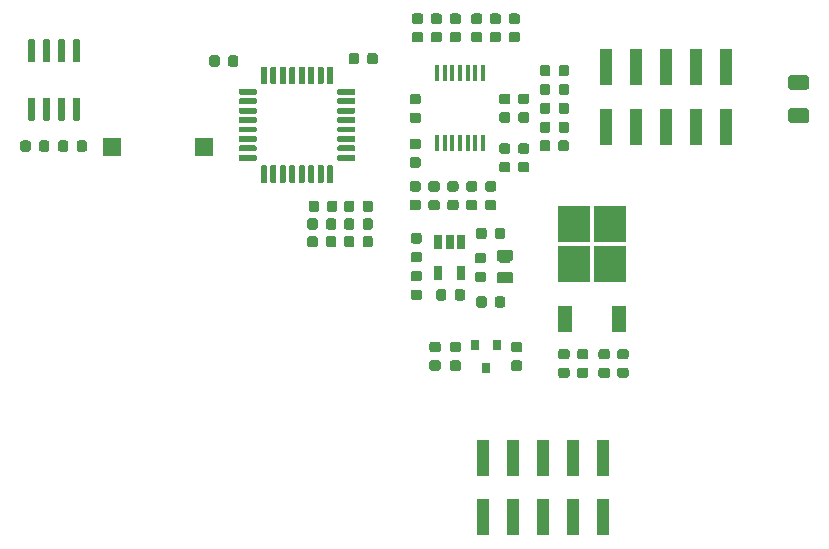
<source format=gbr>
G04 #@! TF.GenerationSoftware,KiCad,Pcbnew,5.1.5+dfsg1-2build2*
G04 #@! TF.CreationDate,2021-11-18T20:41:00+01:00*
G04 #@! TF.ProjectId,wideband_controller_mre,77696465-6261-46e6-945f-636f6e74726f,V1.0*
G04 #@! TF.SameCoordinates,Original*
G04 #@! TF.FileFunction,Paste,Top*
G04 #@! TF.FilePolarity,Positive*
%FSLAX46Y46*%
G04 Gerber Fmt 4.6, Leading zero omitted, Abs format (unit mm)*
G04 Created by KiCad (PCBNEW 5.1.5+dfsg1-2build2) date 2021-11-18 20:41:00*
%MOMM*%
%LPD*%
G04 APERTURE LIST*
%ADD10C,0.100000*%
%ADD11R,1.000000X3.150000*%
%ADD12R,0.800000X0.900000*%
%ADD13R,0.650000X1.220000*%
%ADD14R,0.450000X1.450000*%
%ADD15R,1.500000X1.500000*%
%ADD16R,2.750000X3.050000*%
%ADD17R,1.200000X2.200000*%
G04 APERTURE END LIST*
D10*
G36*
X119477691Y-139151053D02*
G01*
X119498926Y-139154203D01*
X119519750Y-139159419D01*
X119539962Y-139166651D01*
X119559368Y-139175830D01*
X119577781Y-139186866D01*
X119595024Y-139199654D01*
X119610930Y-139214070D01*
X119625346Y-139229976D01*
X119638134Y-139247219D01*
X119649170Y-139265632D01*
X119658349Y-139285038D01*
X119665581Y-139305250D01*
X119670797Y-139326074D01*
X119673947Y-139347309D01*
X119675000Y-139368750D01*
X119675000Y-139806250D01*
X119673947Y-139827691D01*
X119670797Y-139848926D01*
X119665581Y-139869750D01*
X119658349Y-139889962D01*
X119649170Y-139909368D01*
X119638134Y-139927781D01*
X119625346Y-139945024D01*
X119610930Y-139960930D01*
X119595024Y-139975346D01*
X119577781Y-139988134D01*
X119559368Y-139999170D01*
X119539962Y-140008349D01*
X119519750Y-140015581D01*
X119498926Y-140020797D01*
X119477691Y-140023947D01*
X119456250Y-140025000D01*
X118943750Y-140025000D01*
X118922309Y-140023947D01*
X118901074Y-140020797D01*
X118880250Y-140015581D01*
X118860038Y-140008349D01*
X118840632Y-139999170D01*
X118822219Y-139988134D01*
X118804976Y-139975346D01*
X118789070Y-139960930D01*
X118774654Y-139945024D01*
X118761866Y-139927781D01*
X118750830Y-139909368D01*
X118741651Y-139889962D01*
X118734419Y-139869750D01*
X118729203Y-139848926D01*
X118726053Y-139827691D01*
X118725000Y-139806250D01*
X118725000Y-139368750D01*
X118726053Y-139347309D01*
X118729203Y-139326074D01*
X118734419Y-139305250D01*
X118741651Y-139285038D01*
X118750830Y-139265632D01*
X118761866Y-139247219D01*
X118774654Y-139229976D01*
X118789070Y-139214070D01*
X118804976Y-139199654D01*
X118822219Y-139186866D01*
X118840632Y-139175830D01*
X118860038Y-139166651D01*
X118880250Y-139159419D01*
X118901074Y-139154203D01*
X118922309Y-139151053D01*
X118943750Y-139150000D01*
X119456250Y-139150000D01*
X119477691Y-139151053D01*
G37*
G36*
X119477691Y-137576053D02*
G01*
X119498926Y-137579203D01*
X119519750Y-137584419D01*
X119539962Y-137591651D01*
X119559368Y-137600830D01*
X119577781Y-137611866D01*
X119595024Y-137624654D01*
X119610930Y-137639070D01*
X119625346Y-137654976D01*
X119638134Y-137672219D01*
X119649170Y-137690632D01*
X119658349Y-137710038D01*
X119665581Y-137730250D01*
X119670797Y-137751074D01*
X119673947Y-137772309D01*
X119675000Y-137793750D01*
X119675000Y-138231250D01*
X119673947Y-138252691D01*
X119670797Y-138273926D01*
X119665581Y-138294750D01*
X119658349Y-138314962D01*
X119649170Y-138334368D01*
X119638134Y-138352781D01*
X119625346Y-138370024D01*
X119610930Y-138385930D01*
X119595024Y-138400346D01*
X119577781Y-138413134D01*
X119559368Y-138424170D01*
X119539962Y-138433349D01*
X119519750Y-138440581D01*
X119498926Y-138445797D01*
X119477691Y-138448947D01*
X119456250Y-138450000D01*
X118943750Y-138450000D01*
X118922309Y-138448947D01*
X118901074Y-138445797D01*
X118880250Y-138440581D01*
X118860038Y-138433349D01*
X118840632Y-138424170D01*
X118822219Y-138413134D01*
X118804976Y-138400346D01*
X118789070Y-138385930D01*
X118774654Y-138370024D01*
X118761866Y-138352781D01*
X118750830Y-138334368D01*
X118741651Y-138314962D01*
X118734419Y-138294750D01*
X118729203Y-138273926D01*
X118726053Y-138252691D01*
X118725000Y-138231250D01*
X118725000Y-137793750D01*
X118726053Y-137772309D01*
X118729203Y-137751074D01*
X118734419Y-137730250D01*
X118741651Y-137710038D01*
X118750830Y-137690632D01*
X118761866Y-137672219D01*
X118774654Y-137654976D01*
X118789070Y-137639070D01*
X118804976Y-137624654D01*
X118822219Y-137611866D01*
X118840632Y-137600830D01*
X118860038Y-137591651D01*
X118880250Y-137584419D01*
X118901074Y-137579203D01*
X118922309Y-137576053D01*
X118943750Y-137575000D01*
X119456250Y-137575000D01*
X119477691Y-137576053D01*
G37*
G36*
X127280142Y-146976174D02*
G01*
X127303803Y-146979684D01*
X127327007Y-146985496D01*
X127349529Y-146993554D01*
X127371153Y-147003782D01*
X127391670Y-147016079D01*
X127410883Y-147030329D01*
X127428607Y-147046393D01*
X127444671Y-147064117D01*
X127458921Y-147083330D01*
X127471218Y-147103847D01*
X127481446Y-147125471D01*
X127489504Y-147147993D01*
X127495316Y-147171197D01*
X127498826Y-147194858D01*
X127500000Y-147218750D01*
X127500000Y-147706250D01*
X127498826Y-147730142D01*
X127495316Y-147753803D01*
X127489504Y-147777007D01*
X127481446Y-147799529D01*
X127471218Y-147821153D01*
X127458921Y-147841670D01*
X127444671Y-147860883D01*
X127428607Y-147878607D01*
X127410883Y-147894671D01*
X127391670Y-147908921D01*
X127371153Y-147921218D01*
X127349529Y-147931446D01*
X127327007Y-147939504D01*
X127303803Y-147945316D01*
X127280142Y-147948826D01*
X127256250Y-147950000D01*
X126343750Y-147950000D01*
X126319858Y-147948826D01*
X126296197Y-147945316D01*
X126272993Y-147939504D01*
X126250471Y-147931446D01*
X126228847Y-147921218D01*
X126208330Y-147908921D01*
X126189117Y-147894671D01*
X126171393Y-147878607D01*
X126155329Y-147860883D01*
X126141079Y-147841670D01*
X126128782Y-147821153D01*
X126118554Y-147799529D01*
X126110496Y-147777007D01*
X126104684Y-147753803D01*
X126101174Y-147730142D01*
X126100000Y-147706250D01*
X126100000Y-147218750D01*
X126101174Y-147194858D01*
X126104684Y-147171197D01*
X126110496Y-147147993D01*
X126118554Y-147125471D01*
X126128782Y-147103847D01*
X126141079Y-147083330D01*
X126155329Y-147064117D01*
X126171393Y-147046393D01*
X126189117Y-147030329D01*
X126208330Y-147016079D01*
X126228847Y-147003782D01*
X126250471Y-146993554D01*
X126272993Y-146985496D01*
X126296197Y-146979684D01*
X126319858Y-146976174D01*
X126343750Y-146975000D01*
X127256250Y-146975000D01*
X127280142Y-146976174D01*
G37*
G36*
X127280142Y-148851174D02*
G01*
X127303803Y-148854684D01*
X127327007Y-148860496D01*
X127349529Y-148868554D01*
X127371153Y-148878782D01*
X127391670Y-148891079D01*
X127410883Y-148905329D01*
X127428607Y-148921393D01*
X127444671Y-148939117D01*
X127458921Y-148958330D01*
X127471218Y-148978847D01*
X127481446Y-149000471D01*
X127489504Y-149022993D01*
X127495316Y-149046197D01*
X127498826Y-149069858D01*
X127500000Y-149093750D01*
X127500000Y-149581250D01*
X127498826Y-149605142D01*
X127495316Y-149628803D01*
X127489504Y-149652007D01*
X127481446Y-149674529D01*
X127471218Y-149696153D01*
X127458921Y-149716670D01*
X127444671Y-149735883D01*
X127428607Y-149753607D01*
X127410883Y-149769671D01*
X127391670Y-149783921D01*
X127371153Y-149796218D01*
X127349529Y-149806446D01*
X127327007Y-149814504D01*
X127303803Y-149820316D01*
X127280142Y-149823826D01*
X127256250Y-149825000D01*
X126343750Y-149825000D01*
X126319858Y-149823826D01*
X126296197Y-149820316D01*
X126272993Y-149814504D01*
X126250471Y-149806446D01*
X126228847Y-149796218D01*
X126208330Y-149783921D01*
X126189117Y-149769671D01*
X126171393Y-149753607D01*
X126155329Y-149735883D01*
X126141079Y-149716670D01*
X126128782Y-149696153D01*
X126118554Y-149674529D01*
X126110496Y-149652007D01*
X126104684Y-149628803D01*
X126101174Y-149605142D01*
X126100000Y-149581250D01*
X126100000Y-149093750D01*
X126101174Y-149069858D01*
X126104684Y-149046197D01*
X126110496Y-149022993D01*
X126118554Y-149000471D01*
X126128782Y-148978847D01*
X126141079Y-148958330D01*
X126155329Y-148939117D01*
X126171393Y-148921393D01*
X126189117Y-148905329D01*
X126208330Y-148891079D01*
X126228847Y-148878782D01*
X126250471Y-148868554D01*
X126272993Y-148860496D01*
X126296197Y-148854684D01*
X126319858Y-148851174D01*
X126343750Y-148850000D01*
X127256250Y-148850000D01*
X127280142Y-148851174D01*
G37*
D11*
X135128000Y-164581600D03*
X135128000Y-169631600D03*
X132588000Y-164581600D03*
X132588000Y-169631600D03*
X130048000Y-164581600D03*
X130048000Y-169631600D03*
X127508000Y-164581600D03*
X127508000Y-169631600D03*
X124968000Y-164581600D03*
X124968000Y-169631600D03*
X135331200Y-136586200D03*
X135331200Y-131536200D03*
X137871200Y-136586200D03*
X137871200Y-131536200D03*
X140411200Y-136586200D03*
X140411200Y-131536200D03*
X142951200Y-136586200D03*
X142951200Y-131536200D03*
X145491200Y-136586200D03*
X145491200Y-131536200D03*
D10*
G36*
X90681703Y-134100722D02*
G01*
X90696264Y-134102882D01*
X90710543Y-134106459D01*
X90724403Y-134111418D01*
X90737710Y-134117712D01*
X90750336Y-134125280D01*
X90762159Y-134134048D01*
X90773066Y-134143934D01*
X90782952Y-134154841D01*
X90791720Y-134166664D01*
X90799288Y-134179290D01*
X90805582Y-134192597D01*
X90810541Y-134206457D01*
X90814118Y-134220736D01*
X90816278Y-134235297D01*
X90817000Y-134250000D01*
X90817000Y-135900000D01*
X90816278Y-135914703D01*
X90814118Y-135929264D01*
X90810541Y-135943543D01*
X90805582Y-135957403D01*
X90799288Y-135970710D01*
X90791720Y-135983336D01*
X90782952Y-135995159D01*
X90773066Y-136006066D01*
X90762159Y-136015952D01*
X90750336Y-136024720D01*
X90737710Y-136032288D01*
X90724403Y-136038582D01*
X90710543Y-136043541D01*
X90696264Y-136047118D01*
X90681703Y-136049278D01*
X90667000Y-136050000D01*
X90367000Y-136050000D01*
X90352297Y-136049278D01*
X90337736Y-136047118D01*
X90323457Y-136043541D01*
X90309597Y-136038582D01*
X90296290Y-136032288D01*
X90283664Y-136024720D01*
X90271841Y-136015952D01*
X90260934Y-136006066D01*
X90251048Y-135995159D01*
X90242280Y-135983336D01*
X90234712Y-135970710D01*
X90228418Y-135957403D01*
X90223459Y-135943543D01*
X90219882Y-135929264D01*
X90217722Y-135914703D01*
X90217000Y-135900000D01*
X90217000Y-134250000D01*
X90217722Y-134235297D01*
X90219882Y-134220736D01*
X90223459Y-134206457D01*
X90228418Y-134192597D01*
X90234712Y-134179290D01*
X90242280Y-134166664D01*
X90251048Y-134154841D01*
X90260934Y-134143934D01*
X90271841Y-134134048D01*
X90283664Y-134125280D01*
X90296290Y-134117712D01*
X90309597Y-134111418D01*
X90323457Y-134106459D01*
X90337736Y-134102882D01*
X90352297Y-134100722D01*
X90367000Y-134100000D01*
X90667000Y-134100000D01*
X90681703Y-134100722D01*
G37*
G36*
X89411703Y-134100722D02*
G01*
X89426264Y-134102882D01*
X89440543Y-134106459D01*
X89454403Y-134111418D01*
X89467710Y-134117712D01*
X89480336Y-134125280D01*
X89492159Y-134134048D01*
X89503066Y-134143934D01*
X89512952Y-134154841D01*
X89521720Y-134166664D01*
X89529288Y-134179290D01*
X89535582Y-134192597D01*
X89540541Y-134206457D01*
X89544118Y-134220736D01*
X89546278Y-134235297D01*
X89547000Y-134250000D01*
X89547000Y-135900000D01*
X89546278Y-135914703D01*
X89544118Y-135929264D01*
X89540541Y-135943543D01*
X89535582Y-135957403D01*
X89529288Y-135970710D01*
X89521720Y-135983336D01*
X89512952Y-135995159D01*
X89503066Y-136006066D01*
X89492159Y-136015952D01*
X89480336Y-136024720D01*
X89467710Y-136032288D01*
X89454403Y-136038582D01*
X89440543Y-136043541D01*
X89426264Y-136047118D01*
X89411703Y-136049278D01*
X89397000Y-136050000D01*
X89097000Y-136050000D01*
X89082297Y-136049278D01*
X89067736Y-136047118D01*
X89053457Y-136043541D01*
X89039597Y-136038582D01*
X89026290Y-136032288D01*
X89013664Y-136024720D01*
X89001841Y-136015952D01*
X88990934Y-136006066D01*
X88981048Y-135995159D01*
X88972280Y-135983336D01*
X88964712Y-135970710D01*
X88958418Y-135957403D01*
X88953459Y-135943543D01*
X88949882Y-135929264D01*
X88947722Y-135914703D01*
X88947000Y-135900000D01*
X88947000Y-134250000D01*
X88947722Y-134235297D01*
X88949882Y-134220736D01*
X88953459Y-134206457D01*
X88958418Y-134192597D01*
X88964712Y-134179290D01*
X88972280Y-134166664D01*
X88981048Y-134154841D01*
X88990934Y-134143934D01*
X89001841Y-134134048D01*
X89013664Y-134125280D01*
X89026290Y-134117712D01*
X89039597Y-134111418D01*
X89053457Y-134106459D01*
X89067736Y-134102882D01*
X89082297Y-134100722D01*
X89097000Y-134100000D01*
X89397000Y-134100000D01*
X89411703Y-134100722D01*
G37*
G36*
X88141703Y-134100722D02*
G01*
X88156264Y-134102882D01*
X88170543Y-134106459D01*
X88184403Y-134111418D01*
X88197710Y-134117712D01*
X88210336Y-134125280D01*
X88222159Y-134134048D01*
X88233066Y-134143934D01*
X88242952Y-134154841D01*
X88251720Y-134166664D01*
X88259288Y-134179290D01*
X88265582Y-134192597D01*
X88270541Y-134206457D01*
X88274118Y-134220736D01*
X88276278Y-134235297D01*
X88277000Y-134250000D01*
X88277000Y-135900000D01*
X88276278Y-135914703D01*
X88274118Y-135929264D01*
X88270541Y-135943543D01*
X88265582Y-135957403D01*
X88259288Y-135970710D01*
X88251720Y-135983336D01*
X88242952Y-135995159D01*
X88233066Y-136006066D01*
X88222159Y-136015952D01*
X88210336Y-136024720D01*
X88197710Y-136032288D01*
X88184403Y-136038582D01*
X88170543Y-136043541D01*
X88156264Y-136047118D01*
X88141703Y-136049278D01*
X88127000Y-136050000D01*
X87827000Y-136050000D01*
X87812297Y-136049278D01*
X87797736Y-136047118D01*
X87783457Y-136043541D01*
X87769597Y-136038582D01*
X87756290Y-136032288D01*
X87743664Y-136024720D01*
X87731841Y-136015952D01*
X87720934Y-136006066D01*
X87711048Y-135995159D01*
X87702280Y-135983336D01*
X87694712Y-135970710D01*
X87688418Y-135957403D01*
X87683459Y-135943543D01*
X87679882Y-135929264D01*
X87677722Y-135914703D01*
X87677000Y-135900000D01*
X87677000Y-134250000D01*
X87677722Y-134235297D01*
X87679882Y-134220736D01*
X87683459Y-134206457D01*
X87688418Y-134192597D01*
X87694712Y-134179290D01*
X87702280Y-134166664D01*
X87711048Y-134154841D01*
X87720934Y-134143934D01*
X87731841Y-134134048D01*
X87743664Y-134125280D01*
X87756290Y-134117712D01*
X87769597Y-134111418D01*
X87783457Y-134106459D01*
X87797736Y-134102882D01*
X87812297Y-134100722D01*
X87827000Y-134100000D01*
X88127000Y-134100000D01*
X88141703Y-134100722D01*
G37*
G36*
X86871703Y-134100722D02*
G01*
X86886264Y-134102882D01*
X86900543Y-134106459D01*
X86914403Y-134111418D01*
X86927710Y-134117712D01*
X86940336Y-134125280D01*
X86952159Y-134134048D01*
X86963066Y-134143934D01*
X86972952Y-134154841D01*
X86981720Y-134166664D01*
X86989288Y-134179290D01*
X86995582Y-134192597D01*
X87000541Y-134206457D01*
X87004118Y-134220736D01*
X87006278Y-134235297D01*
X87007000Y-134250000D01*
X87007000Y-135900000D01*
X87006278Y-135914703D01*
X87004118Y-135929264D01*
X87000541Y-135943543D01*
X86995582Y-135957403D01*
X86989288Y-135970710D01*
X86981720Y-135983336D01*
X86972952Y-135995159D01*
X86963066Y-136006066D01*
X86952159Y-136015952D01*
X86940336Y-136024720D01*
X86927710Y-136032288D01*
X86914403Y-136038582D01*
X86900543Y-136043541D01*
X86886264Y-136047118D01*
X86871703Y-136049278D01*
X86857000Y-136050000D01*
X86557000Y-136050000D01*
X86542297Y-136049278D01*
X86527736Y-136047118D01*
X86513457Y-136043541D01*
X86499597Y-136038582D01*
X86486290Y-136032288D01*
X86473664Y-136024720D01*
X86461841Y-136015952D01*
X86450934Y-136006066D01*
X86441048Y-135995159D01*
X86432280Y-135983336D01*
X86424712Y-135970710D01*
X86418418Y-135957403D01*
X86413459Y-135943543D01*
X86409882Y-135929264D01*
X86407722Y-135914703D01*
X86407000Y-135900000D01*
X86407000Y-134250000D01*
X86407722Y-134235297D01*
X86409882Y-134220736D01*
X86413459Y-134206457D01*
X86418418Y-134192597D01*
X86424712Y-134179290D01*
X86432280Y-134166664D01*
X86441048Y-134154841D01*
X86450934Y-134143934D01*
X86461841Y-134134048D01*
X86473664Y-134125280D01*
X86486290Y-134117712D01*
X86499597Y-134111418D01*
X86513457Y-134106459D01*
X86527736Y-134102882D01*
X86542297Y-134100722D01*
X86557000Y-134100000D01*
X86857000Y-134100000D01*
X86871703Y-134100722D01*
G37*
G36*
X86871703Y-129150722D02*
G01*
X86886264Y-129152882D01*
X86900543Y-129156459D01*
X86914403Y-129161418D01*
X86927710Y-129167712D01*
X86940336Y-129175280D01*
X86952159Y-129184048D01*
X86963066Y-129193934D01*
X86972952Y-129204841D01*
X86981720Y-129216664D01*
X86989288Y-129229290D01*
X86995582Y-129242597D01*
X87000541Y-129256457D01*
X87004118Y-129270736D01*
X87006278Y-129285297D01*
X87007000Y-129300000D01*
X87007000Y-130950000D01*
X87006278Y-130964703D01*
X87004118Y-130979264D01*
X87000541Y-130993543D01*
X86995582Y-131007403D01*
X86989288Y-131020710D01*
X86981720Y-131033336D01*
X86972952Y-131045159D01*
X86963066Y-131056066D01*
X86952159Y-131065952D01*
X86940336Y-131074720D01*
X86927710Y-131082288D01*
X86914403Y-131088582D01*
X86900543Y-131093541D01*
X86886264Y-131097118D01*
X86871703Y-131099278D01*
X86857000Y-131100000D01*
X86557000Y-131100000D01*
X86542297Y-131099278D01*
X86527736Y-131097118D01*
X86513457Y-131093541D01*
X86499597Y-131088582D01*
X86486290Y-131082288D01*
X86473664Y-131074720D01*
X86461841Y-131065952D01*
X86450934Y-131056066D01*
X86441048Y-131045159D01*
X86432280Y-131033336D01*
X86424712Y-131020710D01*
X86418418Y-131007403D01*
X86413459Y-130993543D01*
X86409882Y-130979264D01*
X86407722Y-130964703D01*
X86407000Y-130950000D01*
X86407000Y-129300000D01*
X86407722Y-129285297D01*
X86409882Y-129270736D01*
X86413459Y-129256457D01*
X86418418Y-129242597D01*
X86424712Y-129229290D01*
X86432280Y-129216664D01*
X86441048Y-129204841D01*
X86450934Y-129193934D01*
X86461841Y-129184048D01*
X86473664Y-129175280D01*
X86486290Y-129167712D01*
X86499597Y-129161418D01*
X86513457Y-129156459D01*
X86527736Y-129152882D01*
X86542297Y-129150722D01*
X86557000Y-129150000D01*
X86857000Y-129150000D01*
X86871703Y-129150722D01*
G37*
G36*
X88141703Y-129150722D02*
G01*
X88156264Y-129152882D01*
X88170543Y-129156459D01*
X88184403Y-129161418D01*
X88197710Y-129167712D01*
X88210336Y-129175280D01*
X88222159Y-129184048D01*
X88233066Y-129193934D01*
X88242952Y-129204841D01*
X88251720Y-129216664D01*
X88259288Y-129229290D01*
X88265582Y-129242597D01*
X88270541Y-129256457D01*
X88274118Y-129270736D01*
X88276278Y-129285297D01*
X88277000Y-129300000D01*
X88277000Y-130950000D01*
X88276278Y-130964703D01*
X88274118Y-130979264D01*
X88270541Y-130993543D01*
X88265582Y-131007403D01*
X88259288Y-131020710D01*
X88251720Y-131033336D01*
X88242952Y-131045159D01*
X88233066Y-131056066D01*
X88222159Y-131065952D01*
X88210336Y-131074720D01*
X88197710Y-131082288D01*
X88184403Y-131088582D01*
X88170543Y-131093541D01*
X88156264Y-131097118D01*
X88141703Y-131099278D01*
X88127000Y-131100000D01*
X87827000Y-131100000D01*
X87812297Y-131099278D01*
X87797736Y-131097118D01*
X87783457Y-131093541D01*
X87769597Y-131088582D01*
X87756290Y-131082288D01*
X87743664Y-131074720D01*
X87731841Y-131065952D01*
X87720934Y-131056066D01*
X87711048Y-131045159D01*
X87702280Y-131033336D01*
X87694712Y-131020710D01*
X87688418Y-131007403D01*
X87683459Y-130993543D01*
X87679882Y-130979264D01*
X87677722Y-130964703D01*
X87677000Y-130950000D01*
X87677000Y-129300000D01*
X87677722Y-129285297D01*
X87679882Y-129270736D01*
X87683459Y-129256457D01*
X87688418Y-129242597D01*
X87694712Y-129229290D01*
X87702280Y-129216664D01*
X87711048Y-129204841D01*
X87720934Y-129193934D01*
X87731841Y-129184048D01*
X87743664Y-129175280D01*
X87756290Y-129167712D01*
X87769597Y-129161418D01*
X87783457Y-129156459D01*
X87797736Y-129152882D01*
X87812297Y-129150722D01*
X87827000Y-129150000D01*
X88127000Y-129150000D01*
X88141703Y-129150722D01*
G37*
G36*
X89411703Y-129150722D02*
G01*
X89426264Y-129152882D01*
X89440543Y-129156459D01*
X89454403Y-129161418D01*
X89467710Y-129167712D01*
X89480336Y-129175280D01*
X89492159Y-129184048D01*
X89503066Y-129193934D01*
X89512952Y-129204841D01*
X89521720Y-129216664D01*
X89529288Y-129229290D01*
X89535582Y-129242597D01*
X89540541Y-129256457D01*
X89544118Y-129270736D01*
X89546278Y-129285297D01*
X89547000Y-129300000D01*
X89547000Y-130950000D01*
X89546278Y-130964703D01*
X89544118Y-130979264D01*
X89540541Y-130993543D01*
X89535582Y-131007403D01*
X89529288Y-131020710D01*
X89521720Y-131033336D01*
X89512952Y-131045159D01*
X89503066Y-131056066D01*
X89492159Y-131065952D01*
X89480336Y-131074720D01*
X89467710Y-131082288D01*
X89454403Y-131088582D01*
X89440543Y-131093541D01*
X89426264Y-131097118D01*
X89411703Y-131099278D01*
X89397000Y-131100000D01*
X89097000Y-131100000D01*
X89082297Y-131099278D01*
X89067736Y-131097118D01*
X89053457Y-131093541D01*
X89039597Y-131088582D01*
X89026290Y-131082288D01*
X89013664Y-131074720D01*
X89001841Y-131065952D01*
X88990934Y-131056066D01*
X88981048Y-131045159D01*
X88972280Y-131033336D01*
X88964712Y-131020710D01*
X88958418Y-131007403D01*
X88953459Y-130993543D01*
X88949882Y-130979264D01*
X88947722Y-130964703D01*
X88947000Y-130950000D01*
X88947000Y-129300000D01*
X88947722Y-129285297D01*
X88949882Y-129270736D01*
X88953459Y-129256457D01*
X88958418Y-129242597D01*
X88964712Y-129229290D01*
X88972280Y-129216664D01*
X88981048Y-129204841D01*
X88990934Y-129193934D01*
X89001841Y-129184048D01*
X89013664Y-129175280D01*
X89026290Y-129167712D01*
X89039597Y-129161418D01*
X89053457Y-129156459D01*
X89067736Y-129152882D01*
X89082297Y-129150722D01*
X89097000Y-129150000D01*
X89397000Y-129150000D01*
X89411703Y-129150722D01*
G37*
G36*
X90681703Y-129150722D02*
G01*
X90696264Y-129152882D01*
X90710543Y-129156459D01*
X90724403Y-129161418D01*
X90737710Y-129167712D01*
X90750336Y-129175280D01*
X90762159Y-129184048D01*
X90773066Y-129193934D01*
X90782952Y-129204841D01*
X90791720Y-129216664D01*
X90799288Y-129229290D01*
X90805582Y-129242597D01*
X90810541Y-129256457D01*
X90814118Y-129270736D01*
X90816278Y-129285297D01*
X90817000Y-129300000D01*
X90817000Y-130950000D01*
X90816278Y-130964703D01*
X90814118Y-130979264D01*
X90810541Y-130993543D01*
X90805582Y-131007403D01*
X90799288Y-131020710D01*
X90791720Y-131033336D01*
X90782952Y-131045159D01*
X90773066Y-131056066D01*
X90762159Y-131065952D01*
X90750336Y-131074720D01*
X90737710Y-131082288D01*
X90724403Y-131088582D01*
X90710543Y-131093541D01*
X90696264Y-131097118D01*
X90681703Y-131099278D01*
X90667000Y-131100000D01*
X90367000Y-131100000D01*
X90352297Y-131099278D01*
X90337736Y-131097118D01*
X90323457Y-131093541D01*
X90309597Y-131088582D01*
X90296290Y-131082288D01*
X90283664Y-131074720D01*
X90271841Y-131065952D01*
X90260934Y-131056066D01*
X90251048Y-131045159D01*
X90242280Y-131033336D01*
X90234712Y-131020710D01*
X90228418Y-131007403D01*
X90223459Y-130993543D01*
X90219882Y-130979264D01*
X90217722Y-130964703D01*
X90217000Y-130950000D01*
X90217000Y-129300000D01*
X90217722Y-129285297D01*
X90219882Y-129270736D01*
X90223459Y-129256457D01*
X90228418Y-129242597D01*
X90234712Y-129229290D01*
X90242280Y-129216664D01*
X90251048Y-129204841D01*
X90260934Y-129193934D01*
X90271841Y-129184048D01*
X90283664Y-129175280D01*
X90296290Y-129167712D01*
X90309597Y-129161418D01*
X90323457Y-129156459D01*
X90337736Y-129152882D01*
X90352297Y-129150722D01*
X90367000Y-129150000D01*
X90667000Y-129150000D01*
X90681703Y-129150722D01*
G37*
D12*
X125200000Y-157000000D03*
X124250000Y-155000000D03*
X126150000Y-155000000D03*
D13*
X123065400Y-148948000D03*
X121165400Y-148948000D03*
X121165400Y-146328000D03*
X122115400Y-146328000D03*
X123065400Y-146328000D03*
D14*
X121050000Y-132050000D03*
X121700000Y-132050000D03*
X122350000Y-132050000D03*
X123000000Y-132050000D03*
X123650000Y-132050000D03*
X124300000Y-132050000D03*
X124950000Y-132050000D03*
X124950000Y-137950000D03*
X124300000Y-137950000D03*
X123650000Y-137950000D03*
X123000000Y-137950000D03*
X122350000Y-137950000D03*
X121700000Y-137950000D03*
X121050000Y-137950000D03*
D10*
G36*
X112137252Y-139825602D02*
G01*
X112149386Y-139827402D01*
X112161286Y-139830382D01*
X112172835Y-139834515D01*
X112183925Y-139839760D01*
X112194446Y-139846066D01*
X112204299Y-139853374D01*
X112213388Y-139861612D01*
X112221626Y-139870701D01*
X112228934Y-139880554D01*
X112235240Y-139891075D01*
X112240485Y-139902165D01*
X112244618Y-139913714D01*
X112247598Y-139925614D01*
X112249398Y-139937748D01*
X112250000Y-139950000D01*
X112250000Y-141200000D01*
X112249398Y-141212252D01*
X112247598Y-141224386D01*
X112244618Y-141236286D01*
X112240485Y-141247835D01*
X112235240Y-141258925D01*
X112228934Y-141269446D01*
X112221626Y-141279299D01*
X112213388Y-141288388D01*
X112204299Y-141296626D01*
X112194446Y-141303934D01*
X112183925Y-141310240D01*
X112172835Y-141315485D01*
X112161286Y-141319618D01*
X112149386Y-141322598D01*
X112137252Y-141324398D01*
X112125000Y-141325000D01*
X111875000Y-141325000D01*
X111862748Y-141324398D01*
X111850614Y-141322598D01*
X111838714Y-141319618D01*
X111827165Y-141315485D01*
X111816075Y-141310240D01*
X111805554Y-141303934D01*
X111795701Y-141296626D01*
X111786612Y-141288388D01*
X111778374Y-141279299D01*
X111771066Y-141269446D01*
X111764760Y-141258925D01*
X111759515Y-141247835D01*
X111755382Y-141236286D01*
X111752402Y-141224386D01*
X111750602Y-141212252D01*
X111750000Y-141200000D01*
X111750000Y-139950000D01*
X111750602Y-139937748D01*
X111752402Y-139925614D01*
X111755382Y-139913714D01*
X111759515Y-139902165D01*
X111764760Y-139891075D01*
X111771066Y-139880554D01*
X111778374Y-139870701D01*
X111786612Y-139861612D01*
X111795701Y-139853374D01*
X111805554Y-139846066D01*
X111816075Y-139839760D01*
X111827165Y-139834515D01*
X111838714Y-139830382D01*
X111850614Y-139827402D01*
X111862748Y-139825602D01*
X111875000Y-139825000D01*
X112125000Y-139825000D01*
X112137252Y-139825602D01*
G37*
G36*
X111337252Y-139825602D02*
G01*
X111349386Y-139827402D01*
X111361286Y-139830382D01*
X111372835Y-139834515D01*
X111383925Y-139839760D01*
X111394446Y-139846066D01*
X111404299Y-139853374D01*
X111413388Y-139861612D01*
X111421626Y-139870701D01*
X111428934Y-139880554D01*
X111435240Y-139891075D01*
X111440485Y-139902165D01*
X111444618Y-139913714D01*
X111447598Y-139925614D01*
X111449398Y-139937748D01*
X111450000Y-139950000D01*
X111450000Y-141200000D01*
X111449398Y-141212252D01*
X111447598Y-141224386D01*
X111444618Y-141236286D01*
X111440485Y-141247835D01*
X111435240Y-141258925D01*
X111428934Y-141269446D01*
X111421626Y-141279299D01*
X111413388Y-141288388D01*
X111404299Y-141296626D01*
X111394446Y-141303934D01*
X111383925Y-141310240D01*
X111372835Y-141315485D01*
X111361286Y-141319618D01*
X111349386Y-141322598D01*
X111337252Y-141324398D01*
X111325000Y-141325000D01*
X111075000Y-141325000D01*
X111062748Y-141324398D01*
X111050614Y-141322598D01*
X111038714Y-141319618D01*
X111027165Y-141315485D01*
X111016075Y-141310240D01*
X111005554Y-141303934D01*
X110995701Y-141296626D01*
X110986612Y-141288388D01*
X110978374Y-141279299D01*
X110971066Y-141269446D01*
X110964760Y-141258925D01*
X110959515Y-141247835D01*
X110955382Y-141236286D01*
X110952402Y-141224386D01*
X110950602Y-141212252D01*
X110950000Y-141200000D01*
X110950000Y-139950000D01*
X110950602Y-139937748D01*
X110952402Y-139925614D01*
X110955382Y-139913714D01*
X110959515Y-139902165D01*
X110964760Y-139891075D01*
X110971066Y-139880554D01*
X110978374Y-139870701D01*
X110986612Y-139861612D01*
X110995701Y-139853374D01*
X111005554Y-139846066D01*
X111016075Y-139839760D01*
X111027165Y-139834515D01*
X111038714Y-139830382D01*
X111050614Y-139827402D01*
X111062748Y-139825602D01*
X111075000Y-139825000D01*
X111325000Y-139825000D01*
X111337252Y-139825602D01*
G37*
G36*
X110537252Y-139825602D02*
G01*
X110549386Y-139827402D01*
X110561286Y-139830382D01*
X110572835Y-139834515D01*
X110583925Y-139839760D01*
X110594446Y-139846066D01*
X110604299Y-139853374D01*
X110613388Y-139861612D01*
X110621626Y-139870701D01*
X110628934Y-139880554D01*
X110635240Y-139891075D01*
X110640485Y-139902165D01*
X110644618Y-139913714D01*
X110647598Y-139925614D01*
X110649398Y-139937748D01*
X110650000Y-139950000D01*
X110650000Y-141200000D01*
X110649398Y-141212252D01*
X110647598Y-141224386D01*
X110644618Y-141236286D01*
X110640485Y-141247835D01*
X110635240Y-141258925D01*
X110628934Y-141269446D01*
X110621626Y-141279299D01*
X110613388Y-141288388D01*
X110604299Y-141296626D01*
X110594446Y-141303934D01*
X110583925Y-141310240D01*
X110572835Y-141315485D01*
X110561286Y-141319618D01*
X110549386Y-141322598D01*
X110537252Y-141324398D01*
X110525000Y-141325000D01*
X110275000Y-141325000D01*
X110262748Y-141324398D01*
X110250614Y-141322598D01*
X110238714Y-141319618D01*
X110227165Y-141315485D01*
X110216075Y-141310240D01*
X110205554Y-141303934D01*
X110195701Y-141296626D01*
X110186612Y-141288388D01*
X110178374Y-141279299D01*
X110171066Y-141269446D01*
X110164760Y-141258925D01*
X110159515Y-141247835D01*
X110155382Y-141236286D01*
X110152402Y-141224386D01*
X110150602Y-141212252D01*
X110150000Y-141200000D01*
X110150000Y-139950000D01*
X110150602Y-139937748D01*
X110152402Y-139925614D01*
X110155382Y-139913714D01*
X110159515Y-139902165D01*
X110164760Y-139891075D01*
X110171066Y-139880554D01*
X110178374Y-139870701D01*
X110186612Y-139861612D01*
X110195701Y-139853374D01*
X110205554Y-139846066D01*
X110216075Y-139839760D01*
X110227165Y-139834515D01*
X110238714Y-139830382D01*
X110250614Y-139827402D01*
X110262748Y-139825602D01*
X110275000Y-139825000D01*
X110525000Y-139825000D01*
X110537252Y-139825602D01*
G37*
G36*
X109737252Y-139825602D02*
G01*
X109749386Y-139827402D01*
X109761286Y-139830382D01*
X109772835Y-139834515D01*
X109783925Y-139839760D01*
X109794446Y-139846066D01*
X109804299Y-139853374D01*
X109813388Y-139861612D01*
X109821626Y-139870701D01*
X109828934Y-139880554D01*
X109835240Y-139891075D01*
X109840485Y-139902165D01*
X109844618Y-139913714D01*
X109847598Y-139925614D01*
X109849398Y-139937748D01*
X109850000Y-139950000D01*
X109850000Y-141200000D01*
X109849398Y-141212252D01*
X109847598Y-141224386D01*
X109844618Y-141236286D01*
X109840485Y-141247835D01*
X109835240Y-141258925D01*
X109828934Y-141269446D01*
X109821626Y-141279299D01*
X109813388Y-141288388D01*
X109804299Y-141296626D01*
X109794446Y-141303934D01*
X109783925Y-141310240D01*
X109772835Y-141315485D01*
X109761286Y-141319618D01*
X109749386Y-141322598D01*
X109737252Y-141324398D01*
X109725000Y-141325000D01*
X109475000Y-141325000D01*
X109462748Y-141324398D01*
X109450614Y-141322598D01*
X109438714Y-141319618D01*
X109427165Y-141315485D01*
X109416075Y-141310240D01*
X109405554Y-141303934D01*
X109395701Y-141296626D01*
X109386612Y-141288388D01*
X109378374Y-141279299D01*
X109371066Y-141269446D01*
X109364760Y-141258925D01*
X109359515Y-141247835D01*
X109355382Y-141236286D01*
X109352402Y-141224386D01*
X109350602Y-141212252D01*
X109350000Y-141200000D01*
X109350000Y-139950000D01*
X109350602Y-139937748D01*
X109352402Y-139925614D01*
X109355382Y-139913714D01*
X109359515Y-139902165D01*
X109364760Y-139891075D01*
X109371066Y-139880554D01*
X109378374Y-139870701D01*
X109386612Y-139861612D01*
X109395701Y-139853374D01*
X109405554Y-139846066D01*
X109416075Y-139839760D01*
X109427165Y-139834515D01*
X109438714Y-139830382D01*
X109450614Y-139827402D01*
X109462748Y-139825602D01*
X109475000Y-139825000D01*
X109725000Y-139825000D01*
X109737252Y-139825602D01*
G37*
G36*
X108937252Y-139825602D02*
G01*
X108949386Y-139827402D01*
X108961286Y-139830382D01*
X108972835Y-139834515D01*
X108983925Y-139839760D01*
X108994446Y-139846066D01*
X109004299Y-139853374D01*
X109013388Y-139861612D01*
X109021626Y-139870701D01*
X109028934Y-139880554D01*
X109035240Y-139891075D01*
X109040485Y-139902165D01*
X109044618Y-139913714D01*
X109047598Y-139925614D01*
X109049398Y-139937748D01*
X109050000Y-139950000D01*
X109050000Y-141200000D01*
X109049398Y-141212252D01*
X109047598Y-141224386D01*
X109044618Y-141236286D01*
X109040485Y-141247835D01*
X109035240Y-141258925D01*
X109028934Y-141269446D01*
X109021626Y-141279299D01*
X109013388Y-141288388D01*
X109004299Y-141296626D01*
X108994446Y-141303934D01*
X108983925Y-141310240D01*
X108972835Y-141315485D01*
X108961286Y-141319618D01*
X108949386Y-141322598D01*
X108937252Y-141324398D01*
X108925000Y-141325000D01*
X108675000Y-141325000D01*
X108662748Y-141324398D01*
X108650614Y-141322598D01*
X108638714Y-141319618D01*
X108627165Y-141315485D01*
X108616075Y-141310240D01*
X108605554Y-141303934D01*
X108595701Y-141296626D01*
X108586612Y-141288388D01*
X108578374Y-141279299D01*
X108571066Y-141269446D01*
X108564760Y-141258925D01*
X108559515Y-141247835D01*
X108555382Y-141236286D01*
X108552402Y-141224386D01*
X108550602Y-141212252D01*
X108550000Y-141200000D01*
X108550000Y-139950000D01*
X108550602Y-139937748D01*
X108552402Y-139925614D01*
X108555382Y-139913714D01*
X108559515Y-139902165D01*
X108564760Y-139891075D01*
X108571066Y-139880554D01*
X108578374Y-139870701D01*
X108586612Y-139861612D01*
X108595701Y-139853374D01*
X108605554Y-139846066D01*
X108616075Y-139839760D01*
X108627165Y-139834515D01*
X108638714Y-139830382D01*
X108650614Y-139827402D01*
X108662748Y-139825602D01*
X108675000Y-139825000D01*
X108925000Y-139825000D01*
X108937252Y-139825602D01*
G37*
G36*
X108137252Y-139825602D02*
G01*
X108149386Y-139827402D01*
X108161286Y-139830382D01*
X108172835Y-139834515D01*
X108183925Y-139839760D01*
X108194446Y-139846066D01*
X108204299Y-139853374D01*
X108213388Y-139861612D01*
X108221626Y-139870701D01*
X108228934Y-139880554D01*
X108235240Y-139891075D01*
X108240485Y-139902165D01*
X108244618Y-139913714D01*
X108247598Y-139925614D01*
X108249398Y-139937748D01*
X108250000Y-139950000D01*
X108250000Y-141200000D01*
X108249398Y-141212252D01*
X108247598Y-141224386D01*
X108244618Y-141236286D01*
X108240485Y-141247835D01*
X108235240Y-141258925D01*
X108228934Y-141269446D01*
X108221626Y-141279299D01*
X108213388Y-141288388D01*
X108204299Y-141296626D01*
X108194446Y-141303934D01*
X108183925Y-141310240D01*
X108172835Y-141315485D01*
X108161286Y-141319618D01*
X108149386Y-141322598D01*
X108137252Y-141324398D01*
X108125000Y-141325000D01*
X107875000Y-141325000D01*
X107862748Y-141324398D01*
X107850614Y-141322598D01*
X107838714Y-141319618D01*
X107827165Y-141315485D01*
X107816075Y-141310240D01*
X107805554Y-141303934D01*
X107795701Y-141296626D01*
X107786612Y-141288388D01*
X107778374Y-141279299D01*
X107771066Y-141269446D01*
X107764760Y-141258925D01*
X107759515Y-141247835D01*
X107755382Y-141236286D01*
X107752402Y-141224386D01*
X107750602Y-141212252D01*
X107750000Y-141200000D01*
X107750000Y-139950000D01*
X107750602Y-139937748D01*
X107752402Y-139925614D01*
X107755382Y-139913714D01*
X107759515Y-139902165D01*
X107764760Y-139891075D01*
X107771066Y-139880554D01*
X107778374Y-139870701D01*
X107786612Y-139861612D01*
X107795701Y-139853374D01*
X107805554Y-139846066D01*
X107816075Y-139839760D01*
X107827165Y-139834515D01*
X107838714Y-139830382D01*
X107850614Y-139827402D01*
X107862748Y-139825602D01*
X107875000Y-139825000D01*
X108125000Y-139825000D01*
X108137252Y-139825602D01*
G37*
G36*
X107337252Y-139825602D02*
G01*
X107349386Y-139827402D01*
X107361286Y-139830382D01*
X107372835Y-139834515D01*
X107383925Y-139839760D01*
X107394446Y-139846066D01*
X107404299Y-139853374D01*
X107413388Y-139861612D01*
X107421626Y-139870701D01*
X107428934Y-139880554D01*
X107435240Y-139891075D01*
X107440485Y-139902165D01*
X107444618Y-139913714D01*
X107447598Y-139925614D01*
X107449398Y-139937748D01*
X107450000Y-139950000D01*
X107450000Y-141200000D01*
X107449398Y-141212252D01*
X107447598Y-141224386D01*
X107444618Y-141236286D01*
X107440485Y-141247835D01*
X107435240Y-141258925D01*
X107428934Y-141269446D01*
X107421626Y-141279299D01*
X107413388Y-141288388D01*
X107404299Y-141296626D01*
X107394446Y-141303934D01*
X107383925Y-141310240D01*
X107372835Y-141315485D01*
X107361286Y-141319618D01*
X107349386Y-141322598D01*
X107337252Y-141324398D01*
X107325000Y-141325000D01*
X107075000Y-141325000D01*
X107062748Y-141324398D01*
X107050614Y-141322598D01*
X107038714Y-141319618D01*
X107027165Y-141315485D01*
X107016075Y-141310240D01*
X107005554Y-141303934D01*
X106995701Y-141296626D01*
X106986612Y-141288388D01*
X106978374Y-141279299D01*
X106971066Y-141269446D01*
X106964760Y-141258925D01*
X106959515Y-141247835D01*
X106955382Y-141236286D01*
X106952402Y-141224386D01*
X106950602Y-141212252D01*
X106950000Y-141200000D01*
X106950000Y-139950000D01*
X106950602Y-139937748D01*
X106952402Y-139925614D01*
X106955382Y-139913714D01*
X106959515Y-139902165D01*
X106964760Y-139891075D01*
X106971066Y-139880554D01*
X106978374Y-139870701D01*
X106986612Y-139861612D01*
X106995701Y-139853374D01*
X107005554Y-139846066D01*
X107016075Y-139839760D01*
X107027165Y-139834515D01*
X107038714Y-139830382D01*
X107050614Y-139827402D01*
X107062748Y-139825602D01*
X107075000Y-139825000D01*
X107325000Y-139825000D01*
X107337252Y-139825602D01*
G37*
G36*
X106537252Y-139825602D02*
G01*
X106549386Y-139827402D01*
X106561286Y-139830382D01*
X106572835Y-139834515D01*
X106583925Y-139839760D01*
X106594446Y-139846066D01*
X106604299Y-139853374D01*
X106613388Y-139861612D01*
X106621626Y-139870701D01*
X106628934Y-139880554D01*
X106635240Y-139891075D01*
X106640485Y-139902165D01*
X106644618Y-139913714D01*
X106647598Y-139925614D01*
X106649398Y-139937748D01*
X106650000Y-139950000D01*
X106650000Y-141200000D01*
X106649398Y-141212252D01*
X106647598Y-141224386D01*
X106644618Y-141236286D01*
X106640485Y-141247835D01*
X106635240Y-141258925D01*
X106628934Y-141269446D01*
X106621626Y-141279299D01*
X106613388Y-141288388D01*
X106604299Y-141296626D01*
X106594446Y-141303934D01*
X106583925Y-141310240D01*
X106572835Y-141315485D01*
X106561286Y-141319618D01*
X106549386Y-141322598D01*
X106537252Y-141324398D01*
X106525000Y-141325000D01*
X106275000Y-141325000D01*
X106262748Y-141324398D01*
X106250614Y-141322598D01*
X106238714Y-141319618D01*
X106227165Y-141315485D01*
X106216075Y-141310240D01*
X106205554Y-141303934D01*
X106195701Y-141296626D01*
X106186612Y-141288388D01*
X106178374Y-141279299D01*
X106171066Y-141269446D01*
X106164760Y-141258925D01*
X106159515Y-141247835D01*
X106155382Y-141236286D01*
X106152402Y-141224386D01*
X106150602Y-141212252D01*
X106150000Y-141200000D01*
X106150000Y-139950000D01*
X106150602Y-139937748D01*
X106152402Y-139925614D01*
X106155382Y-139913714D01*
X106159515Y-139902165D01*
X106164760Y-139891075D01*
X106171066Y-139880554D01*
X106178374Y-139870701D01*
X106186612Y-139861612D01*
X106195701Y-139853374D01*
X106205554Y-139846066D01*
X106216075Y-139839760D01*
X106227165Y-139834515D01*
X106238714Y-139830382D01*
X106250614Y-139827402D01*
X106262748Y-139825602D01*
X106275000Y-139825000D01*
X106525000Y-139825000D01*
X106537252Y-139825602D01*
G37*
G36*
X105662252Y-138950602D02*
G01*
X105674386Y-138952402D01*
X105686286Y-138955382D01*
X105697835Y-138959515D01*
X105708925Y-138964760D01*
X105719446Y-138971066D01*
X105729299Y-138978374D01*
X105738388Y-138986612D01*
X105746626Y-138995701D01*
X105753934Y-139005554D01*
X105760240Y-139016075D01*
X105765485Y-139027165D01*
X105769618Y-139038714D01*
X105772598Y-139050614D01*
X105774398Y-139062748D01*
X105775000Y-139075000D01*
X105775000Y-139325000D01*
X105774398Y-139337252D01*
X105772598Y-139349386D01*
X105769618Y-139361286D01*
X105765485Y-139372835D01*
X105760240Y-139383925D01*
X105753934Y-139394446D01*
X105746626Y-139404299D01*
X105738388Y-139413388D01*
X105729299Y-139421626D01*
X105719446Y-139428934D01*
X105708925Y-139435240D01*
X105697835Y-139440485D01*
X105686286Y-139444618D01*
X105674386Y-139447598D01*
X105662252Y-139449398D01*
X105650000Y-139450000D01*
X104400000Y-139450000D01*
X104387748Y-139449398D01*
X104375614Y-139447598D01*
X104363714Y-139444618D01*
X104352165Y-139440485D01*
X104341075Y-139435240D01*
X104330554Y-139428934D01*
X104320701Y-139421626D01*
X104311612Y-139413388D01*
X104303374Y-139404299D01*
X104296066Y-139394446D01*
X104289760Y-139383925D01*
X104284515Y-139372835D01*
X104280382Y-139361286D01*
X104277402Y-139349386D01*
X104275602Y-139337252D01*
X104275000Y-139325000D01*
X104275000Y-139075000D01*
X104275602Y-139062748D01*
X104277402Y-139050614D01*
X104280382Y-139038714D01*
X104284515Y-139027165D01*
X104289760Y-139016075D01*
X104296066Y-139005554D01*
X104303374Y-138995701D01*
X104311612Y-138986612D01*
X104320701Y-138978374D01*
X104330554Y-138971066D01*
X104341075Y-138964760D01*
X104352165Y-138959515D01*
X104363714Y-138955382D01*
X104375614Y-138952402D01*
X104387748Y-138950602D01*
X104400000Y-138950000D01*
X105650000Y-138950000D01*
X105662252Y-138950602D01*
G37*
G36*
X105662252Y-138150602D02*
G01*
X105674386Y-138152402D01*
X105686286Y-138155382D01*
X105697835Y-138159515D01*
X105708925Y-138164760D01*
X105719446Y-138171066D01*
X105729299Y-138178374D01*
X105738388Y-138186612D01*
X105746626Y-138195701D01*
X105753934Y-138205554D01*
X105760240Y-138216075D01*
X105765485Y-138227165D01*
X105769618Y-138238714D01*
X105772598Y-138250614D01*
X105774398Y-138262748D01*
X105775000Y-138275000D01*
X105775000Y-138525000D01*
X105774398Y-138537252D01*
X105772598Y-138549386D01*
X105769618Y-138561286D01*
X105765485Y-138572835D01*
X105760240Y-138583925D01*
X105753934Y-138594446D01*
X105746626Y-138604299D01*
X105738388Y-138613388D01*
X105729299Y-138621626D01*
X105719446Y-138628934D01*
X105708925Y-138635240D01*
X105697835Y-138640485D01*
X105686286Y-138644618D01*
X105674386Y-138647598D01*
X105662252Y-138649398D01*
X105650000Y-138650000D01*
X104400000Y-138650000D01*
X104387748Y-138649398D01*
X104375614Y-138647598D01*
X104363714Y-138644618D01*
X104352165Y-138640485D01*
X104341075Y-138635240D01*
X104330554Y-138628934D01*
X104320701Y-138621626D01*
X104311612Y-138613388D01*
X104303374Y-138604299D01*
X104296066Y-138594446D01*
X104289760Y-138583925D01*
X104284515Y-138572835D01*
X104280382Y-138561286D01*
X104277402Y-138549386D01*
X104275602Y-138537252D01*
X104275000Y-138525000D01*
X104275000Y-138275000D01*
X104275602Y-138262748D01*
X104277402Y-138250614D01*
X104280382Y-138238714D01*
X104284515Y-138227165D01*
X104289760Y-138216075D01*
X104296066Y-138205554D01*
X104303374Y-138195701D01*
X104311612Y-138186612D01*
X104320701Y-138178374D01*
X104330554Y-138171066D01*
X104341075Y-138164760D01*
X104352165Y-138159515D01*
X104363714Y-138155382D01*
X104375614Y-138152402D01*
X104387748Y-138150602D01*
X104400000Y-138150000D01*
X105650000Y-138150000D01*
X105662252Y-138150602D01*
G37*
G36*
X105662252Y-137350602D02*
G01*
X105674386Y-137352402D01*
X105686286Y-137355382D01*
X105697835Y-137359515D01*
X105708925Y-137364760D01*
X105719446Y-137371066D01*
X105729299Y-137378374D01*
X105738388Y-137386612D01*
X105746626Y-137395701D01*
X105753934Y-137405554D01*
X105760240Y-137416075D01*
X105765485Y-137427165D01*
X105769618Y-137438714D01*
X105772598Y-137450614D01*
X105774398Y-137462748D01*
X105775000Y-137475000D01*
X105775000Y-137725000D01*
X105774398Y-137737252D01*
X105772598Y-137749386D01*
X105769618Y-137761286D01*
X105765485Y-137772835D01*
X105760240Y-137783925D01*
X105753934Y-137794446D01*
X105746626Y-137804299D01*
X105738388Y-137813388D01*
X105729299Y-137821626D01*
X105719446Y-137828934D01*
X105708925Y-137835240D01*
X105697835Y-137840485D01*
X105686286Y-137844618D01*
X105674386Y-137847598D01*
X105662252Y-137849398D01*
X105650000Y-137850000D01*
X104400000Y-137850000D01*
X104387748Y-137849398D01*
X104375614Y-137847598D01*
X104363714Y-137844618D01*
X104352165Y-137840485D01*
X104341075Y-137835240D01*
X104330554Y-137828934D01*
X104320701Y-137821626D01*
X104311612Y-137813388D01*
X104303374Y-137804299D01*
X104296066Y-137794446D01*
X104289760Y-137783925D01*
X104284515Y-137772835D01*
X104280382Y-137761286D01*
X104277402Y-137749386D01*
X104275602Y-137737252D01*
X104275000Y-137725000D01*
X104275000Y-137475000D01*
X104275602Y-137462748D01*
X104277402Y-137450614D01*
X104280382Y-137438714D01*
X104284515Y-137427165D01*
X104289760Y-137416075D01*
X104296066Y-137405554D01*
X104303374Y-137395701D01*
X104311612Y-137386612D01*
X104320701Y-137378374D01*
X104330554Y-137371066D01*
X104341075Y-137364760D01*
X104352165Y-137359515D01*
X104363714Y-137355382D01*
X104375614Y-137352402D01*
X104387748Y-137350602D01*
X104400000Y-137350000D01*
X105650000Y-137350000D01*
X105662252Y-137350602D01*
G37*
G36*
X105662252Y-136550602D02*
G01*
X105674386Y-136552402D01*
X105686286Y-136555382D01*
X105697835Y-136559515D01*
X105708925Y-136564760D01*
X105719446Y-136571066D01*
X105729299Y-136578374D01*
X105738388Y-136586612D01*
X105746626Y-136595701D01*
X105753934Y-136605554D01*
X105760240Y-136616075D01*
X105765485Y-136627165D01*
X105769618Y-136638714D01*
X105772598Y-136650614D01*
X105774398Y-136662748D01*
X105775000Y-136675000D01*
X105775000Y-136925000D01*
X105774398Y-136937252D01*
X105772598Y-136949386D01*
X105769618Y-136961286D01*
X105765485Y-136972835D01*
X105760240Y-136983925D01*
X105753934Y-136994446D01*
X105746626Y-137004299D01*
X105738388Y-137013388D01*
X105729299Y-137021626D01*
X105719446Y-137028934D01*
X105708925Y-137035240D01*
X105697835Y-137040485D01*
X105686286Y-137044618D01*
X105674386Y-137047598D01*
X105662252Y-137049398D01*
X105650000Y-137050000D01*
X104400000Y-137050000D01*
X104387748Y-137049398D01*
X104375614Y-137047598D01*
X104363714Y-137044618D01*
X104352165Y-137040485D01*
X104341075Y-137035240D01*
X104330554Y-137028934D01*
X104320701Y-137021626D01*
X104311612Y-137013388D01*
X104303374Y-137004299D01*
X104296066Y-136994446D01*
X104289760Y-136983925D01*
X104284515Y-136972835D01*
X104280382Y-136961286D01*
X104277402Y-136949386D01*
X104275602Y-136937252D01*
X104275000Y-136925000D01*
X104275000Y-136675000D01*
X104275602Y-136662748D01*
X104277402Y-136650614D01*
X104280382Y-136638714D01*
X104284515Y-136627165D01*
X104289760Y-136616075D01*
X104296066Y-136605554D01*
X104303374Y-136595701D01*
X104311612Y-136586612D01*
X104320701Y-136578374D01*
X104330554Y-136571066D01*
X104341075Y-136564760D01*
X104352165Y-136559515D01*
X104363714Y-136555382D01*
X104375614Y-136552402D01*
X104387748Y-136550602D01*
X104400000Y-136550000D01*
X105650000Y-136550000D01*
X105662252Y-136550602D01*
G37*
G36*
X105662252Y-135750602D02*
G01*
X105674386Y-135752402D01*
X105686286Y-135755382D01*
X105697835Y-135759515D01*
X105708925Y-135764760D01*
X105719446Y-135771066D01*
X105729299Y-135778374D01*
X105738388Y-135786612D01*
X105746626Y-135795701D01*
X105753934Y-135805554D01*
X105760240Y-135816075D01*
X105765485Y-135827165D01*
X105769618Y-135838714D01*
X105772598Y-135850614D01*
X105774398Y-135862748D01*
X105775000Y-135875000D01*
X105775000Y-136125000D01*
X105774398Y-136137252D01*
X105772598Y-136149386D01*
X105769618Y-136161286D01*
X105765485Y-136172835D01*
X105760240Y-136183925D01*
X105753934Y-136194446D01*
X105746626Y-136204299D01*
X105738388Y-136213388D01*
X105729299Y-136221626D01*
X105719446Y-136228934D01*
X105708925Y-136235240D01*
X105697835Y-136240485D01*
X105686286Y-136244618D01*
X105674386Y-136247598D01*
X105662252Y-136249398D01*
X105650000Y-136250000D01*
X104400000Y-136250000D01*
X104387748Y-136249398D01*
X104375614Y-136247598D01*
X104363714Y-136244618D01*
X104352165Y-136240485D01*
X104341075Y-136235240D01*
X104330554Y-136228934D01*
X104320701Y-136221626D01*
X104311612Y-136213388D01*
X104303374Y-136204299D01*
X104296066Y-136194446D01*
X104289760Y-136183925D01*
X104284515Y-136172835D01*
X104280382Y-136161286D01*
X104277402Y-136149386D01*
X104275602Y-136137252D01*
X104275000Y-136125000D01*
X104275000Y-135875000D01*
X104275602Y-135862748D01*
X104277402Y-135850614D01*
X104280382Y-135838714D01*
X104284515Y-135827165D01*
X104289760Y-135816075D01*
X104296066Y-135805554D01*
X104303374Y-135795701D01*
X104311612Y-135786612D01*
X104320701Y-135778374D01*
X104330554Y-135771066D01*
X104341075Y-135764760D01*
X104352165Y-135759515D01*
X104363714Y-135755382D01*
X104375614Y-135752402D01*
X104387748Y-135750602D01*
X104400000Y-135750000D01*
X105650000Y-135750000D01*
X105662252Y-135750602D01*
G37*
G36*
X105662252Y-134950602D02*
G01*
X105674386Y-134952402D01*
X105686286Y-134955382D01*
X105697835Y-134959515D01*
X105708925Y-134964760D01*
X105719446Y-134971066D01*
X105729299Y-134978374D01*
X105738388Y-134986612D01*
X105746626Y-134995701D01*
X105753934Y-135005554D01*
X105760240Y-135016075D01*
X105765485Y-135027165D01*
X105769618Y-135038714D01*
X105772598Y-135050614D01*
X105774398Y-135062748D01*
X105775000Y-135075000D01*
X105775000Y-135325000D01*
X105774398Y-135337252D01*
X105772598Y-135349386D01*
X105769618Y-135361286D01*
X105765485Y-135372835D01*
X105760240Y-135383925D01*
X105753934Y-135394446D01*
X105746626Y-135404299D01*
X105738388Y-135413388D01*
X105729299Y-135421626D01*
X105719446Y-135428934D01*
X105708925Y-135435240D01*
X105697835Y-135440485D01*
X105686286Y-135444618D01*
X105674386Y-135447598D01*
X105662252Y-135449398D01*
X105650000Y-135450000D01*
X104400000Y-135450000D01*
X104387748Y-135449398D01*
X104375614Y-135447598D01*
X104363714Y-135444618D01*
X104352165Y-135440485D01*
X104341075Y-135435240D01*
X104330554Y-135428934D01*
X104320701Y-135421626D01*
X104311612Y-135413388D01*
X104303374Y-135404299D01*
X104296066Y-135394446D01*
X104289760Y-135383925D01*
X104284515Y-135372835D01*
X104280382Y-135361286D01*
X104277402Y-135349386D01*
X104275602Y-135337252D01*
X104275000Y-135325000D01*
X104275000Y-135075000D01*
X104275602Y-135062748D01*
X104277402Y-135050614D01*
X104280382Y-135038714D01*
X104284515Y-135027165D01*
X104289760Y-135016075D01*
X104296066Y-135005554D01*
X104303374Y-134995701D01*
X104311612Y-134986612D01*
X104320701Y-134978374D01*
X104330554Y-134971066D01*
X104341075Y-134964760D01*
X104352165Y-134959515D01*
X104363714Y-134955382D01*
X104375614Y-134952402D01*
X104387748Y-134950602D01*
X104400000Y-134950000D01*
X105650000Y-134950000D01*
X105662252Y-134950602D01*
G37*
G36*
X105662252Y-134150602D02*
G01*
X105674386Y-134152402D01*
X105686286Y-134155382D01*
X105697835Y-134159515D01*
X105708925Y-134164760D01*
X105719446Y-134171066D01*
X105729299Y-134178374D01*
X105738388Y-134186612D01*
X105746626Y-134195701D01*
X105753934Y-134205554D01*
X105760240Y-134216075D01*
X105765485Y-134227165D01*
X105769618Y-134238714D01*
X105772598Y-134250614D01*
X105774398Y-134262748D01*
X105775000Y-134275000D01*
X105775000Y-134525000D01*
X105774398Y-134537252D01*
X105772598Y-134549386D01*
X105769618Y-134561286D01*
X105765485Y-134572835D01*
X105760240Y-134583925D01*
X105753934Y-134594446D01*
X105746626Y-134604299D01*
X105738388Y-134613388D01*
X105729299Y-134621626D01*
X105719446Y-134628934D01*
X105708925Y-134635240D01*
X105697835Y-134640485D01*
X105686286Y-134644618D01*
X105674386Y-134647598D01*
X105662252Y-134649398D01*
X105650000Y-134650000D01*
X104400000Y-134650000D01*
X104387748Y-134649398D01*
X104375614Y-134647598D01*
X104363714Y-134644618D01*
X104352165Y-134640485D01*
X104341075Y-134635240D01*
X104330554Y-134628934D01*
X104320701Y-134621626D01*
X104311612Y-134613388D01*
X104303374Y-134604299D01*
X104296066Y-134594446D01*
X104289760Y-134583925D01*
X104284515Y-134572835D01*
X104280382Y-134561286D01*
X104277402Y-134549386D01*
X104275602Y-134537252D01*
X104275000Y-134525000D01*
X104275000Y-134275000D01*
X104275602Y-134262748D01*
X104277402Y-134250614D01*
X104280382Y-134238714D01*
X104284515Y-134227165D01*
X104289760Y-134216075D01*
X104296066Y-134205554D01*
X104303374Y-134195701D01*
X104311612Y-134186612D01*
X104320701Y-134178374D01*
X104330554Y-134171066D01*
X104341075Y-134164760D01*
X104352165Y-134159515D01*
X104363714Y-134155382D01*
X104375614Y-134152402D01*
X104387748Y-134150602D01*
X104400000Y-134150000D01*
X105650000Y-134150000D01*
X105662252Y-134150602D01*
G37*
G36*
X105662252Y-133350602D02*
G01*
X105674386Y-133352402D01*
X105686286Y-133355382D01*
X105697835Y-133359515D01*
X105708925Y-133364760D01*
X105719446Y-133371066D01*
X105729299Y-133378374D01*
X105738388Y-133386612D01*
X105746626Y-133395701D01*
X105753934Y-133405554D01*
X105760240Y-133416075D01*
X105765485Y-133427165D01*
X105769618Y-133438714D01*
X105772598Y-133450614D01*
X105774398Y-133462748D01*
X105775000Y-133475000D01*
X105775000Y-133725000D01*
X105774398Y-133737252D01*
X105772598Y-133749386D01*
X105769618Y-133761286D01*
X105765485Y-133772835D01*
X105760240Y-133783925D01*
X105753934Y-133794446D01*
X105746626Y-133804299D01*
X105738388Y-133813388D01*
X105729299Y-133821626D01*
X105719446Y-133828934D01*
X105708925Y-133835240D01*
X105697835Y-133840485D01*
X105686286Y-133844618D01*
X105674386Y-133847598D01*
X105662252Y-133849398D01*
X105650000Y-133850000D01*
X104400000Y-133850000D01*
X104387748Y-133849398D01*
X104375614Y-133847598D01*
X104363714Y-133844618D01*
X104352165Y-133840485D01*
X104341075Y-133835240D01*
X104330554Y-133828934D01*
X104320701Y-133821626D01*
X104311612Y-133813388D01*
X104303374Y-133804299D01*
X104296066Y-133794446D01*
X104289760Y-133783925D01*
X104284515Y-133772835D01*
X104280382Y-133761286D01*
X104277402Y-133749386D01*
X104275602Y-133737252D01*
X104275000Y-133725000D01*
X104275000Y-133475000D01*
X104275602Y-133462748D01*
X104277402Y-133450614D01*
X104280382Y-133438714D01*
X104284515Y-133427165D01*
X104289760Y-133416075D01*
X104296066Y-133405554D01*
X104303374Y-133395701D01*
X104311612Y-133386612D01*
X104320701Y-133378374D01*
X104330554Y-133371066D01*
X104341075Y-133364760D01*
X104352165Y-133359515D01*
X104363714Y-133355382D01*
X104375614Y-133352402D01*
X104387748Y-133350602D01*
X104400000Y-133350000D01*
X105650000Y-133350000D01*
X105662252Y-133350602D01*
G37*
G36*
X106537252Y-131475602D02*
G01*
X106549386Y-131477402D01*
X106561286Y-131480382D01*
X106572835Y-131484515D01*
X106583925Y-131489760D01*
X106594446Y-131496066D01*
X106604299Y-131503374D01*
X106613388Y-131511612D01*
X106621626Y-131520701D01*
X106628934Y-131530554D01*
X106635240Y-131541075D01*
X106640485Y-131552165D01*
X106644618Y-131563714D01*
X106647598Y-131575614D01*
X106649398Y-131587748D01*
X106650000Y-131600000D01*
X106650000Y-132850000D01*
X106649398Y-132862252D01*
X106647598Y-132874386D01*
X106644618Y-132886286D01*
X106640485Y-132897835D01*
X106635240Y-132908925D01*
X106628934Y-132919446D01*
X106621626Y-132929299D01*
X106613388Y-132938388D01*
X106604299Y-132946626D01*
X106594446Y-132953934D01*
X106583925Y-132960240D01*
X106572835Y-132965485D01*
X106561286Y-132969618D01*
X106549386Y-132972598D01*
X106537252Y-132974398D01*
X106525000Y-132975000D01*
X106275000Y-132975000D01*
X106262748Y-132974398D01*
X106250614Y-132972598D01*
X106238714Y-132969618D01*
X106227165Y-132965485D01*
X106216075Y-132960240D01*
X106205554Y-132953934D01*
X106195701Y-132946626D01*
X106186612Y-132938388D01*
X106178374Y-132929299D01*
X106171066Y-132919446D01*
X106164760Y-132908925D01*
X106159515Y-132897835D01*
X106155382Y-132886286D01*
X106152402Y-132874386D01*
X106150602Y-132862252D01*
X106150000Y-132850000D01*
X106150000Y-131600000D01*
X106150602Y-131587748D01*
X106152402Y-131575614D01*
X106155382Y-131563714D01*
X106159515Y-131552165D01*
X106164760Y-131541075D01*
X106171066Y-131530554D01*
X106178374Y-131520701D01*
X106186612Y-131511612D01*
X106195701Y-131503374D01*
X106205554Y-131496066D01*
X106216075Y-131489760D01*
X106227165Y-131484515D01*
X106238714Y-131480382D01*
X106250614Y-131477402D01*
X106262748Y-131475602D01*
X106275000Y-131475000D01*
X106525000Y-131475000D01*
X106537252Y-131475602D01*
G37*
G36*
X107337252Y-131475602D02*
G01*
X107349386Y-131477402D01*
X107361286Y-131480382D01*
X107372835Y-131484515D01*
X107383925Y-131489760D01*
X107394446Y-131496066D01*
X107404299Y-131503374D01*
X107413388Y-131511612D01*
X107421626Y-131520701D01*
X107428934Y-131530554D01*
X107435240Y-131541075D01*
X107440485Y-131552165D01*
X107444618Y-131563714D01*
X107447598Y-131575614D01*
X107449398Y-131587748D01*
X107450000Y-131600000D01*
X107450000Y-132850000D01*
X107449398Y-132862252D01*
X107447598Y-132874386D01*
X107444618Y-132886286D01*
X107440485Y-132897835D01*
X107435240Y-132908925D01*
X107428934Y-132919446D01*
X107421626Y-132929299D01*
X107413388Y-132938388D01*
X107404299Y-132946626D01*
X107394446Y-132953934D01*
X107383925Y-132960240D01*
X107372835Y-132965485D01*
X107361286Y-132969618D01*
X107349386Y-132972598D01*
X107337252Y-132974398D01*
X107325000Y-132975000D01*
X107075000Y-132975000D01*
X107062748Y-132974398D01*
X107050614Y-132972598D01*
X107038714Y-132969618D01*
X107027165Y-132965485D01*
X107016075Y-132960240D01*
X107005554Y-132953934D01*
X106995701Y-132946626D01*
X106986612Y-132938388D01*
X106978374Y-132929299D01*
X106971066Y-132919446D01*
X106964760Y-132908925D01*
X106959515Y-132897835D01*
X106955382Y-132886286D01*
X106952402Y-132874386D01*
X106950602Y-132862252D01*
X106950000Y-132850000D01*
X106950000Y-131600000D01*
X106950602Y-131587748D01*
X106952402Y-131575614D01*
X106955382Y-131563714D01*
X106959515Y-131552165D01*
X106964760Y-131541075D01*
X106971066Y-131530554D01*
X106978374Y-131520701D01*
X106986612Y-131511612D01*
X106995701Y-131503374D01*
X107005554Y-131496066D01*
X107016075Y-131489760D01*
X107027165Y-131484515D01*
X107038714Y-131480382D01*
X107050614Y-131477402D01*
X107062748Y-131475602D01*
X107075000Y-131475000D01*
X107325000Y-131475000D01*
X107337252Y-131475602D01*
G37*
G36*
X108137252Y-131475602D02*
G01*
X108149386Y-131477402D01*
X108161286Y-131480382D01*
X108172835Y-131484515D01*
X108183925Y-131489760D01*
X108194446Y-131496066D01*
X108204299Y-131503374D01*
X108213388Y-131511612D01*
X108221626Y-131520701D01*
X108228934Y-131530554D01*
X108235240Y-131541075D01*
X108240485Y-131552165D01*
X108244618Y-131563714D01*
X108247598Y-131575614D01*
X108249398Y-131587748D01*
X108250000Y-131600000D01*
X108250000Y-132850000D01*
X108249398Y-132862252D01*
X108247598Y-132874386D01*
X108244618Y-132886286D01*
X108240485Y-132897835D01*
X108235240Y-132908925D01*
X108228934Y-132919446D01*
X108221626Y-132929299D01*
X108213388Y-132938388D01*
X108204299Y-132946626D01*
X108194446Y-132953934D01*
X108183925Y-132960240D01*
X108172835Y-132965485D01*
X108161286Y-132969618D01*
X108149386Y-132972598D01*
X108137252Y-132974398D01*
X108125000Y-132975000D01*
X107875000Y-132975000D01*
X107862748Y-132974398D01*
X107850614Y-132972598D01*
X107838714Y-132969618D01*
X107827165Y-132965485D01*
X107816075Y-132960240D01*
X107805554Y-132953934D01*
X107795701Y-132946626D01*
X107786612Y-132938388D01*
X107778374Y-132929299D01*
X107771066Y-132919446D01*
X107764760Y-132908925D01*
X107759515Y-132897835D01*
X107755382Y-132886286D01*
X107752402Y-132874386D01*
X107750602Y-132862252D01*
X107750000Y-132850000D01*
X107750000Y-131600000D01*
X107750602Y-131587748D01*
X107752402Y-131575614D01*
X107755382Y-131563714D01*
X107759515Y-131552165D01*
X107764760Y-131541075D01*
X107771066Y-131530554D01*
X107778374Y-131520701D01*
X107786612Y-131511612D01*
X107795701Y-131503374D01*
X107805554Y-131496066D01*
X107816075Y-131489760D01*
X107827165Y-131484515D01*
X107838714Y-131480382D01*
X107850614Y-131477402D01*
X107862748Y-131475602D01*
X107875000Y-131475000D01*
X108125000Y-131475000D01*
X108137252Y-131475602D01*
G37*
G36*
X108937252Y-131475602D02*
G01*
X108949386Y-131477402D01*
X108961286Y-131480382D01*
X108972835Y-131484515D01*
X108983925Y-131489760D01*
X108994446Y-131496066D01*
X109004299Y-131503374D01*
X109013388Y-131511612D01*
X109021626Y-131520701D01*
X109028934Y-131530554D01*
X109035240Y-131541075D01*
X109040485Y-131552165D01*
X109044618Y-131563714D01*
X109047598Y-131575614D01*
X109049398Y-131587748D01*
X109050000Y-131600000D01*
X109050000Y-132850000D01*
X109049398Y-132862252D01*
X109047598Y-132874386D01*
X109044618Y-132886286D01*
X109040485Y-132897835D01*
X109035240Y-132908925D01*
X109028934Y-132919446D01*
X109021626Y-132929299D01*
X109013388Y-132938388D01*
X109004299Y-132946626D01*
X108994446Y-132953934D01*
X108983925Y-132960240D01*
X108972835Y-132965485D01*
X108961286Y-132969618D01*
X108949386Y-132972598D01*
X108937252Y-132974398D01*
X108925000Y-132975000D01*
X108675000Y-132975000D01*
X108662748Y-132974398D01*
X108650614Y-132972598D01*
X108638714Y-132969618D01*
X108627165Y-132965485D01*
X108616075Y-132960240D01*
X108605554Y-132953934D01*
X108595701Y-132946626D01*
X108586612Y-132938388D01*
X108578374Y-132929299D01*
X108571066Y-132919446D01*
X108564760Y-132908925D01*
X108559515Y-132897835D01*
X108555382Y-132886286D01*
X108552402Y-132874386D01*
X108550602Y-132862252D01*
X108550000Y-132850000D01*
X108550000Y-131600000D01*
X108550602Y-131587748D01*
X108552402Y-131575614D01*
X108555382Y-131563714D01*
X108559515Y-131552165D01*
X108564760Y-131541075D01*
X108571066Y-131530554D01*
X108578374Y-131520701D01*
X108586612Y-131511612D01*
X108595701Y-131503374D01*
X108605554Y-131496066D01*
X108616075Y-131489760D01*
X108627165Y-131484515D01*
X108638714Y-131480382D01*
X108650614Y-131477402D01*
X108662748Y-131475602D01*
X108675000Y-131475000D01*
X108925000Y-131475000D01*
X108937252Y-131475602D01*
G37*
G36*
X109737252Y-131475602D02*
G01*
X109749386Y-131477402D01*
X109761286Y-131480382D01*
X109772835Y-131484515D01*
X109783925Y-131489760D01*
X109794446Y-131496066D01*
X109804299Y-131503374D01*
X109813388Y-131511612D01*
X109821626Y-131520701D01*
X109828934Y-131530554D01*
X109835240Y-131541075D01*
X109840485Y-131552165D01*
X109844618Y-131563714D01*
X109847598Y-131575614D01*
X109849398Y-131587748D01*
X109850000Y-131600000D01*
X109850000Y-132850000D01*
X109849398Y-132862252D01*
X109847598Y-132874386D01*
X109844618Y-132886286D01*
X109840485Y-132897835D01*
X109835240Y-132908925D01*
X109828934Y-132919446D01*
X109821626Y-132929299D01*
X109813388Y-132938388D01*
X109804299Y-132946626D01*
X109794446Y-132953934D01*
X109783925Y-132960240D01*
X109772835Y-132965485D01*
X109761286Y-132969618D01*
X109749386Y-132972598D01*
X109737252Y-132974398D01*
X109725000Y-132975000D01*
X109475000Y-132975000D01*
X109462748Y-132974398D01*
X109450614Y-132972598D01*
X109438714Y-132969618D01*
X109427165Y-132965485D01*
X109416075Y-132960240D01*
X109405554Y-132953934D01*
X109395701Y-132946626D01*
X109386612Y-132938388D01*
X109378374Y-132929299D01*
X109371066Y-132919446D01*
X109364760Y-132908925D01*
X109359515Y-132897835D01*
X109355382Y-132886286D01*
X109352402Y-132874386D01*
X109350602Y-132862252D01*
X109350000Y-132850000D01*
X109350000Y-131600000D01*
X109350602Y-131587748D01*
X109352402Y-131575614D01*
X109355382Y-131563714D01*
X109359515Y-131552165D01*
X109364760Y-131541075D01*
X109371066Y-131530554D01*
X109378374Y-131520701D01*
X109386612Y-131511612D01*
X109395701Y-131503374D01*
X109405554Y-131496066D01*
X109416075Y-131489760D01*
X109427165Y-131484515D01*
X109438714Y-131480382D01*
X109450614Y-131477402D01*
X109462748Y-131475602D01*
X109475000Y-131475000D01*
X109725000Y-131475000D01*
X109737252Y-131475602D01*
G37*
G36*
X110537252Y-131475602D02*
G01*
X110549386Y-131477402D01*
X110561286Y-131480382D01*
X110572835Y-131484515D01*
X110583925Y-131489760D01*
X110594446Y-131496066D01*
X110604299Y-131503374D01*
X110613388Y-131511612D01*
X110621626Y-131520701D01*
X110628934Y-131530554D01*
X110635240Y-131541075D01*
X110640485Y-131552165D01*
X110644618Y-131563714D01*
X110647598Y-131575614D01*
X110649398Y-131587748D01*
X110650000Y-131600000D01*
X110650000Y-132850000D01*
X110649398Y-132862252D01*
X110647598Y-132874386D01*
X110644618Y-132886286D01*
X110640485Y-132897835D01*
X110635240Y-132908925D01*
X110628934Y-132919446D01*
X110621626Y-132929299D01*
X110613388Y-132938388D01*
X110604299Y-132946626D01*
X110594446Y-132953934D01*
X110583925Y-132960240D01*
X110572835Y-132965485D01*
X110561286Y-132969618D01*
X110549386Y-132972598D01*
X110537252Y-132974398D01*
X110525000Y-132975000D01*
X110275000Y-132975000D01*
X110262748Y-132974398D01*
X110250614Y-132972598D01*
X110238714Y-132969618D01*
X110227165Y-132965485D01*
X110216075Y-132960240D01*
X110205554Y-132953934D01*
X110195701Y-132946626D01*
X110186612Y-132938388D01*
X110178374Y-132929299D01*
X110171066Y-132919446D01*
X110164760Y-132908925D01*
X110159515Y-132897835D01*
X110155382Y-132886286D01*
X110152402Y-132874386D01*
X110150602Y-132862252D01*
X110150000Y-132850000D01*
X110150000Y-131600000D01*
X110150602Y-131587748D01*
X110152402Y-131575614D01*
X110155382Y-131563714D01*
X110159515Y-131552165D01*
X110164760Y-131541075D01*
X110171066Y-131530554D01*
X110178374Y-131520701D01*
X110186612Y-131511612D01*
X110195701Y-131503374D01*
X110205554Y-131496066D01*
X110216075Y-131489760D01*
X110227165Y-131484515D01*
X110238714Y-131480382D01*
X110250614Y-131477402D01*
X110262748Y-131475602D01*
X110275000Y-131475000D01*
X110525000Y-131475000D01*
X110537252Y-131475602D01*
G37*
G36*
X111337252Y-131475602D02*
G01*
X111349386Y-131477402D01*
X111361286Y-131480382D01*
X111372835Y-131484515D01*
X111383925Y-131489760D01*
X111394446Y-131496066D01*
X111404299Y-131503374D01*
X111413388Y-131511612D01*
X111421626Y-131520701D01*
X111428934Y-131530554D01*
X111435240Y-131541075D01*
X111440485Y-131552165D01*
X111444618Y-131563714D01*
X111447598Y-131575614D01*
X111449398Y-131587748D01*
X111450000Y-131600000D01*
X111450000Y-132850000D01*
X111449398Y-132862252D01*
X111447598Y-132874386D01*
X111444618Y-132886286D01*
X111440485Y-132897835D01*
X111435240Y-132908925D01*
X111428934Y-132919446D01*
X111421626Y-132929299D01*
X111413388Y-132938388D01*
X111404299Y-132946626D01*
X111394446Y-132953934D01*
X111383925Y-132960240D01*
X111372835Y-132965485D01*
X111361286Y-132969618D01*
X111349386Y-132972598D01*
X111337252Y-132974398D01*
X111325000Y-132975000D01*
X111075000Y-132975000D01*
X111062748Y-132974398D01*
X111050614Y-132972598D01*
X111038714Y-132969618D01*
X111027165Y-132965485D01*
X111016075Y-132960240D01*
X111005554Y-132953934D01*
X110995701Y-132946626D01*
X110986612Y-132938388D01*
X110978374Y-132929299D01*
X110971066Y-132919446D01*
X110964760Y-132908925D01*
X110959515Y-132897835D01*
X110955382Y-132886286D01*
X110952402Y-132874386D01*
X110950602Y-132862252D01*
X110950000Y-132850000D01*
X110950000Y-131600000D01*
X110950602Y-131587748D01*
X110952402Y-131575614D01*
X110955382Y-131563714D01*
X110959515Y-131552165D01*
X110964760Y-131541075D01*
X110971066Y-131530554D01*
X110978374Y-131520701D01*
X110986612Y-131511612D01*
X110995701Y-131503374D01*
X111005554Y-131496066D01*
X111016075Y-131489760D01*
X111027165Y-131484515D01*
X111038714Y-131480382D01*
X111050614Y-131477402D01*
X111062748Y-131475602D01*
X111075000Y-131475000D01*
X111325000Y-131475000D01*
X111337252Y-131475602D01*
G37*
G36*
X112137252Y-131475602D02*
G01*
X112149386Y-131477402D01*
X112161286Y-131480382D01*
X112172835Y-131484515D01*
X112183925Y-131489760D01*
X112194446Y-131496066D01*
X112204299Y-131503374D01*
X112213388Y-131511612D01*
X112221626Y-131520701D01*
X112228934Y-131530554D01*
X112235240Y-131541075D01*
X112240485Y-131552165D01*
X112244618Y-131563714D01*
X112247598Y-131575614D01*
X112249398Y-131587748D01*
X112250000Y-131600000D01*
X112250000Y-132850000D01*
X112249398Y-132862252D01*
X112247598Y-132874386D01*
X112244618Y-132886286D01*
X112240485Y-132897835D01*
X112235240Y-132908925D01*
X112228934Y-132919446D01*
X112221626Y-132929299D01*
X112213388Y-132938388D01*
X112204299Y-132946626D01*
X112194446Y-132953934D01*
X112183925Y-132960240D01*
X112172835Y-132965485D01*
X112161286Y-132969618D01*
X112149386Y-132972598D01*
X112137252Y-132974398D01*
X112125000Y-132975000D01*
X111875000Y-132975000D01*
X111862748Y-132974398D01*
X111850614Y-132972598D01*
X111838714Y-132969618D01*
X111827165Y-132965485D01*
X111816075Y-132960240D01*
X111805554Y-132953934D01*
X111795701Y-132946626D01*
X111786612Y-132938388D01*
X111778374Y-132929299D01*
X111771066Y-132919446D01*
X111764760Y-132908925D01*
X111759515Y-132897835D01*
X111755382Y-132886286D01*
X111752402Y-132874386D01*
X111750602Y-132862252D01*
X111750000Y-132850000D01*
X111750000Y-131600000D01*
X111750602Y-131587748D01*
X111752402Y-131575614D01*
X111755382Y-131563714D01*
X111759515Y-131552165D01*
X111764760Y-131541075D01*
X111771066Y-131530554D01*
X111778374Y-131520701D01*
X111786612Y-131511612D01*
X111795701Y-131503374D01*
X111805554Y-131496066D01*
X111816075Y-131489760D01*
X111827165Y-131484515D01*
X111838714Y-131480382D01*
X111850614Y-131477402D01*
X111862748Y-131475602D01*
X111875000Y-131475000D01*
X112125000Y-131475000D01*
X112137252Y-131475602D01*
G37*
G36*
X114012252Y-133350602D02*
G01*
X114024386Y-133352402D01*
X114036286Y-133355382D01*
X114047835Y-133359515D01*
X114058925Y-133364760D01*
X114069446Y-133371066D01*
X114079299Y-133378374D01*
X114088388Y-133386612D01*
X114096626Y-133395701D01*
X114103934Y-133405554D01*
X114110240Y-133416075D01*
X114115485Y-133427165D01*
X114119618Y-133438714D01*
X114122598Y-133450614D01*
X114124398Y-133462748D01*
X114125000Y-133475000D01*
X114125000Y-133725000D01*
X114124398Y-133737252D01*
X114122598Y-133749386D01*
X114119618Y-133761286D01*
X114115485Y-133772835D01*
X114110240Y-133783925D01*
X114103934Y-133794446D01*
X114096626Y-133804299D01*
X114088388Y-133813388D01*
X114079299Y-133821626D01*
X114069446Y-133828934D01*
X114058925Y-133835240D01*
X114047835Y-133840485D01*
X114036286Y-133844618D01*
X114024386Y-133847598D01*
X114012252Y-133849398D01*
X114000000Y-133850000D01*
X112750000Y-133850000D01*
X112737748Y-133849398D01*
X112725614Y-133847598D01*
X112713714Y-133844618D01*
X112702165Y-133840485D01*
X112691075Y-133835240D01*
X112680554Y-133828934D01*
X112670701Y-133821626D01*
X112661612Y-133813388D01*
X112653374Y-133804299D01*
X112646066Y-133794446D01*
X112639760Y-133783925D01*
X112634515Y-133772835D01*
X112630382Y-133761286D01*
X112627402Y-133749386D01*
X112625602Y-133737252D01*
X112625000Y-133725000D01*
X112625000Y-133475000D01*
X112625602Y-133462748D01*
X112627402Y-133450614D01*
X112630382Y-133438714D01*
X112634515Y-133427165D01*
X112639760Y-133416075D01*
X112646066Y-133405554D01*
X112653374Y-133395701D01*
X112661612Y-133386612D01*
X112670701Y-133378374D01*
X112680554Y-133371066D01*
X112691075Y-133364760D01*
X112702165Y-133359515D01*
X112713714Y-133355382D01*
X112725614Y-133352402D01*
X112737748Y-133350602D01*
X112750000Y-133350000D01*
X114000000Y-133350000D01*
X114012252Y-133350602D01*
G37*
G36*
X114012252Y-134150602D02*
G01*
X114024386Y-134152402D01*
X114036286Y-134155382D01*
X114047835Y-134159515D01*
X114058925Y-134164760D01*
X114069446Y-134171066D01*
X114079299Y-134178374D01*
X114088388Y-134186612D01*
X114096626Y-134195701D01*
X114103934Y-134205554D01*
X114110240Y-134216075D01*
X114115485Y-134227165D01*
X114119618Y-134238714D01*
X114122598Y-134250614D01*
X114124398Y-134262748D01*
X114125000Y-134275000D01*
X114125000Y-134525000D01*
X114124398Y-134537252D01*
X114122598Y-134549386D01*
X114119618Y-134561286D01*
X114115485Y-134572835D01*
X114110240Y-134583925D01*
X114103934Y-134594446D01*
X114096626Y-134604299D01*
X114088388Y-134613388D01*
X114079299Y-134621626D01*
X114069446Y-134628934D01*
X114058925Y-134635240D01*
X114047835Y-134640485D01*
X114036286Y-134644618D01*
X114024386Y-134647598D01*
X114012252Y-134649398D01*
X114000000Y-134650000D01*
X112750000Y-134650000D01*
X112737748Y-134649398D01*
X112725614Y-134647598D01*
X112713714Y-134644618D01*
X112702165Y-134640485D01*
X112691075Y-134635240D01*
X112680554Y-134628934D01*
X112670701Y-134621626D01*
X112661612Y-134613388D01*
X112653374Y-134604299D01*
X112646066Y-134594446D01*
X112639760Y-134583925D01*
X112634515Y-134572835D01*
X112630382Y-134561286D01*
X112627402Y-134549386D01*
X112625602Y-134537252D01*
X112625000Y-134525000D01*
X112625000Y-134275000D01*
X112625602Y-134262748D01*
X112627402Y-134250614D01*
X112630382Y-134238714D01*
X112634515Y-134227165D01*
X112639760Y-134216075D01*
X112646066Y-134205554D01*
X112653374Y-134195701D01*
X112661612Y-134186612D01*
X112670701Y-134178374D01*
X112680554Y-134171066D01*
X112691075Y-134164760D01*
X112702165Y-134159515D01*
X112713714Y-134155382D01*
X112725614Y-134152402D01*
X112737748Y-134150602D01*
X112750000Y-134150000D01*
X114000000Y-134150000D01*
X114012252Y-134150602D01*
G37*
G36*
X114012252Y-134950602D02*
G01*
X114024386Y-134952402D01*
X114036286Y-134955382D01*
X114047835Y-134959515D01*
X114058925Y-134964760D01*
X114069446Y-134971066D01*
X114079299Y-134978374D01*
X114088388Y-134986612D01*
X114096626Y-134995701D01*
X114103934Y-135005554D01*
X114110240Y-135016075D01*
X114115485Y-135027165D01*
X114119618Y-135038714D01*
X114122598Y-135050614D01*
X114124398Y-135062748D01*
X114125000Y-135075000D01*
X114125000Y-135325000D01*
X114124398Y-135337252D01*
X114122598Y-135349386D01*
X114119618Y-135361286D01*
X114115485Y-135372835D01*
X114110240Y-135383925D01*
X114103934Y-135394446D01*
X114096626Y-135404299D01*
X114088388Y-135413388D01*
X114079299Y-135421626D01*
X114069446Y-135428934D01*
X114058925Y-135435240D01*
X114047835Y-135440485D01*
X114036286Y-135444618D01*
X114024386Y-135447598D01*
X114012252Y-135449398D01*
X114000000Y-135450000D01*
X112750000Y-135450000D01*
X112737748Y-135449398D01*
X112725614Y-135447598D01*
X112713714Y-135444618D01*
X112702165Y-135440485D01*
X112691075Y-135435240D01*
X112680554Y-135428934D01*
X112670701Y-135421626D01*
X112661612Y-135413388D01*
X112653374Y-135404299D01*
X112646066Y-135394446D01*
X112639760Y-135383925D01*
X112634515Y-135372835D01*
X112630382Y-135361286D01*
X112627402Y-135349386D01*
X112625602Y-135337252D01*
X112625000Y-135325000D01*
X112625000Y-135075000D01*
X112625602Y-135062748D01*
X112627402Y-135050614D01*
X112630382Y-135038714D01*
X112634515Y-135027165D01*
X112639760Y-135016075D01*
X112646066Y-135005554D01*
X112653374Y-134995701D01*
X112661612Y-134986612D01*
X112670701Y-134978374D01*
X112680554Y-134971066D01*
X112691075Y-134964760D01*
X112702165Y-134959515D01*
X112713714Y-134955382D01*
X112725614Y-134952402D01*
X112737748Y-134950602D01*
X112750000Y-134950000D01*
X114000000Y-134950000D01*
X114012252Y-134950602D01*
G37*
G36*
X114012252Y-135750602D02*
G01*
X114024386Y-135752402D01*
X114036286Y-135755382D01*
X114047835Y-135759515D01*
X114058925Y-135764760D01*
X114069446Y-135771066D01*
X114079299Y-135778374D01*
X114088388Y-135786612D01*
X114096626Y-135795701D01*
X114103934Y-135805554D01*
X114110240Y-135816075D01*
X114115485Y-135827165D01*
X114119618Y-135838714D01*
X114122598Y-135850614D01*
X114124398Y-135862748D01*
X114125000Y-135875000D01*
X114125000Y-136125000D01*
X114124398Y-136137252D01*
X114122598Y-136149386D01*
X114119618Y-136161286D01*
X114115485Y-136172835D01*
X114110240Y-136183925D01*
X114103934Y-136194446D01*
X114096626Y-136204299D01*
X114088388Y-136213388D01*
X114079299Y-136221626D01*
X114069446Y-136228934D01*
X114058925Y-136235240D01*
X114047835Y-136240485D01*
X114036286Y-136244618D01*
X114024386Y-136247598D01*
X114012252Y-136249398D01*
X114000000Y-136250000D01*
X112750000Y-136250000D01*
X112737748Y-136249398D01*
X112725614Y-136247598D01*
X112713714Y-136244618D01*
X112702165Y-136240485D01*
X112691075Y-136235240D01*
X112680554Y-136228934D01*
X112670701Y-136221626D01*
X112661612Y-136213388D01*
X112653374Y-136204299D01*
X112646066Y-136194446D01*
X112639760Y-136183925D01*
X112634515Y-136172835D01*
X112630382Y-136161286D01*
X112627402Y-136149386D01*
X112625602Y-136137252D01*
X112625000Y-136125000D01*
X112625000Y-135875000D01*
X112625602Y-135862748D01*
X112627402Y-135850614D01*
X112630382Y-135838714D01*
X112634515Y-135827165D01*
X112639760Y-135816075D01*
X112646066Y-135805554D01*
X112653374Y-135795701D01*
X112661612Y-135786612D01*
X112670701Y-135778374D01*
X112680554Y-135771066D01*
X112691075Y-135764760D01*
X112702165Y-135759515D01*
X112713714Y-135755382D01*
X112725614Y-135752402D01*
X112737748Y-135750602D01*
X112750000Y-135750000D01*
X114000000Y-135750000D01*
X114012252Y-135750602D01*
G37*
G36*
X114012252Y-136550602D02*
G01*
X114024386Y-136552402D01*
X114036286Y-136555382D01*
X114047835Y-136559515D01*
X114058925Y-136564760D01*
X114069446Y-136571066D01*
X114079299Y-136578374D01*
X114088388Y-136586612D01*
X114096626Y-136595701D01*
X114103934Y-136605554D01*
X114110240Y-136616075D01*
X114115485Y-136627165D01*
X114119618Y-136638714D01*
X114122598Y-136650614D01*
X114124398Y-136662748D01*
X114125000Y-136675000D01*
X114125000Y-136925000D01*
X114124398Y-136937252D01*
X114122598Y-136949386D01*
X114119618Y-136961286D01*
X114115485Y-136972835D01*
X114110240Y-136983925D01*
X114103934Y-136994446D01*
X114096626Y-137004299D01*
X114088388Y-137013388D01*
X114079299Y-137021626D01*
X114069446Y-137028934D01*
X114058925Y-137035240D01*
X114047835Y-137040485D01*
X114036286Y-137044618D01*
X114024386Y-137047598D01*
X114012252Y-137049398D01*
X114000000Y-137050000D01*
X112750000Y-137050000D01*
X112737748Y-137049398D01*
X112725614Y-137047598D01*
X112713714Y-137044618D01*
X112702165Y-137040485D01*
X112691075Y-137035240D01*
X112680554Y-137028934D01*
X112670701Y-137021626D01*
X112661612Y-137013388D01*
X112653374Y-137004299D01*
X112646066Y-136994446D01*
X112639760Y-136983925D01*
X112634515Y-136972835D01*
X112630382Y-136961286D01*
X112627402Y-136949386D01*
X112625602Y-136937252D01*
X112625000Y-136925000D01*
X112625000Y-136675000D01*
X112625602Y-136662748D01*
X112627402Y-136650614D01*
X112630382Y-136638714D01*
X112634515Y-136627165D01*
X112639760Y-136616075D01*
X112646066Y-136605554D01*
X112653374Y-136595701D01*
X112661612Y-136586612D01*
X112670701Y-136578374D01*
X112680554Y-136571066D01*
X112691075Y-136564760D01*
X112702165Y-136559515D01*
X112713714Y-136555382D01*
X112725614Y-136552402D01*
X112737748Y-136550602D01*
X112750000Y-136550000D01*
X114000000Y-136550000D01*
X114012252Y-136550602D01*
G37*
G36*
X114012252Y-137350602D02*
G01*
X114024386Y-137352402D01*
X114036286Y-137355382D01*
X114047835Y-137359515D01*
X114058925Y-137364760D01*
X114069446Y-137371066D01*
X114079299Y-137378374D01*
X114088388Y-137386612D01*
X114096626Y-137395701D01*
X114103934Y-137405554D01*
X114110240Y-137416075D01*
X114115485Y-137427165D01*
X114119618Y-137438714D01*
X114122598Y-137450614D01*
X114124398Y-137462748D01*
X114125000Y-137475000D01*
X114125000Y-137725000D01*
X114124398Y-137737252D01*
X114122598Y-137749386D01*
X114119618Y-137761286D01*
X114115485Y-137772835D01*
X114110240Y-137783925D01*
X114103934Y-137794446D01*
X114096626Y-137804299D01*
X114088388Y-137813388D01*
X114079299Y-137821626D01*
X114069446Y-137828934D01*
X114058925Y-137835240D01*
X114047835Y-137840485D01*
X114036286Y-137844618D01*
X114024386Y-137847598D01*
X114012252Y-137849398D01*
X114000000Y-137850000D01*
X112750000Y-137850000D01*
X112737748Y-137849398D01*
X112725614Y-137847598D01*
X112713714Y-137844618D01*
X112702165Y-137840485D01*
X112691075Y-137835240D01*
X112680554Y-137828934D01*
X112670701Y-137821626D01*
X112661612Y-137813388D01*
X112653374Y-137804299D01*
X112646066Y-137794446D01*
X112639760Y-137783925D01*
X112634515Y-137772835D01*
X112630382Y-137761286D01*
X112627402Y-137749386D01*
X112625602Y-137737252D01*
X112625000Y-137725000D01*
X112625000Y-137475000D01*
X112625602Y-137462748D01*
X112627402Y-137450614D01*
X112630382Y-137438714D01*
X112634515Y-137427165D01*
X112639760Y-137416075D01*
X112646066Y-137405554D01*
X112653374Y-137395701D01*
X112661612Y-137386612D01*
X112670701Y-137378374D01*
X112680554Y-137371066D01*
X112691075Y-137364760D01*
X112702165Y-137359515D01*
X112713714Y-137355382D01*
X112725614Y-137352402D01*
X112737748Y-137350602D01*
X112750000Y-137350000D01*
X114000000Y-137350000D01*
X114012252Y-137350602D01*
G37*
G36*
X114012252Y-138150602D02*
G01*
X114024386Y-138152402D01*
X114036286Y-138155382D01*
X114047835Y-138159515D01*
X114058925Y-138164760D01*
X114069446Y-138171066D01*
X114079299Y-138178374D01*
X114088388Y-138186612D01*
X114096626Y-138195701D01*
X114103934Y-138205554D01*
X114110240Y-138216075D01*
X114115485Y-138227165D01*
X114119618Y-138238714D01*
X114122598Y-138250614D01*
X114124398Y-138262748D01*
X114125000Y-138275000D01*
X114125000Y-138525000D01*
X114124398Y-138537252D01*
X114122598Y-138549386D01*
X114119618Y-138561286D01*
X114115485Y-138572835D01*
X114110240Y-138583925D01*
X114103934Y-138594446D01*
X114096626Y-138604299D01*
X114088388Y-138613388D01*
X114079299Y-138621626D01*
X114069446Y-138628934D01*
X114058925Y-138635240D01*
X114047835Y-138640485D01*
X114036286Y-138644618D01*
X114024386Y-138647598D01*
X114012252Y-138649398D01*
X114000000Y-138650000D01*
X112750000Y-138650000D01*
X112737748Y-138649398D01*
X112725614Y-138647598D01*
X112713714Y-138644618D01*
X112702165Y-138640485D01*
X112691075Y-138635240D01*
X112680554Y-138628934D01*
X112670701Y-138621626D01*
X112661612Y-138613388D01*
X112653374Y-138604299D01*
X112646066Y-138594446D01*
X112639760Y-138583925D01*
X112634515Y-138572835D01*
X112630382Y-138561286D01*
X112627402Y-138549386D01*
X112625602Y-138537252D01*
X112625000Y-138525000D01*
X112625000Y-138275000D01*
X112625602Y-138262748D01*
X112627402Y-138250614D01*
X112630382Y-138238714D01*
X112634515Y-138227165D01*
X112639760Y-138216075D01*
X112646066Y-138205554D01*
X112653374Y-138195701D01*
X112661612Y-138186612D01*
X112670701Y-138178374D01*
X112680554Y-138171066D01*
X112691075Y-138164760D01*
X112702165Y-138159515D01*
X112713714Y-138155382D01*
X112725614Y-138152402D01*
X112737748Y-138150602D01*
X112750000Y-138150000D01*
X114000000Y-138150000D01*
X114012252Y-138150602D01*
G37*
G36*
X114012252Y-138950602D02*
G01*
X114024386Y-138952402D01*
X114036286Y-138955382D01*
X114047835Y-138959515D01*
X114058925Y-138964760D01*
X114069446Y-138971066D01*
X114079299Y-138978374D01*
X114088388Y-138986612D01*
X114096626Y-138995701D01*
X114103934Y-139005554D01*
X114110240Y-139016075D01*
X114115485Y-139027165D01*
X114119618Y-139038714D01*
X114122598Y-139050614D01*
X114124398Y-139062748D01*
X114125000Y-139075000D01*
X114125000Y-139325000D01*
X114124398Y-139337252D01*
X114122598Y-139349386D01*
X114119618Y-139361286D01*
X114115485Y-139372835D01*
X114110240Y-139383925D01*
X114103934Y-139394446D01*
X114096626Y-139404299D01*
X114088388Y-139413388D01*
X114079299Y-139421626D01*
X114069446Y-139428934D01*
X114058925Y-139435240D01*
X114047835Y-139440485D01*
X114036286Y-139444618D01*
X114024386Y-139447598D01*
X114012252Y-139449398D01*
X114000000Y-139450000D01*
X112750000Y-139450000D01*
X112737748Y-139449398D01*
X112725614Y-139447598D01*
X112713714Y-139444618D01*
X112702165Y-139440485D01*
X112691075Y-139435240D01*
X112680554Y-139428934D01*
X112670701Y-139421626D01*
X112661612Y-139413388D01*
X112653374Y-139404299D01*
X112646066Y-139394446D01*
X112639760Y-139383925D01*
X112634515Y-139372835D01*
X112630382Y-139361286D01*
X112627402Y-139349386D01*
X112625602Y-139337252D01*
X112625000Y-139325000D01*
X112625000Y-139075000D01*
X112625602Y-139062748D01*
X112627402Y-139050614D01*
X112630382Y-139038714D01*
X112634515Y-139027165D01*
X112639760Y-139016075D01*
X112646066Y-139005554D01*
X112653374Y-138995701D01*
X112661612Y-138986612D01*
X112670701Y-138978374D01*
X112680554Y-138971066D01*
X112691075Y-138964760D01*
X112702165Y-138959515D01*
X112713714Y-138955382D01*
X112725614Y-138952402D01*
X112737748Y-138950602D01*
X112750000Y-138950000D01*
X114000000Y-138950000D01*
X114012252Y-138950602D01*
G37*
D15*
X101300000Y-138300000D03*
X93500000Y-138300000D03*
D10*
G36*
X132077691Y-156951053D02*
G01*
X132098926Y-156954203D01*
X132119750Y-156959419D01*
X132139962Y-156966651D01*
X132159368Y-156975830D01*
X132177781Y-156986866D01*
X132195024Y-156999654D01*
X132210930Y-157014070D01*
X132225346Y-157029976D01*
X132238134Y-157047219D01*
X132249170Y-157065632D01*
X132258349Y-157085038D01*
X132265581Y-157105250D01*
X132270797Y-157126074D01*
X132273947Y-157147309D01*
X132275000Y-157168750D01*
X132275000Y-157606250D01*
X132273947Y-157627691D01*
X132270797Y-157648926D01*
X132265581Y-157669750D01*
X132258349Y-157689962D01*
X132249170Y-157709368D01*
X132238134Y-157727781D01*
X132225346Y-157745024D01*
X132210930Y-157760930D01*
X132195024Y-157775346D01*
X132177781Y-157788134D01*
X132159368Y-157799170D01*
X132139962Y-157808349D01*
X132119750Y-157815581D01*
X132098926Y-157820797D01*
X132077691Y-157823947D01*
X132056250Y-157825000D01*
X131543750Y-157825000D01*
X131522309Y-157823947D01*
X131501074Y-157820797D01*
X131480250Y-157815581D01*
X131460038Y-157808349D01*
X131440632Y-157799170D01*
X131422219Y-157788134D01*
X131404976Y-157775346D01*
X131389070Y-157760930D01*
X131374654Y-157745024D01*
X131361866Y-157727781D01*
X131350830Y-157709368D01*
X131341651Y-157689962D01*
X131334419Y-157669750D01*
X131329203Y-157648926D01*
X131326053Y-157627691D01*
X131325000Y-157606250D01*
X131325000Y-157168750D01*
X131326053Y-157147309D01*
X131329203Y-157126074D01*
X131334419Y-157105250D01*
X131341651Y-157085038D01*
X131350830Y-157065632D01*
X131361866Y-157047219D01*
X131374654Y-157029976D01*
X131389070Y-157014070D01*
X131404976Y-156999654D01*
X131422219Y-156986866D01*
X131440632Y-156975830D01*
X131460038Y-156966651D01*
X131480250Y-156959419D01*
X131501074Y-156954203D01*
X131522309Y-156951053D01*
X131543750Y-156950000D01*
X132056250Y-156950000D01*
X132077691Y-156951053D01*
G37*
G36*
X132077691Y-155376053D02*
G01*
X132098926Y-155379203D01*
X132119750Y-155384419D01*
X132139962Y-155391651D01*
X132159368Y-155400830D01*
X132177781Y-155411866D01*
X132195024Y-155424654D01*
X132210930Y-155439070D01*
X132225346Y-155454976D01*
X132238134Y-155472219D01*
X132249170Y-155490632D01*
X132258349Y-155510038D01*
X132265581Y-155530250D01*
X132270797Y-155551074D01*
X132273947Y-155572309D01*
X132275000Y-155593750D01*
X132275000Y-156031250D01*
X132273947Y-156052691D01*
X132270797Y-156073926D01*
X132265581Y-156094750D01*
X132258349Y-156114962D01*
X132249170Y-156134368D01*
X132238134Y-156152781D01*
X132225346Y-156170024D01*
X132210930Y-156185930D01*
X132195024Y-156200346D01*
X132177781Y-156213134D01*
X132159368Y-156224170D01*
X132139962Y-156233349D01*
X132119750Y-156240581D01*
X132098926Y-156245797D01*
X132077691Y-156248947D01*
X132056250Y-156250000D01*
X131543750Y-156250000D01*
X131522309Y-156248947D01*
X131501074Y-156245797D01*
X131480250Y-156240581D01*
X131460038Y-156233349D01*
X131440632Y-156224170D01*
X131422219Y-156213134D01*
X131404976Y-156200346D01*
X131389070Y-156185930D01*
X131374654Y-156170024D01*
X131361866Y-156152781D01*
X131350830Y-156134368D01*
X131341651Y-156114962D01*
X131334419Y-156094750D01*
X131329203Y-156073926D01*
X131326053Y-156052691D01*
X131325000Y-156031250D01*
X131325000Y-155593750D01*
X131326053Y-155572309D01*
X131329203Y-155551074D01*
X131334419Y-155530250D01*
X131341651Y-155510038D01*
X131350830Y-155490632D01*
X131361866Y-155472219D01*
X131374654Y-155454976D01*
X131389070Y-155439070D01*
X131404976Y-155424654D01*
X131422219Y-155411866D01*
X131440632Y-155400830D01*
X131460038Y-155391651D01*
X131480250Y-155384419D01*
X131501074Y-155379203D01*
X131522309Y-155376053D01*
X131543750Y-155375000D01*
X132056250Y-155375000D01*
X132077691Y-155376053D01*
G37*
G36*
X133677691Y-156951053D02*
G01*
X133698926Y-156954203D01*
X133719750Y-156959419D01*
X133739962Y-156966651D01*
X133759368Y-156975830D01*
X133777781Y-156986866D01*
X133795024Y-156999654D01*
X133810930Y-157014070D01*
X133825346Y-157029976D01*
X133838134Y-157047219D01*
X133849170Y-157065632D01*
X133858349Y-157085038D01*
X133865581Y-157105250D01*
X133870797Y-157126074D01*
X133873947Y-157147309D01*
X133875000Y-157168750D01*
X133875000Y-157606250D01*
X133873947Y-157627691D01*
X133870797Y-157648926D01*
X133865581Y-157669750D01*
X133858349Y-157689962D01*
X133849170Y-157709368D01*
X133838134Y-157727781D01*
X133825346Y-157745024D01*
X133810930Y-157760930D01*
X133795024Y-157775346D01*
X133777781Y-157788134D01*
X133759368Y-157799170D01*
X133739962Y-157808349D01*
X133719750Y-157815581D01*
X133698926Y-157820797D01*
X133677691Y-157823947D01*
X133656250Y-157825000D01*
X133143750Y-157825000D01*
X133122309Y-157823947D01*
X133101074Y-157820797D01*
X133080250Y-157815581D01*
X133060038Y-157808349D01*
X133040632Y-157799170D01*
X133022219Y-157788134D01*
X133004976Y-157775346D01*
X132989070Y-157760930D01*
X132974654Y-157745024D01*
X132961866Y-157727781D01*
X132950830Y-157709368D01*
X132941651Y-157689962D01*
X132934419Y-157669750D01*
X132929203Y-157648926D01*
X132926053Y-157627691D01*
X132925000Y-157606250D01*
X132925000Y-157168750D01*
X132926053Y-157147309D01*
X132929203Y-157126074D01*
X132934419Y-157105250D01*
X132941651Y-157085038D01*
X132950830Y-157065632D01*
X132961866Y-157047219D01*
X132974654Y-157029976D01*
X132989070Y-157014070D01*
X133004976Y-156999654D01*
X133022219Y-156986866D01*
X133040632Y-156975830D01*
X133060038Y-156966651D01*
X133080250Y-156959419D01*
X133101074Y-156954203D01*
X133122309Y-156951053D01*
X133143750Y-156950000D01*
X133656250Y-156950000D01*
X133677691Y-156951053D01*
G37*
G36*
X133677691Y-155376053D02*
G01*
X133698926Y-155379203D01*
X133719750Y-155384419D01*
X133739962Y-155391651D01*
X133759368Y-155400830D01*
X133777781Y-155411866D01*
X133795024Y-155424654D01*
X133810930Y-155439070D01*
X133825346Y-155454976D01*
X133838134Y-155472219D01*
X133849170Y-155490632D01*
X133858349Y-155510038D01*
X133865581Y-155530250D01*
X133870797Y-155551074D01*
X133873947Y-155572309D01*
X133875000Y-155593750D01*
X133875000Y-156031250D01*
X133873947Y-156052691D01*
X133870797Y-156073926D01*
X133865581Y-156094750D01*
X133858349Y-156114962D01*
X133849170Y-156134368D01*
X133838134Y-156152781D01*
X133825346Y-156170024D01*
X133810930Y-156185930D01*
X133795024Y-156200346D01*
X133777781Y-156213134D01*
X133759368Y-156224170D01*
X133739962Y-156233349D01*
X133719750Y-156240581D01*
X133698926Y-156245797D01*
X133677691Y-156248947D01*
X133656250Y-156250000D01*
X133143750Y-156250000D01*
X133122309Y-156248947D01*
X133101074Y-156245797D01*
X133080250Y-156240581D01*
X133060038Y-156233349D01*
X133040632Y-156224170D01*
X133022219Y-156213134D01*
X133004976Y-156200346D01*
X132989070Y-156185930D01*
X132974654Y-156170024D01*
X132961866Y-156152781D01*
X132950830Y-156134368D01*
X132941651Y-156114962D01*
X132934419Y-156094750D01*
X132929203Y-156073926D01*
X132926053Y-156052691D01*
X132925000Y-156031250D01*
X132925000Y-155593750D01*
X132926053Y-155572309D01*
X132929203Y-155551074D01*
X132934419Y-155530250D01*
X132941651Y-155510038D01*
X132950830Y-155490632D01*
X132961866Y-155472219D01*
X132974654Y-155454976D01*
X132989070Y-155439070D01*
X133004976Y-155424654D01*
X133022219Y-155411866D01*
X133040632Y-155400830D01*
X133060038Y-155391651D01*
X133080250Y-155384419D01*
X133101074Y-155379203D01*
X133122309Y-155376053D01*
X133143750Y-155375000D01*
X133656250Y-155375000D01*
X133677691Y-155376053D01*
G37*
G36*
X135477691Y-156951053D02*
G01*
X135498926Y-156954203D01*
X135519750Y-156959419D01*
X135539962Y-156966651D01*
X135559368Y-156975830D01*
X135577781Y-156986866D01*
X135595024Y-156999654D01*
X135610930Y-157014070D01*
X135625346Y-157029976D01*
X135638134Y-157047219D01*
X135649170Y-157065632D01*
X135658349Y-157085038D01*
X135665581Y-157105250D01*
X135670797Y-157126074D01*
X135673947Y-157147309D01*
X135675000Y-157168750D01*
X135675000Y-157606250D01*
X135673947Y-157627691D01*
X135670797Y-157648926D01*
X135665581Y-157669750D01*
X135658349Y-157689962D01*
X135649170Y-157709368D01*
X135638134Y-157727781D01*
X135625346Y-157745024D01*
X135610930Y-157760930D01*
X135595024Y-157775346D01*
X135577781Y-157788134D01*
X135559368Y-157799170D01*
X135539962Y-157808349D01*
X135519750Y-157815581D01*
X135498926Y-157820797D01*
X135477691Y-157823947D01*
X135456250Y-157825000D01*
X134943750Y-157825000D01*
X134922309Y-157823947D01*
X134901074Y-157820797D01*
X134880250Y-157815581D01*
X134860038Y-157808349D01*
X134840632Y-157799170D01*
X134822219Y-157788134D01*
X134804976Y-157775346D01*
X134789070Y-157760930D01*
X134774654Y-157745024D01*
X134761866Y-157727781D01*
X134750830Y-157709368D01*
X134741651Y-157689962D01*
X134734419Y-157669750D01*
X134729203Y-157648926D01*
X134726053Y-157627691D01*
X134725000Y-157606250D01*
X134725000Y-157168750D01*
X134726053Y-157147309D01*
X134729203Y-157126074D01*
X134734419Y-157105250D01*
X134741651Y-157085038D01*
X134750830Y-157065632D01*
X134761866Y-157047219D01*
X134774654Y-157029976D01*
X134789070Y-157014070D01*
X134804976Y-156999654D01*
X134822219Y-156986866D01*
X134840632Y-156975830D01*
X134860038Y-156966651D01*
X134880250Y-156959419D01*
X134901074Y-156954203D01*
X134922309Y-156951053D01*
X134943750Y-156950000D01*
X135456250Y-156950000D01*
X135477691Y-156951053D01*
G37*
G36*
X135477691Y-155376053D02*
G01*
X135498926Y-155379203D01*
X135519750Y-155384419D01*
X135539962Y-155391651D01*
X135559368Y-155400830D01*
X135577781Y-155411866D01*
X135595024Y-155424654D01*
X135610930Y-155439070D01*
X135625346Y-155454976D01*
X135638134Y-155472219D01*
X135649170Y-155490632D01*
X135658349Y-155510038D01*
X135665581Y-155530250D01*
X135670797Y-155551074D01*
X135673947Y-155572309D01*
X135675000Y-155593750D01*
X135675000Y-156031250D01*
X135673947Y-156052691D01*
X135670797Y-156073926D01*
X135665581Y-156094750D01*
X135658349Y-156114962D01*
X135649170Y-156134368D01*
X135638134Y-156152781D01*
X135625346Y-156170024D01*
X135610930Y-156185930D01*
X135595024Y-156200346D01*
X135577781Y-156213134D01*
X135559368Y-156224170D01*
X135539962Y-156233349D01*
X135519750Y-156240581D01*
X135498926Y-156245797D01*
X135477691Y-156248947D01*
X135456250Y-156250000D01*
X134943750Y-156250000D01*
X134922309Y-156248947D01*
X134901074Y-156245797D01*
X134880250Y-156240581D01*
X134860038Y-156233349D01*
X134840632Y-156224170D01*
X134822219Y-156213134D01*
X134804976Y-156200346D01*
X134789070Y-156185930D01*
X134774654Y-156170024D01*
X134761866Y-156152781D01*
X134750830Y-156134368D01*
X134741651Y-156114962D01*
X134734419Y-156094750D01*
X134729203Y-156073926D01*
X134726053Y-156052691D01*
X134725000Y-156031250D01*
X134725000Y-155593750D01*
X134726053Y-155572309D01*
X134729203Y-155551074D01*
X134734419Y-155530250D01*
X134741651Y-155510038D01*
X134750830Y-155490632D01*
X134761866Y-155472219D01*
X134774654Y-155454976D01*
X134789070Y-155439070D01*
X134804976Y-155424654D01*
X134822219Y-155411866D01*
X134840632Y-155400830D01*
X134860038Y-155391651D01*
X134880250Y-155384419D01*
X134901074Y-155379203D01*
X134922309Y-155376053D01*
X134943750Y-155375000D01*
X135456250Y-155375000D01*
X135477691Y-155376053D01*
G37*
G36*
X113852691Y-145826053D02*
G01*
X113873926Y-145829203D01*
X113894750Y-145834419D01*
X113914962Y-145841651D01*
X113934368Y-145850830D01*
X113952781Y-145861866D01*
X113970024Y-145874654D01*
X113985930Y-145889070D01*
X114000346Y-145904976D01*
X114013134Y-145922219D01*
X114024170Y-145940632D01*
X114033349Y-145960038D01*
X114040581Y-145980250D01*
X114045797Y-146001074D01*
X114048947Y-146022309D01*
X114050000Y-146043750D01*
X114050000Y-146556250D01*
X114048947Y-146577691D01*
X114045797Y-146598926D01*
X114040581Y-146619750D01*
X114033349Y-146639962D01*
X114024170Y-146659368D01*
X114013134Y-146677781D01*
X114000346Y-146695024D01*
X113985930Y-146710930D01*
X113970024Y-146725346D01*
X113952781Y-146738134D01*
X113934368Y-146749170D01*
X113914962Y-146758349D01*
X113894750Y-146765581D01*
X113873926Y-146770797D01*
X113852691Y-146773947D01*
X113831250Y-146775000D01*
X113393750Y-146775000D01*
X113372309Y-146773947D01*
X113351074Y-146770797D01*
X113330250Y-146765581D01*
X113310038Y-146758349D01*
X113290632Y-146749170D01*
X113272219Y-146738134D01*
X113254976Y-146725346D01*
X113239070Y-146710930D01*
X113224654Y-146695024D01*
X113211866Y-146677781D01*
X113200830Y-146659368D01*
X113191651Y-146639962D01*
X113184419Y-146619750D01*
X113179203Y-146598926D01*
X113176053Y-146577691D01*
X113175000Y-146556250D01*
X113175000Y-146043750D01*
X113176053Y-146022309D01*
X113179203Y-146001074D01*
X113184419Y-145980250D01*
X113191651Y-145960038D01*
X113200830Y-145940632D01*
X113211866Y-145922219D01*
X113224654Y-145904976D01*
X113239070Y-145889070D01*
X113254976Y-145874654D01*
X113272219Y-145861866D01*
X113290632Y-145850830D01*
X113310038Y-145841651D01*
X113330250Y-145834419D01*
X113351074Y-145829203D01*
X113372309Y-145826053D01*
X113393750Y-145825000D01*
X113831250Y-145825000D01*
X113852691Y-145826053D01*
G37*
G36*
X115427691Y-145826053D02*
G01*
X115448926Y-145829203D01*
X115469750Y-145834419D01*
X115489962Y-145841651D01*
X115509368Y-145850830D01*
X115527781Y-145861866D01*
X115545024Y-145874654D01*
X115560930Y-145889070D01*
X115575346Y-145904976D01*
X115588134Y-145922219D01*
X115599170Y-145940632D01*
X115608349Y-145960038D01*
X115615581Y-145980250D01*
X115620797Y-146001074D01*
X115623947Y-146022309D01*
X115625000Y-146043750D01*
X115625000Y-146556250D01*
X115623947Y-146577691D01*
X115620797Y-146598926D01*
X115615581Y-146619750D01*
X115608349Y-146639962D01*
X115599170Y-146659368D01*
X115588134Y-146677781D01*
X115575346Y-146695024D01*
X115560930Y-146710930D01*
X115545024Y-146725346D01*
X115527781Y-146738134D01*
X115509368Y-146749170D01*
X115489962Y-146758349D01*
X115469750Y-146765581D01*
X115448926Y-146770797D01*
X115427691Y-146773947D01*
X115406250Y-146775000D01*
X114968750Y-146775000D01*
X114947309Y-146773947D01*
X114926074Y-146770797D01*
X114905250Y-146765581D01*
X114885038Y-146758349D01*
X114865632Y-146749170D01*
X114847219Y-146738134D01*
X114829976Y-146725346D01*
X114814070Y-146710930D01*
X114799654Y-146695024D01*
X114786866Y-146677781D01*
X114775830Y-146659368D01*
X114766651Y-146639962D01*
X114759419Y-146619750D01*
X114754203Y-146598926D01*
X114751053Y-146577691D01*
X114750000Y-146556250D01*
X114750000Y-146043750D01*
X114751053Y-146022309D01*
X114754203Y-146001074D01*
X114759419Y-145980250D01*
X114766651Y-145960038D01*
X114775830Y-145940632D01*
X114786866Y-145922219D01*
X114799654Y-145904976D01*
X114814070Y-145889070D01*
X114829976Y-145874654D01*
X114847219Y-145861866D01*
X114865632Y-145850830D01*
X114885038Y-145841651D01*
X114905250Y-145834419D01*
X114926074Y-145829203D01*
X114947309Y-145826053D01*
X114968750Y-145825000D01*
X115406250Y-145825000D01*
X115427691Y-145826053D01*
G37*
G36*
X113852691Y-144326053D02*
G01*
X113873926Y-144329203D01*
X113894750Y-144334419D01*
X113914962Y-144341651D01*
X113934368Y-144350830D01*
X113952781Y-144361866D01*
X113970024Y-144374654D01*
X113985930Y-144389070D01*
X114000346Y-144404976D01*
X114013134Y-144422219D01*
X114024170Y-144440632D01*
X114033349Y-144460038D01*
X114040581Y-144480250D01*
X114045797Y-144501074D01*
X114048947Y-144522309D01*
X114050000Y-144543750D01*
X114050000Y-145056250D01*
X114048947Y-145077691D01*
X114045797Y-145098926D01*
X114040581Y-145119750D01*
X114033349Y-145139962D01*
X114024170Y-145159368D01*
X114013134Y-145177781D01*
X114000346Y-145195024D01*
X113985930Y-145210930D01*
X113970024Y-145225346D01*
X113952781Y-145238134D01*
X113934368Y-145249170D01*
X113914962Y-145258349D01*
X113894750Y-145265581D01*
X113873926Y-145270797D01*
X113852691Y-145273947D01*
X113831250Y-145275000D01*
X113393750Y-145275000D01*
X113372309Y-145273947D01*
X113351074Y-145270797D01*
X113330250Y-145265581D01*
X113310038Y-145258349D01*
X113290632Y-145249170D01*
X113272219Y-145238134D01*
X113254976Y-145225346D01*
X113239070Y-145210930D01*
X113224654Y-145195024D01*
X113211866Y-145177781D01*
X113200830Y-145159368D01*
X113191651Y-145139962D01*
X113184419Y-145119750D01*
X113179203Y-145098926D01*
X113176053Y-145077691D01*
X113175000Y-145056250D01*
X113175000Y-144543750D01*
X113176053Y-144522309D01*
X113179203Y-144501074D01*
X113184419Y-144480250D01*
X113191651Y-144460038D01*
X113200830Y-144440632D01*
X113211866Y-144422219D01*
X113224654Y-144404976D01*
X113239070Y-144389070D01*
X113254976Y-144374654D01*
X113272219Y-144361866D01*
X113290632Y-144350830D01*
X113310038Y-144341651D01*
X113330250Y-144334419D01*
X113351074Y-144329203D01*
X113372309Y-144326053D01*
X113393750Y-144325000D01*
X113831250Y-144325000D01*
X113852691Y-144326053D01*
G37*
G36*
X115427691Y-144326053D02*
G01*
X115448926Y-144329203D01*
X115469750Y-144334419D01*
X115489962Y-144341651D01*
X115509368Y-144350830D01*
X115527781Y-144361866D01*
X115545024Y-144374654D01*
X115560930Y-144389070D01*
X115575346Y-144404976D01*
X115588134Y-144422219D01*
X115599170Y-144440632D01*
X115608349Y-144460038D01*
X115615581Y-144480250D01*
X115620797Y-144501074D01*
X115623947Y-144522309D01*
X115625000Y-144543750D01*
X115625000Y-145056250D01*
X115623947Y-145077691D01*
X115620797Y-145098926D01*
X115615581Y-145119750D01*
X115608349Y-145139962D01*
X115599170Y-145159368D01*
X115588134Y-145177781D01*
X115575346Y-145195024D01*
X115560930Y-145210930D01*
X115545024Y-145225346D01*
X115527781Y-145238134D01*
X115509368Y-145249170D01*
X115489962Y-145258349D01*
X115469750Y-145265581D01*
X115448926Y-145270797D01*
X115427691Y-145273947D01*
X115406250Y-145275000D01*
X114968750Y-145275000D01*
X114947309Y-145273947D01*
X114926074Y-145270797D01*
X114905250Y-145265581D01*
X114885038Y-145258349D01*
X114865632Y-145249170D01*
X114847219Y-145238134D01*
X114829976Y-145225346D01*
X114814070Y-145210930D01*
X114799654Y-145195024D01*
X114786866Y-145177781D01*
X114775830Y-145159368D01*
X114766651Y-145139962D01*
X114759419Y-145119750D01*
X114754203Y-145098926D01*
X114751053Y-145077691D01*
X114750000Y-145056250D01*
X114750000Y-144543750D01*
X114751053Y-144522309D01*
X114754203Y-144501074D01*
X114759419Y-144480250D01*
X114766651Y-144460038D01*
X114775830Y-144440632D01*
X114786866Y-144422219D01*
X114799654Y-144404976D01*
X114814070Y-144389070D01*
X114829976Y-144374654D01*
X114847219Y-144361866D01*
X114865632Y-144350830D01*
X114885038Y-144341651D01*
X114905250Y-144334419D01*
X114926074Y-144329203D01*
X114947309Y-144326053D01*
X114968750Y-144325000D01*
X115406250Y-144325000D01*
X115427691Y-144326053D01*
G37*
G36*
X110852691Y-142826053D02*
G01*
X110873926Y-142829203D01*
X110894750Y-142834419D01*
X110914962Y-142841651D01*
X110934368Y-142850830D01*
X110952781Y-142861866D01*
X110970024Y-142874654D01*
X110985930Y-142889070D01*
X111000346Y-142904976D01*
X111013134Y-142922219D01*
X111024170Y-142940632D01*
X111033349Y-142960038D01*
X111040581Y-142980250D01*
X111045797Y-143001074D01*
X111048947Y-143022309D01*
X111050000Y-143043750D01*
X111050000Y-143556250D01*
X111048947Y-143577691D01*
X111045797Y-143598926D01*
X111040581Y-143619750D01*
X111033349Y-143639962D01*
X111024170Y-143659368D01*
X111013134Y-143677781D01*
X111000346Y-143695024D01*
X110985930Y-143710930D01*
X110970024Y-143725346D01*
X110952781Y-143738134D01*
X110934368Y-143749170D01*
X110914962Y-143758349D01*
X110894750Y-143765581D01*
X110873926Y-143770797D01*
X110852691Y-143773947D01*
X110831250Y-143775000D01*
X110393750Y-143775000D01*
X110372309Y-143773947D01*
X110351074Y-143770797D01*
X110330250Y-143765581D01*
X110310038Y-143758349D01*
X110290632Y-143749170D01*
X110272219Y-143738134D01*
X110254976Y-143725346D01*
X110239070Y-143710930D01*
X110224654Y-143695024D01*
X110211866Y-143677781D01*
X110200830Y-143659368D01*
X110191651Y-143639962D01*
X110184419Y-143619750D01*
X110179203Y-143598926D01*
X110176053Y-143577691D01*
X110175000Y-143556250D01*
X110175000Y-143043750D01*
X110176053Y-143022309D01*
X110179203Y-143001074D01*
X110184419Y-142980250D01*
X110191651Y-142960038D01*
X110200830Y-142940632D01*
X110211866Y-142922219D01*
X110224654Y-142904976D01*
X110239070Y-142889070D01*
X110254976Y-142874654D01*
X110272219Y-142861866D01*
X110290632Y-142850830D01*
X110310038Y-142841651D01*
X110330250Y-142834419D01*
X110351074Y-142829203D01*
X110372309Y-142826053D01*
X110393750Y-142825000D01*
X110831250Y-142825000D01*
X110852691Y-142826053D01*
G37*
G36*
X112427691Y-142826053D02*
G01*
X112448926Y-142829203D01*
X112469750Y-142834419D01*
X112489962Y-142841651D01*
X112509368Y-142850830D01*
X112527781Y-142861866D01*
X112545024Y-142874654D01*
X112560930Y-142889070D01*
X112575346Y-142904976D01*
X112588134Y-142922219D01*
X112599170Y-142940632D01*
X112608349Y-142960038D01*
X112615581Y-142980250D01*
X112620797Y-143001074D01*
X112623947Y-143022309D01*
X112625000Y-143043750D01*
X112625000Y-143556250D01*
X112623947Y-143577691D01*
X112620797Y-143598926D01*
X112615581Y-143619750D01*
X112608349Y-143639962D01*
X112599170Y-143659368D01*
X112588134Y-143677781D01*
X112575346Y-143695024D01*
X112560930Y-143710930D01*
X112545024Y-143725346D01*
X112527781Y-143738134D01*
X112509368Y-143749170D01*
X112489962Y-143758349D01*
X112469750Y-143765581D01*
X112448926Y-143770797D01*
X112427691Y-143773947D01*
X112406250Y-143775000D01*
X111968750Y-143775000D01*
X111947309Y-143773947D01*
X111926074Y-143770797D01*
X111905250Y-143765581D01*
X111885038Y-143758349D01*
X111865632Y-143749170D01*
X111847219Y-143738134D01*
X111829976Y-143725346D01*
X111814070Y-143710930D01*
X111799654Y-143695024D01*
X111786866Y-143677781D01*
X111775830Y-143659368D01*
X111766651Y-143639962D01*
X111759419Y-143619750D01*
X111754203Y-143598926D01*
X111751053Y-143577691D01*
X111750000Y-143556250D01*
X111750000Y-143043750D01*
X111751053Y-143022309D01*
X111754203Y-143001074D01*
X111759419Y-142980250D01*
X111766651Y-142960038D01*
X111775830Y-142940632D01*
X111786866Y-142922219D01*
X111799654Y-142904976D01*
X111814070Y-142889070D01*
X111829976Y-142874654D01*
X111847219Y-142861866D01*
X111865632Y-142850830D01*
X111885038Y-142841651D01*
X111905250Y-142834419D01*
X111926074Y-142829203D01*
X111947309Y-142826053D01*
X111968750Y-142825000D01*
X112406250Y-142825000D01*
X112427691Y-142826053D01*
G37*
G36*
X132027691Y-131326053D02*
G01*
X132048926Y-131329203D01*
X132069750Y-131334419D01*
X132089962Y-131341651D01*
X132109368Y-131350830D01*
X132127781Y-131361866D01*
X132145024Y-131374654D01*
X132160930Y-131389070D01*
X132175346Y-131404976D01*
X132188134Y-131422219D01*
X132199170Y-131440632D01*
X132208349Y-131460038D01*
X132215581Y-131480250D01*
X132220797Y-131501074D01*
X132223947Y-131522309D01*
X132225000Y-131543750D01*
X132225000Y-132056250D01*
X132223947Y-132077691D01*
X132220797Y-132098926D01*
X132215581Y-132119750D01*
X132208349Y-132139962D01*
X132199170Y-132159368D01*
X132188134Y-132177781D01*
X132175346Y-132195024D01*
X132160930Y-132210930D01*
X132145024Y-132225346D01*
X132127781Y-132238134D01*
X132109368Y-132249170D01*
X132089962Y-132258349D01*
X132069750Y-132265581D01*
X132048926Y-132270797D01*
X132027691Y-132273947D01*
X132006250Y-132275000D01*
X131568750Y-132275000D01*
X131547309Y-132273947D01*
X131526074Y-132270797D01*
X131505250Y-132265581D01*
X131485038Y-132258349D01*
X131465632Y-132249170D01*
X131447219Y-132238134D01*
X131429976Y-132225346D01*
X131414070Y-132210930D01*
X131399654Y-132195024D01*
X131386866Y-132177781D01*
X131375830Y-132159368D01*
X131366651Y-132139962D01*
X131359419Y-132119750D01*
X131354203Y-132098926D01*
X131351053Y-132077691D01*
X131350000Y-132056250D01*
X131350000Y-131543750D01*
X131351053Y-131522309D01*
X131354203Y-131501074D01*
X131359419Y-131480250D01*
X131366651Y-131460038D01*
X131375830Y-131440632D01*
X131386866Y-131422219D01*
X131399654Y-131404976D01*
X131414070Y-131389070D01*
X131429976Y-131374654D01*
X131447219Y-131361866D01*
X131465632Y-131350830D01*
X131485038Y-131341651D01*
X131505250Y-131334419D01*
X131526074Y-131329203D01*
X131547309Y-131326053D01*
X131568750Y-131325000D01*
X132006250Y-131325000D01*
X132027691Y-131326053D01*
G37*
G36*
X130452691Y-131326053D02*
G01*
X130473926Y-131329203D01*
X130494750Y-131334419D01*
X130514962Y-131341651D01*
X130534368Y-131350830D01*
X130552781Y-131361866D01*
X130570024Y-131374654D01*
X130585930Y-131389070D01*
X130600346Y-131404976D01*
X130613134Y-131422219D01*
X130624170Y-131440632D01*
X130633349Y-131460038D01*
X130640581Y-131480250D01*
X130645797Y-131501074D01*
X130648947Y-131522309D01*
X130650000Y-131543750D01*
X130650000Y-132056250D01*
X130648947Y-132077691D01*
X130645797Y-132098926D01*
X130640581Y-132119750D01*
X130633349Y-132139962D01*
X130624170Y-132159368D01*
X130613134Y-132177781D01*
X130600346Y-132195024D01*
X130585930Y-132210930D01*
X130570024Y-132225346D01*
X130552781Y-132238134D01*
X130534368Y-132249170D01*
X130514962Y-132258349D01*
X130494750Y-132265581D01*
X130473926Y-132270797D01*
X130452691Y-132273947D01*
X130431250Y-132275000D01*
X129993750Y-132275000D01*
X129972309Y-132273947D01*
X129951074Y-132270797D01*
X129930250Y-132265581D01*
X129910038Y-132258349D01*
X129890632Y-132249170D01*
X129872219Y-132238134D01*
X129854976Y-132225346D01*
X129839070Y-132210930D01*
X129824654Y-132195024D01*
X129811866Y-132177781D01*
X129800830Y-132159368D01*
X129791651Y-132139962D01*
X129784419Y-132119750D01*
X129779203Y-132098926D01*
X129776053Y-132077691D01*
X129775000Y-132056250D01*
X129775000Y-131543750D01*
X129776053Y-131522309D01*
X129779203Y-131501074D01*
X129784419Y-131480250D01*
X129791651Y-131460038D01*
X129800830Y-131440632D01*
X129811866Y-131422219D01*
X129824654Y-131404976D01*
X129839070Y-131389070D01*
X129854976Y-131374654D01*
X129872219Y-131361866D01*
X129890632Y-131350830D01*
X129910038Y-131341651D01*
X129930250Y-131334419D01*
X129951074Y-131329203D01*
X129972309Y-131326053D01*
X129993750Y-131325000D01*
X130431250Y-131325000D01*
X130452691Y-131326053D01*
G37*
G36*
X130452691Y-134526053D02*
G01*
X130473926Y-134529203D01*
X130494750Y-134534419D01*
X130514962Y-134541651D01*
X130534368Y-134550830D01*
X130552781Y-134561866D01*
X130570024Y-134574654D01*
X130585930Y-134589070D01*
X130600346Y-134604976D01*
X130613134Y-134622219D01*
X130624170Y-134640632D01*
X130633349Y-134660038D01*
X130640581Y-134680250D01*
X130645797Y-134701074D01*
X130648947Y-134722309D01*
X130650000Y-134743750D01*
X130650000Y-135256250D01*
X130648947Y-135277691D01*
X130645797Y-135298926D01*
X130640581Y-135319750D01*
X130633349Y-135339962D01*
X130624170Y-135359368D01*
X130613134Y-135377781D01*
X130600346Y-135395024D01*
X130585930Y-135410930D01*
X130570024Y-135425346D01*
X130552781Y-135438134D01*
X130534368Y-135449170D01*
X130514962Y-135458349D01*
X130494750Y-135465581D01*
X130473926Y-135470797D01*
X130452691Y-135473947D01*
X130431250Y-135475000D01*
X129993750Y-135475000D01*
X129972309Y-135473947D01*
X129951074Y-135470797D01*
X129930250Y-135465581D01*
X129910038Y-135458349D01*
X129890632Y-135449170D01*
X129872219Y-135438134D01*
X129854976Y-135425346D01*
X129839070Y-135410930D01*
X129824654Y-135395024D01*
X129811866Y-135377781D01*
X129800830Y-135359368D01*
X129791651Y-135339962D01*
X129784419Y-135319750D01*
X129779203Y-135298926D01*
X129776053Y-135277691D01*
X129775000Y-135256250D01*
X129775000Y-134743750D01*
X129776053Y-134722309D01*
X129779203Y-134701074D01*
X129784419Y-134680250D01*
X129791651Y-134660038D01*
X129800830Y-134640632D01*
X129811866Y-134622219D01*
X129824654Y-134604976D01*
X129839070Y-134589070D01*
X129854976Y-134574654D01*
X129872219Y-134561866D01*
X129890632Y-134550830D01*
X129910038Y-134541651D01*
X129930250Y-134534419D01*
X129951074Y-134529203D01*
X129972309Y-134526053D01*
X129993750Y-134525000D01*
X130431250Y-134525000D01*
X130452691Y-134526053D01*
G37*
G36*
X132027691Y-134526053D02*
G01*
X132048926Y-134529203D01*
X132069750Y-134534419D01*
X132089962Y-134541651D01*
X132109368Y-134550830D01*
X132127781Y-134561866D01*
X132145024Y-134574654D01*
X132160930Y-134589070D01*
X132175346Y-134604976D01*
X132188134Y-134622219D01*
X132199170Y-134640632D01*
X132208349Y-134660038D01*
X132215581Y-134680250D01*
X132220797Y-134701074D01*
X132223947Y-134722309D01*
X132225000Y-134743750D01*
X132225000Y-135256250D01*
X132223947Y-135277691D01*
X132220797Y-135298926D01*
X132215581Y-135319750D01*
X132208349Y-135339962D01*
X132199170Y-135359368D01*
X132188134Y-135377781D01*
X132175346Y-135395024D01*
X132160930Y-135410930D01*
X132145024Y-135425346D01*
X132127781Y-135438134D01*
X132109368Y-135449170D01*
X132089962Y-135458349D01*
X132069750Y-135465581D01*
X132048926Y-135470797D01*
X132027691Y-135473947D01*
X132006250Y-135475000D01*
X131568750Y-135475000D01*
X131547309Y-135473947D01*
X131526074Y-135470797D01*
X131505250Y-135465581D01*
X131485038Y-135458349D01*
X131465632Y-135449170D01*
X131447219Y-135438134D01*
X131429976Y-135425346D01*
X131414070Y-135410930D01*
X131399654Y-135395024D01*
X131386866Y-135377781D01*
X131375830Y-135359368D01*
X131366651Y-135339962D01*
X131359419Y-135319750D01*
X131354203Y-135298926D01*
X131351053Y-135277691D01*
X131350000Y-135256250D01*
X131350000Y-134743750D01*
X131351053Y-134722309D01*
X131354203Y-134701074D01*
X131359419Y-134680250D01*
X131366651Y-134660038D01*
X131375830Y-134640632D01*
X131386866Y-134622219D01*
X131399654Y-134604976D01*
X131414070Y-134589070D01*
X131429976Y-134574654D01*
X131447219Y-134561866D01*
X131465632Y-134550830D01*
X131485038Y-134541651D01*
X131505250Y-134534419D01*
X131526074Y-134529203D01*
X131547309Y-134526053D01*
X131568750Y-134525000D01*
X132006250Y-134525000D01*
X132027691Y-134526053D01*
G37*
G36*
X130452691Y-136126053D02*
G01*
X130473926Y-136129203D01*
X130494750Y-136134419D01*
X130514962Y-136141651D01*
X130534368Y-136150830D01*
X130552781Y-136161866D01*
X130570024Y-136174654D01*
X130585930Y-136189070D01*
X130600346Y-136204976D01*
X130613134Y-136222219D01*
X130624170Y-136240632D01*
X130633349Y-136260038D01*
X130640581Y-136280250D01*
X130645797Y-136301074D01*
X130648947Y-136322309D01*
X130650000Y-136343750D01*
X130650000Y-136856250D01*
X130648947Y-136877691D01*
X130645797Y-136898926D01*
X130640581Y-136919750D01*
X130633349Y-136939962D01*
X130624170Y-136959368D01*
X130613134Y-136977781D01*
X130600346Y-136995024D01*
X130585930Y-137010930D01*
X130570024Y-137025346D01*
X130552781Y-137038134D01*
X130534368Y-137049170D01*
X130514962Y-137058349D01*
X130494750Y-137065581D01*
X130473926Y-137070797D01*
X130452691Y-137073947D01*
X130431250Y-137075000D01*
X129993750Y-137075000D01*
X129972309Y-137073947D01*
X129951074Y-137070797D01*
X129930250Y-137065581D01*
X129910038Y-137058349D01*
X129890632Y-137049170D01*
X129872219Y-137038134D01*
X129854976Y-137025346D01*
X129839070Y-137010930D01*
X129824654Y-136995024D01*
X129811866Y-136977781D01*
X129800830Y-136959368D01*
X129791651Y-136939962D01*
X129784419Y-136919750D01*
X129779203Y-136898926D01*
X129776053Y-136877691D01*
X129775000Y-136856250D01*
X129775000Y-136343750D01*
X129776053Y-136322309D01*
X129779203Y-136301074D01*
X129784419Y-136280250D01*
X129791651Y-136260038D01*
X129800830Y-136240632D01*
X129811866Y-136222219D01*
X129824654Y-136204976D01*
X129839070Y-136189070D01*
X129854976Y-136174654D01*
X129872219Y-136161866D01*
X129890632Y-136150830D01*
X129910038Y-136141651D01*
X129930250Y-136134419D01*
X129951074Y-136129203D01*
X129972309Y-136126053D01*
X129993750Y-136125000D01*
X130431250Y-136125000D01*
X130452691Y-136126053D01*
G37*
G36*
X132027691Y-136126053D02*
G01*
X132048926Y-136129203D01*
X132069750Y-136134419D01*
X132089962Y-136141651D01*
X132109368Y-136150830D01*
X132127781Y-136161866D01*
X132145024Y-136174654D01*
X132160930Y-136189070D01*
X132175346Y-136204976D01*
X132188134Y-136222219D01*
X132199170Y-136240632D01*
X132208349Y-136260038D01*
X132215581Y-136280250D01*
X132220797Y-136301074D01*
X132223947Y-136322309D01*
X132225000Y-136343750D01*
X132225000Y-136856250D01*
X132223947Y-136877691D01*
X132220797Y-136898926D01*
X132215581Y-136919750D01*
X132208349Y-136939962D01*
X132199170Y-136959368D01*
X132188134Y-136977781D01*
X132175346Y-136995024D01*
X132160930Y-137010930D01*
X132145024Y-137025346D01*
X132127781Y-137038134D01*
X132109368Y-137049170D01*
X132089962Y-137058349D01*
X132069750Y-137065581D01*
X132048926Y-137070797D01*
X132027691Y-137073947D01*
X132006250Y-137075000D01*
X131568750Y-137075000D01*
X131547309Y-137073947D01*
X131526074Y-137070797D01*
X131505250Y-137065581D01*
X131485038Y-137058349D01*
X131465632Y-137049170D01*
X131447219Y-137038134D01*
X131429976Y-137025346D01*
X131414070Y-137010930D01*
X131399654Y-136995024D01*
X131386866Y-136977781D01*
X131375830Y-136959368D01*
X131366651Y-136939962D01*
X131359419Y-136919750D01*
X131354203Y-136898926D01*
X131351053Y-136877691D01*
X131350000Y-136856250D01*
X131350000Y-136343750D01*
X131351053Y-136322309D01*
X131354203Y-136301074D01*
X131359419Y-136280250D01*
X131366651Y-136260038D01*
X131375830Y-136240632D01*
X131386866Y-136222219D01*
X131399654Y-136204976D01*
X131414070Y-136189070D01*
X131429976Y-136174654D01*
X131447219Y-136161866D01*
X131465632Y-136150830D01*
X131485038Y-136141651D01*
X131505250Y-136134419D01*
X131526074Y-136129203D01*
X131547309Y-136126053D01*
X131568750Y-136125000D01*
X132006250Y-136125000D01*
X132027691Y-136126053D01*
G37*
G36*
X132006091Y-137709453D02*
G01*
X132027326Y-137712603D01*
X132048150Y-137717819D01*
X132068362Y-137725051D01*
X132087768Y-137734230D01*
X132106181Y-137745266D01*
X132123424Y-137758054D01*
X132139330Y-137772470D01*
X132153746Y-137788376D01*
X132166534Y-137805619D01*
X132177570Y-137824032D01*
X132186749Y-137843438D01*
X132193981Y-137863650D01*
X132199197Y-137884474D01*
X132202347Y-137905709D01*
X132203400Y-137927150D01*
X132203400Y-138439650D01*
X132202347Y-138461091D01*
X132199197Y-138482326D01*
X132193981Y-138503150D01*
X132186749Y-138523362D01*
X132177570Y-138542768D01*
X132166534Y-138561181D01*
X132153746Y-138578424D01*
X132139330Y-138594330D01*
X132123424Y-138608746D01*
X132106181Y-138621534D01*
X132087768Y-138632570D01*
X132068362Y-138641749D01*
X132048150Y-138648981D01*
X132027326Y-138654197D01*
X132006091Y-138657347D01*
X131984650Y-138658400D01*
X131547150Y-138658400D01*
X131525709Y-138657347D01*
X131504474Y-138654197D01*
X131483650Y-138648981D01*
X131463438Y-138641749D01*
X131444032Y-138632570D01*
X131425619Y-138621534D01*
X131408376Y-138608746D01*
X131392470Y-138594330D01*
X131378054Y-138578424D01*
X131365266Y-138561181D01*
X131354230Y-138542768D01*
X131345051Y-138523362D01*
X131337819Y-138503150D01*
X131332603Y-138482326D01*
X131329453Y-138461091D01*
X131328400Y-138439650D01*
X131328400Y-137927150D01*
X131329453Y-137905709D01*
X131332603Y-137884474D01*
X131337819Y-137863650D01*
X131345051Y-137843438D01*
X131354230Y-137824032D01*
X131365266Y-137805619D01*
X131378054Y-137788376D01*
X131392470Y-137772470D01*
X131408376Y-137758054D01*
X131425619Y-137745266D01*
X131444032Y-137734230D01*
X131463438Y-137725051D01*
X131483650Y-137717819D01*
X131504474Y-137712603D01*
X131525709Y-137709453D01*
X131547150Y-137708400D01*
X131984650Y-137708400D01*
X132006091Y-137709453D01*
G37*
G36*
X130431091Y-137709453D02*
G01*
X130452326Y-137712603D01*
X130473150Y-137717819D01*
X130493362Y-137725051D01*
X130512768Y-137734230D01*
X130531181Y-137745266D01*
X130548424Y-137758054D01*
X130564330Y-137772470D01*
X130578746Y-137788376D01*
X130591534Y-137805619D01*
X130602570Y-137824032D01*
X130611749Y-137843438D01*
X130618981Y-137863650D01*
X130624197Y-137884474D01*
X130627347Y-137905709D01*
X130628400Y-137927150D01*
X130628400Y-138439650D01*
X130627347Y-138461091D01*
X130624197Y-138482326D01*
X130618981Y-138503150D01*
X130611749Y-138523362D01*
X130602570Y-138542768D01*
X130591534Y-138561181D01*
X130578746Y-138578424D01*
X130564330Y-138594330D01*
X130548424Y-138608746D01*
X130531181Y-138621534D01*
X130512768Y-138632570D01*
X130493362Y-138641749D01*
X130473150Y-138648981D01*
X130452326Y-138654197D01*
X130431091Y-138657347D01*
X130409650Y-138658400D01*
X129972150Y-138658400D01*
X129950709Y-138657347D01*
X129929474Y-138654197D01*
X129908650Y-138648981D01*
X129888438Y-138641749D01*
X129869032Y-138632570D01*
X129850619Y-138621534D01*
X129833376Y-138608746D01*
X129817470Y-138594330D01*
X129803054Y-138578424D01*
X129790266Y-138561181D01*
X129779230Y-138542768D01*
X129770051Y-138523362D01*
X129762819Y-138503150D01*
X129757603Y-138482326D01*
X129754453Y-138461091D01*
X129753400Y-138439650D01*
X129753400Y-137927150D01*
X129754453Y-137905709D01*
X129757603Y-137884474D01*
X129762819Y-137863650D01*
X129770051Y-137843438D01*
X129779230Y-137824032D01*
X129790266Y-137805619D01*
X129803054Y-137788376D01*
X129817470Y-137772470D01*
X129833376Y-137758054D01*
X129850619Y-137745266D01*
X129869032Y-137734230D01*
X129888438Y-137725051D01*
X129908650Y-137717819D01*
X129929474Y-137712603D01*
X129950709Y-137709453D01*
X129972150Y-137708400D01*
X130409650Y-137708400D01*
X130431091Y-137709453D01*
G37*
G36*
X119577691Y-147151053D02*
G01*
X119598926Y-147154203D01*
X119619750Y-147159419D01*
X119639962Y-147166651D01*
X119659368Y-147175830D01*
X119677781Y-147186866D01*
X119695024Y-147199654D01*
X119710930Y-147214070D01*
X119725346Y-147229976D01*
X119738134Y-147247219D01*
X119749170Y-147265632D01*
X119758349Y-147285038D01*
X119765581Y-147305250D01*
X119770797Y-147326074D01*
X119773947Y-147347309D01*
X119775000Y-147368750D01*
X119775000Y-147806250D01*
X119773947Y-147827691D01*
X119770797Y-147848926D01*
X119765581Y-147869750D01*
X119758349Y-147889962D01*
X119749170Y-147909368D01*
X119738134Y-147927781D01*
X119725346Y-147945024D01*
X119710930Y-147960930D01*
X119695024Y-147975346D01*
X119677781Y-147988134D01*
X119659368Y-147999170D01*
X119639962Y-148008349D01*
X119619750Y-148015581D01*
X119598926Y-148020797D01*
X119577691Y-148023947D01*
X119556250Y-148025000D01*
X119043750Y-148025000D01*
X119022309Y-148023947D01*
X119001074Y-148020797D01*
X118980250Y-148015581D01*
X118960038Y-148008349D01*
X118940632Y-147999170D01*
X118922219Y-147988134D01*
X118904976Y-147975346D01*
X118889070Y-147960930D01*
X118874654Y-147945024D01*
X118861866Y-147927781D01*
X118850830Y-147909368D01*
X118841651Y-147889962D01*
X118834419Y-147869750D01*
X118829203Y-147848926D01*
X118826053Y-147827691D01*
X118825000Y-147806250D01*
X118825000Y-147368750D01*
X118826053Y-147347309D01*
X118829203Y-147326074D01*
X118834419Y-147305250D01*
X118841651Y-147285038D01*
X118850830Y-147265632D01*
X118861866Y-147247219D01*
X118874654Y-147229976D01*
X118889070Y-147214070D01*
X118904976Y-147199654D01*
X118922219Y-147186866D01*
X118940632Y-147175830D01*
X118960038Y-147166651D01*
X118980250Y-147159419D01*
X119001074Y-147154203D01*
X119022309Y-147151053D01*
X119043750Y-147150000D01*
X119556250Y-147150000D01*
X119577691Y-147151053D01*
G37*
G36*
X119577691Y-145576053D02*
G01*
X119598926Y-145579203D01*
X119619750Y-145584419D01*
X119639962Y-145591651D01*
X119659368Y-145600830D01*
X119677781Y-145611866D01*
X119695024Y-145624654D01*
X119710930Y-145639070D01*
X119725346Y-145654976D01*
X119738134Y-145672219D01*
X119749170Y-145690632D01*
X119758349Y-145710038D01*
X119765581Y-145730250D01*
X119770797Y-145751074D01*
X119773947Y-145772309D01*
X119775000Y-145793750D01*
X119775000Y-146231250D01*
X119773947Y-146252691D01*
X119770797Y-146273926D01*
X119765581Y-146294750D01*
X119758349Y-146314962D01*
X119749170Y-146334368D01*
X119738134Y-146352781D01*
X119725346Y-146370024D01*
X119710930Y-146385930D01*
X119695024Y-146400346D01*
X119677781Y-146413134D01*
X119659368Y-146424170D01*
X119639962Y-146433349D01*
X119619750Y-146440581D01*
X119598926Y-146445797D01*
X119577691Y-146448947D01*
X119556250Y-146450000D01*
X119043750Y-146450000D01*
X119022309Y-146448947D01*
X119001074Y-146445797D01*
X118980250Y-146440581D01*
X118960038Y-146433349D01*
X118940632Y-146424170D01*
X118922219Y-146413134D01*
X118904976Y-146400346D01*
X118889070Y-146385930D01*
X118874654Y-146370024D01*
X118861866Y-146352781D01*
X118850830Y-146334368D01*
X118841651Y-146314962D01*
X118834419Y-146294750D01*
X118829203Y-146273926D01*
X118826053Y-146252691D01*
X118825000Y-146231250D01*
X118825000Y-145793750D01*
X118826053Y-145772309D01*
X118829203Y-145751074D01*
X118834419Y-145730250D01*
X118841651Y-145710038D01*
X118850830Y-145690632D01*
X118861866Y-145672219D01*
X118874654Y-145654976D01*
X118889070Y-145639070D01*
X118904976Y-145624654D01*
X118922219Y-145611866D01*
X118940632Y-145600830D01*
X118960038Y-145591651D01*
X118980250Y-145584419D01*
X119001074Y-145579203D01*
X119022309Y-145576053D01*
X119043750Y-145575000D01*
X119556250Y-145575000D01*
X119577691Y-145576053D01*
G37*
G36*
X127077691Y-147261653D02*
G01*
X127098926Y-147264803D01*
X127119750Y-147270019D01*
X127139962Y-147277251D01*
X127159368Y-147286430D01*
X127177781Y-147297466D01*
X127195024Y-147310254D01*
X127210930Y-147324670D01*
X127225346Y-147340576D01*
X127238134Y-147357819D01*
X127249170Y-147376232D01*
X127258349Y-147395638D01*
X127265581Y-147415850D01*
X127270797Y-147436674D01*
X127273947Y-147457909D01*
X127275000Y-147479350D01*
X127275000Y-147916850D01*
X127273947Y-147938291D01*
X127270797Y-147959526D01*
X127265581Y-147980350D01*
X127258349Y-148000562D01*
X127249170Y-148019968D01*
X127238134Y-148038381D01*
X127225346Y-148055624D01*
X127210930Y-148071530D01*
X127195024Y-148085946D01*
X127177781Y-148098734D01*
X127159368Y-148109770D01*
X127139962Y-148118949D01*
X127119750Y-148126181D01*
X127098926Y-148131397D01*
X127077691Y-148134547D01*
X127056250Y-148135600D01*
X126543750Y-148135600D01*
X126522309Y-148134547D01*
X126501074Y-148131397D01*
X126480250Y-148126181D01*
X126460038Y-148118949D01*
X126440632Y-148109770D01*
X126422219Y-148098734D01*
X126404976Y-148085946D01*
X126389070Y-148071530D01*
X126374654Y-148055624D01*
X126361866Y-148038381D01*
X126350830Y-148019968D01*
X126341651Y-148000562D01*
X126334419Y-147980350D01*
X126329203Y-147959526D01*
X126326053Y-147938291D01*
X126325000Y-147916850D01*
X126325000Y-147479350D01*
X126326053Y-147457909D01*
X126329203Y-147436674D01*
X126334419Y-147415850D01*
X126341651Y-147395638D01*
X126350830Y-147376232D01*
X126361866Y-147357819D01*
X126374654Y-147340576D01*
X126389070Y-147324670D01*
X126404976Y-147310254D01*
X126422219Y-147297466D01*
X126440632Y-147286430D01*
X126460038Y-147277251D01*
X126480250Y-147270019D01*
X126501074Y-147264803D01*
X126522309Y-147261653D01*
X126543750Y-147260600D01*
X127056250Y-147260600D01*
X127077691Y-147261653D01*
G37*
G36*
X127077691Y-148836653D02*
G01*
X127098926Y-148839803D01*
X127119750Y-148845019D01*
X127139962Y-148852251D01*
X127159368Y-148861430D01*
X127177781Y-148872466D01*
X127195024Y-148885254D01*
X127210930Y-148899670D01*
X127225346Y-148915576D01*
X127238134Y-148932819D01*
X127249170Y-148951232D01*
X127258349Y-148970638D01*
X127265581Y-148990850D01*
X127270797Y-149011674D01*
X127273947Y-149032909D01*
X127275000Y-149054350D01*
X127275000Y-149491850D01*
X127273947Y-149513291D01*
X127270797Y-149534526D01*
X127265581Y-149555350D01*
X127258349Y-149575562D01*
X127249170Y-149594968D01*
X127238134Y-149613381D01*
X127225346Y-149630624D01*
X127210930Y-149646530D01*
X127195024Y-149660946D01*
X127177781Y-149673734D01*
X127159368Y-149684770D01*
X127139962Y-149693949D01*
X127119750Y-149701181D01*
X127098926Y-149706397D01*
X127077691Y-149709547D01*
X127056250Y-149710600D01*
X126543750Y-149710600D01*
X126522309Y-149709547D01*
X126501074Y-149706397D01*
X126480250Y-149701181D01*
X126460038Y-149693949D01*
X126440632Y-149684770D01*
X126422219Y-149673734D01*
X126404976Y-149660946D01*
X126389070Y-149646530D01*
X126374654Y-149630624D01*
X126361866Y-149613381D01*
X126350830Y-149594968D01*
X126341651Y-149575562D01*
X126334419Y-149555350D01*
X126329203Y-149534526D01*
X126326053Y-149513291D01*
X126325000Y-149491850D01*
X126325000Y-149054350D01*
X126326053Y-149032909D01*
X126329203Y-149011674D01*
X126334419Y-148990850D01*
X126341651Y-148970638D01*
X126350830Y-148951232D01*
X126361866Y-148932819D01*
X126374654Y-148915576D01*
X126389070Y-148899670D01*
X126404976Y-148885254D01*
X126422219Y-148872466D01*
X126440632Y-148861430D01*
X126460038Y-148852251D01*
X126480250Y-148845019D01*
X126501074Y-148839803D01*
X126522309Y-148836653D01*
X126543750Y-148835600D01*
X127056250Y-148835600D01*
X127077691Y-148836653D01*
G37*
G36*
X125009291Y-148836653D02*
G01*
X125030526Y-148839803D01*
X125051350Y-148845019D01*
X125071562Y-148852251D01*
X125090968Y-148861430D01*
X125109381Y-148872466D01*
X125126624Y-148885254D01*
X125142530Y-148899670D01*
X125156946Y-148915576D01*
X125169734Y-148932819D01*
X125180770Y-148951232D01*
X125189949Y-148970638D01*
X125197181Y-148990850D01*
X125202397Y-149011674D01*
X125205547Y-149032909D01*
X125206600Y-149054350D01*
X125206600Y-149491850D01*
X125205547Y-149513291D01*
X125202397Y-149534526D01*
X125197181Y-149555350D01*
X125189949Y-149575562D01*
X125180770Y-149594968D01*
X125169734Y-149613381D01*
X125156946Y-149630624D01*
X125142530Y-149646530D01*
X125126624Y-149660946D01*
X125109381Y-149673734D01*
X125090968Y-149684770D01*
X125071562Y-149693949D01*
X125051350Y-149701181D01*
X125030526Y-149706397D01*
X125009291Y-149709547D01*
X124987850Y-149710600D01*
X124475350Y-149710600D01*
X124453909Y-149709547D01*
X124432674Y-149706397D01*
X124411850Y-149701181D01*
X124391638Y-149693949D01*
X124372232Y-149684770D01*
X124353819Y-149673734D01*
X124336576Y-149660946D01*
X124320670Y-149646530D01*
X124306254Y-149630624D01*
X124293466Y-149613381D01*
X124282430Y-149594968D01*
X124273251Y-149575562D01*
X124266019Y-149555350D01*
X124260803Y-149534526D01*
X124257653Y-149513291D01*
X124256600Y-149491850D01*
X124256600Y-149054350D01*
X124257653Y-149032909D01*
X124260803Y-149011674D01*
X124266019Y-148990850D01*
X124273251Y-148970638D01*
X124282430Y-148951232D01*
X124293466Y-148932819D01*
X124306254Y-148915576D01*
X124320670Y-148899670D01*
X124336576Y-148885254D01*
X124353819Y-148872466D01*
X124372232Y-148861430D01*
X124391638Y-148852251D01*
X124411850Y-148845019D01*
X124432674Y-148839803D01*
X124453909Y-148836653D01*
X124475350Y-148835600D01*
X124987850Y-148835600D01*
X125009291Y-148836653D01*
G37*
G36*
X125009291Y-147261653D02*
G01*
X125030526Y-147264803D01*
X125051350Y-147270019D01*
X125071562Y-147277251D01*
X125090968Y-147286430D01*
X125109381Y-147297466D01*
X125126624Y-147310254D01*
X125142530Y-147324670D01*
X125156946Y-147340576D01*
X125169734Y-147357819D01*
X125180770Y-147376232D01*
X125189949Y-147395638D01*
X125197181Y-147415850D01*
X125202397Y-147436674D01*
X125205547Y-147457909D01*
X125206600Y-147479350D01*
X125206600Y-147916850D01*
X125205547Y-147938291D01*
X125202397Y-147959526D01*
X125197181Y-147980350D01*
X125189949Y-148000562D01*
X125180770Y-148019968D01*
X125169734Y-148038381D01*
X125156946Y-148055624D01*
X125142530Y-148071530D01*
X125126624Y-148085946D01*
X125109381Y-148098734D01*
X125090968Y-148109770D01*
X125071562Y-148118949D01*
X125051350Y-148126181D01*
X125030526Y-148131397D01*
X125009291Y-148134547D01*
X124987850Y-148135600D01*
X124475350Y-148135600D01*
X124453909Y-148134547D01*
X124432674Y-148131397D01*
X124411850Y-148126181D01*
X124391638Y-148118949D01*
X124372232Y-148109770D01*
X124353819Y-148098734D01*
X124336576Y-148085946D01*
X124320670Y-148071530D01*
X124306254Y-148055624D01*
X124293466Y-148038381D01*
X124282430Y-148019968D01*
X124273251Y-148000562D01*
X124266019Y-147980350D01*
X124260803Y-147959526D01*
X124257653Y-147938291D01*
X124256600Y-147916850D01*
X124256600Y-147479350D01*
X124257653Y-147457909D01*
X124260803Y-147436674D01*
X124266019Y-147415850D01*
X124273251Y-147395638D01*
X124282430Y-147376232D01*
X124293466Y-147357819D01*
X124306254Y-147340576D01*
X124320670Y-147324670D01*
X124336576Y-147310254D01*
X124353819Y-147297466D01*
X124372232Y-147286430D01*
X124391638Y-147277251D01*
X124411850Y-147270019D01*
X124432674Y-147264803D01*
X124453909Y-147261653D01*
X124475350Y-147260600D01*
X124987850Y-147260600D01*
X125009291Y-147261653D01*
G37*
G36*
X119477691Y-141176053D02*
G01*
X119498926Y-141179203D01*
X119519750Y-141184419D01*
X119539962Y-141191651D01*
X119559368Y-141200830D01*
X119577781Y-141211866D01*
X119595024Y-141224654D01*
X119610930Y-141239070D01*
X119625346Y-141254976D01*
X119638134Y-141272219D01*
X119649170Y-141290632D01*
X119658349Y-141310038D01*
X119665581Y-141330250D01*
X119670797Y-141351074D01*
X119673947Y-141372309D01*
X119675000Y-141393750D01*
X119675000Y-141831250D01*
X119673947Y-141852691D01*
X119670797Y-141873926D01*
X119665581Y-141894750D01*
X119658349Y-141914962D01*
X119649170Y-141934368D01*
X119638134Y-141952781D01*
X119625346Y-141970024D01*
X119610930Y-141985930D01*
X119595024Y-142000346D01*
X119577781Y-142013134D01*
X119559368Y-142024170D01*
X119539962Y-142033349D01*
X119519750Y-142040581D01*
X119498926Y-142045797D01*
X119477691Y-142048947D01*
X119456250Y-142050000D01*
X118943750Y-142050000D01*
X118922309Y-142048947D01*
X118901074Y-142045797D01*
X118880250Y-142040581D01*
X118860038Y-142033349D01*
X118840632Y-142024170D01*
X118822219Y-142013134D01*
X118804976Y-142000346D01*
X118789070Y-141985930D01*
X118774654Y-141970024D01*
X118761866Y-141952781D01*
X118750830Y-141934368D01*
X118741651Y-141914962D01*
X118734419Y-141894750D01*
X118729203Y-141873926D01*
X118726053Y-141852691D01*
X118725000Y-141831250D01*
X118725000Y-141393750D01*
X118726053Y-141372309D01*
X118729203Y-141351074D01*
X118734419Y-141330250D01*
X118741651Y-141310038D01*
X118750830Y-141290632D01*
X118761866Y-141272219D01*
X118774654Y-141254976D01*
X118789070Y-141239070D01*
X118804976Y-141224654D01*
X118822219Y-141211866D01*
X118840632Y-141200830D01*
X118860038Y-141191651D01*
X118880250Y-141184419D01*
X118901074Y-141179203D01*
X118922309Y-141176053D01*
X118943750Y-141175000D01*
X119456250Y-141175000D01*
X119477691Y-141176053D01*
G37*
G36*
X119477691Y-142751053D02*
G01*
X119498926Y-142754203D01*
X119519750Y-142759419D01*
X119539962Y-142766651D01*
X119559368Y-142775830D01*
X119577781Y-142786866D01*
X119595024Y-142799654D01*
X119610930Y-142814070D01*
X119625346Y-142829976D01*
X119638134Y-142847219D01*
X119649170Y-142865632D01*
X119658349Y-142885038D01*
X119665581Y-142905250D01*
X119670797Y-142926074D01*
X119673947Y-142947309D01*
X119675000Y-142968750D01*
X119675000Y-143406250D01*
X119673947Y-143427691D01*
X119670797Y-143448926D01*
X119665581Y-143469750D01*
X119658349Y-143489962D01*
X119649170Y-143509368D01*
X119638134Y-143527781D01*
X119625346Y-143545024D01*
X119610930Y-143560930D01*
X119595024Y-143575346D01*
X119577781Y-143588134D01*
X119559368Y-143599170D01*
X119539962Y-143608349D01*
X119519750Y-143615581D01*
X119498926Y-143620797D01*
X119477691Y-143623947D01*
X119456250Y-143625000D01*
X118943750Y-143625000D01*
X118922309Y-143623947D01*
X118901074Y-143620797D01*
X118880250Y-143615581D01*
X118860038Y-143608349D01*
X118840632Y-143599170D01*
X118822219Y-143588134D01*
X118804976Y-143575346D01*
X118789070Y-143560930D01*
X118774654Y-143545024D01*
X118761866Y-143527781D01*
X118750830Y-143509368D01*
X118741651Y-143489962D01*
X118734419Y-143469750D01*
X118729203Y-143448926D01*
X118726053Y-143427691D01*
X118725000Y-143406250D01*
X118725000Y-142968750D01*
X118726053Y-142947309D01*
X118729203Y-142926074D01*
X118734419Y-142905250D01*
X118741651Y-142885038D01*
X118750830Y-142865632D01*
X118761866Y-142847219D01*
X118774654Y-142829976D01*
X118789070Y-142814070D01*
X118804976Y-142799654D01*
X118822219Y-142786866D01*
X118840632Y-142775830D01*
X118860038Y-142766651D01*
X118880250Y-142759419D01*
X118901074Y-142754203D01*
X118922309Y-142751053D01*
X118943750Y-142750000D01*
X119456250Y-142750000D01*
X119477691Y-142751053D01*
G37*
G36*
X126627691Y-145126053D02*
G01*
X126648926Y-145129203D01*
X126669750Y-145134419D01*
X126689962Y-145141651D01*
X126709368Y-145150830D01*
X126727781Y-145161866D01*
X126745024Y-145174654D01*
X126760930Y-145189070D01*
X126775346Y-145204976D01*
X126788134Y-145222219D01*
X126799170Y-145240632D01*
X126808349Y-145260038D01*
X126815581Y-145280250D01*
X126820797Y-145301074D01*
X126823947Y-145322309D01*
X126825000Y-145343750D01*
X126825000Y-145856250D01*
X126823947Y-145877691D01*
X126820797Y-145898926D01*
X126815581Y-145919750D01*
X126808349Y-145939962D01*
X126799170Y-145959368D01*
X126788134Y-145977781D01*
X126775346Y-145995024D01*
X126760930Y-146010930D01*
X126745024Y-146025346D01*
X126727781Y-146038134D01*
X126709368Y-146049170D01*
X126689962Y-146058349D01*
X126669750Y-146065581D01*
X126648926Y-146070797D01*
X126627691Y-146073947D01*
X126606250Y-146075000D01*
X126168750Y-146075000D01*
X126147309Y-146073947D01*
X126126074Y-146070797D01*
X126105250Y-146065581D01*
X126085038Y-146058349D01*
X126065632Y-146049170D01*
X126047219Y-146038134D01*
X126029976Y-146025346D01*
X126014070Y-146010930D01*
X125999654Y-145995024D01*
X125986866Y-145977781D01*
X125975830Y-145959368D01*
X125966651Y-145939962D01*
X125959419Y-145919750D01*
X125954203Y-145898926D01*
X125951053Y-145877691D01*
X125950000Y-145856250D01*
X125950000Y-145343750D01*
X125951053Y-145322309D01*
X125954203Y-145301074D01*
X125959419Y-145280250D01*
X125966651Y-145260038D01*
X125975830Y-145240632D01*
X125986866Y-145222219D01*
X125999654Y-145204976D01*
X126014070Y-145189070D01*
X126029976Y-145174654D01*
X126047219Y-145161866D01*
X126065632Y-145150830D01*
X126085038Y-145141651D01*
X126105250Y-145134419D01*
X126126074Y-145129203D01*
X126147309Y-145126053D01*
X126168750Y-145125000D01*
X126606250Y-145125000D01*
X126627691Y-145126053D01*
G37*
G36*
X125052691Y-145126053D02*
G01*
X125073926Y-145129203D01*
X125094750Y-145134419D01*
X125114962Y-145141651D01*
X125134368Y-145150830D01*
X125152781Y-145161866D01*
X125170024Y-145174654D01*
X125185930Y-145189070D01*
X125200346Y-145204976D01*
X125213134Y-145222219D01*
X125224170Y-145240632D01*
X125233349Y-145260038D01*
X125240581Y-145280250D01*
X125245797Y-145301074D01*
X125248947Y-145322309D01*
X125250000Y-145343750D01*
X125250000Y-145856250D01*
X125248947Y-145877691D01*
X125245797Y-145898926D01*
X125240581Y-145919750D01*
X125233349Y-145939962D01*
X125224170Y-145959368D01*
X125213134Y-145977781D01*
X125200346Y-145995024D01*
X125185930Y-146010930D01*
X125170024Y-146025346D01*
X125152781Y-146038134D01*
X125134368Y-146049170D01*
X125114962Y-146058349D01*
X125094750Y-146065581D01*
X125073926Y-146070797D01*
X125052691Y-146073947D01*
X125031250Y-146075000D01*
X124593750Y-146075000D01*
X124572309Y-146073947D01*
X124551074Y-146070797D01*
X124530250Y-146065581D01*
X124510038Y-146058349D01*
X124490632Y-146049170D01*
X124472219Y-146038134D01*
X124454976Y-146025346D01*
X124439070Y-146010930D01*
X124424654Y-145995024D01*
X124411866Y-145977781D01*
X124400830Y-145959368D01*
X124391651Y-145939962D01*
X124384419Y-145919750D01*
X124379203Y-145898926D01*
X124376053Y-145877691D01*
X124375000Y-145856250D01*
X124375000Y-145343750D01*
X124376053Y-145322309D01*
X124379203Y-145301074D01*
X124384419Y-145280250D01*
X124391651Y-145260038D01*
X124400830Y-145240632D01*
X124411866Y-145222219D01*
X124424654Y-145204976D01*
X124439070Y-145189070D01*
X124454976Y-145174654D01*
X124472219Y-145161866D01*
X124490632Y-145150830D01*
X124510038Y-145141651D01*
X124530250Y-145134419D01*
X124551074Y-145129203D01*
X124572309Y-145126053D01*
X124593750Y-145125000D01*
X125031250Y-145125000D01*
X125052691Y-145126053D01*
G37*
G36*
X126627691Y-150926053D02*
G01*
X126648926Y-150929203D01*
X126669750Y-150934419D01*
X126689962Y-150941651D01*
X126709368Y-150950830D01*
X126727781Y-150961866D01*
X126745024Y-150974654D01*
X126760930Y-150989070D01*
X126775346Y-151004976D01*
X126788134Y-151022219D01*
X126799170Y-151040632D01*
X126808349Y-151060038D01*
X126815581Y-151080250D01*
X126820797Y-151101074D01*
X126823947Y-151122309D01*
X126825000Y-151143750D01*
X126825000Y-151656250D01*
X126823947Y-151677691D01*
X126820797Y-151698926D01*
X126815581Y-151719750D01*
X126808349Y-151739962D01*
X126799170Y-151759368D01*
X126788134Y-151777781D01*
X126775346Y-151795024D01*
X126760930Y-151810930D01*
X126745024Y-151825346D01*
X126727781Y-151838134D01*
X126709368Y-151849170D01*
X126689962Y-151858349D01*
X126669750Y-151865581D01*
X126648926Y-151870797D01*
X126627691Y-151873947D01*
X126606250Y-151875000D01*
X126168750Y-151875000D01*
X126147309Y-151873947D01*
X126126074Y-151870797D01*
X126105250Y-151865581D01*
X126085038Y-151858349D01*
X126065632Y-151849170D01*
X126047219Y-151838134D01*
X126029976Y-151825346D01*
X126014070Y-151810930D01*
X125999654Y-151795024D01*
X125986866Y-151777781D01*
X125975830Y-151759368D01*
X125966651Y-151739962D01*
X125959419Y-151719750D01*
X125954203Y-151698926D01*
X125951053Y-151677691D01*
X125950000Y-151656250D01*
X125950000Y-151143750D01*
X125951053Y-151122309D01*
X125954203Y-151101074D01*
X125959419Y-151080250D01*
X125966651Y-151060038D01*
X125975830Y-151040632D01*
X125986866Y-151022219D01*
X125999654Y-151004976D01*
X126014070Y-150989070D01*
X126029976Y-150974654D01*
X126047219Y-150961866D01*
X126065632Y-150950830D01*
X126085038Y-150941651D01*
X126105250Y-150934419D01*
X126126074Y-150929203D01*
X126147309Y-150926053D01*
X126168750Y-150925000D01*
X126606250Y-150925000D01*
X126627691Y-150926053D01*
G37*
G36*
X125052691Y-150926053D02*
G01*
X125073926Y-150929203D01*
X125094750Y-150934419D01*
X125114962Y-150941651D01*
X125134368Y-150950830D01*
X125152781Y-150961866D01*
X125170024Y-150974654D01*
X125185930Y-150989070D01*
X125200346Y-151004976D01*
X125213134Y-151022219D01*
X125224170Y-151040632D01*
X125233349Y-151060038D01*
X125240581Y-151080250D01*
X125245797Y-151101074D01*
X125248947Y-151122309D01*
X125250000Y-151143750D01*
X125250000Y-151656250D01*
X125248947Y-151677691D01*
X125245797Y-151698926D01*
X125240581Y-151719750D01*
X125233349Y-151739962D01*
X125224170Y-151759368D01*
X125213134Y-151777781D01*
X125200346Y-151795024D01*
X125185930Y-151810930D01*
X125170024Y-151825346D01*
X125152781Y-151838134D01*
X125134368Y-151849170D01*
X125114962Y-151858349D01*
X125094750Y-151865581D01*
X125073926Y-151870797D01*
X125052691Y-151873947D01*
X125031250Y-151875000D01*
X124593750Y-151875000D01*
X124572309Y-151873947D01*
X124551074Y-151870797D01*
X124530250Y-151865581D01*
X124510038Y-151858349D01*
X124490632Y-151849170D01*
X124472219Y-151838134D01*
X124454976Y-151825346D01*
X124439070Y-151810930D01*
X124424654Y-151795024D01*
X124411866Y-151777781D01*
X124400830Y-151759368D01*
X124391651Y-151739962D01*
X124384419Y-151719750D01*
X124379203Y-151698926D01*
X124376053Y-151677691D01*
X124375000Y-151656250D01*
X124375000Y-151143750D01*
X124376053Y-151122309D01*
X124379203Y-151101074D01*
X124384419Y-151080250D01*
X124391651Y-151060038D01*
X124400830Y-151040632D01*
X124411866Y-151022219D01*
X124424654Y-151004976D01*
X124439070Y-150989070D01*
X124454976Y-150974654D01*
X124472219Y-150961866D01*
X124490632Y-150950830D01*
X124510038Y-150941651D01*
X124530250Y-150934419D01*
X124551074Y-150929203D01*
X124572309Y-150926053D01*
X124593750Y-150925000D01*
X125031250Y-150925000D01*
X125052691Y-150926053D01*
G37*
G36*
X121077691Y-141188553D02*
G01*
X121098926Y-141191703D01*
X121119750Y-141196919D01*
X121139962Y-141204151D01*
X121159368Y-141213330D01*
X121177781Y-141224366D01*
X121195024Y-141237154D01*
X121210930Y-141251570D01*
X121225346Y-141267476D01*
X121238134Y-141284719D01*
X121249170Y-141303132D01*
X121258349Y-141322538D01*
X121265581Y-141342750D01*
X121270797Y-141363574D01*
X121273947Y-141384809D01*
X121275000Y-141406250D01*
X121275000Y-141843750D01*
X121273947Y-141865191D01*
X121270797Y-141886426D01*
X121265581Y-141907250D01*
X121258349Y-141927462D01*
X121249170Y-141946868D01*
X121238134Y-141965281D01*
X121225346Y-141982524D01*
X121210930Y-141998430D01*
X121195024Y-142012846D01*
X121177781Y-142025634D01*
X121159368Y-142036670D01*
X121139962Y-142045849D01*
X121119750Y-142053081D01*
X121098926Y-142058297D01*
X121077691Y-142061447D01*
X121056250Y-142062500D01*
X120543750Y-142062500D01*
X120522309Y-142061447D01*
X120501074Y-142058297D01*
X120480250Y-142053081D01*
X120460038Y-142045849D01*
X120440632Y-142036670D01*
X120422219Y-142025634D01*
X120404976Y-142012846D01*
X120389070Y-141998430D01*
X120374654Y-141982524D01*
X120361866Y-141965281D01*
X120350830Y-141946868D01*
X120341651Y-141927462D01*
X120334419Y-141907250D01*
X120329203Y-141886426D01*
X120326053Y-141865191D01*
X120325000Y-141843750D01*
X120325000Y-141406250D01*
X120326053Y-141384809D01*
X120329203Y-141363574D01*
X120334419Y-141342750D01*
X120341651Y-141322538D01*
X120350830Y-141303132D01*
X120361866Y-141284719D01*
X120374654Y-141267476D01*
X120389070Y-141251570D01*
X120404976Y-141237154D01*
X120422219Y-141224366D01*
X120440632Y-141213330D01*
X120460038Y-141204151D01*
X120480250Y-141196919D01*
X120501074Y-141191703D01*
X120522309Y-141188553D01*
X120543750Y-141187500D01*
X121056250Y-141187500D01*
X121077691Y-141188553D01*
G37*
G36*
X121077691Y-142763553D02*
G01*
X121098926Y-142766703D01*
X121119750Y-142771919D01*
X121139962Y-142779151D01*
X121159368Y-142788330D01*
X121177781Y-142799366D01*
X121195024Y-142812154D01*
X121210930Y-142826570D01*
X121225346Y-142842476D01*
X121238134Y-142859719D01*
X121249170Y-142878132D01*
X121258349Y-142897538D01*
X121265581Y-142917750D01*
X121270797Y-142938574D01*
X121273947Y-142959809D01*
X121275000Y-142981250D01*
X121275000Y-143418750D01*
X121273947Y-143440191D01*
X121270797Y-143461426D01*
X121265581Y-143482250D01*
X121258349Y-143502462D01*
X121249170Y-143521868D01*
X121238134Y-143540281D01*
X121225346Y-143557524D01*
X121210930Y-143573430D01*
X121195024Y-143587846D01*
X121177781Y-143600634D01*
X121159368Y-143611670D01*
X121139962Y-143620849D01*
X121119750Y-143628081D01*
X121098926Y-143633297D01*
X121077691Y-143636447D01*
X121056250Y-143637500D01*
X120543750Y-143637500D01*
X120522309Y-143636447D01*
X120501074Y-143633297D01*
X120480250Y-143628081D01*
X120460038Y-143620849D01*
X120440632Y-143611670D01*
X120422219Y-143600634D01*
X120404976Y-143587846D01*
X120389070Y-143573430D01*
X120374654Y-143557524D01*
X120361866Y-143540281D01*
X120350830Y-143521868D01*
X120341651Y-143502462D01*
X120334419Y-143482250D01*
X120329203Y-143461426D01*
X120326053Y-143440191D01*
X120325000Y-143418750D01*
X120325000Y-142981250D01*
X120326053Y-142959809D01*
X120329203Y-142938574D01*
X120334419Y-142917750D01*
X120341651Y-142897538D01*
X120350830Y-142878132D01*
X120361866Y-142859719D01*
X120374654Y-142842476D01*
X120389070Y-142826570D01*
X120404976Y-142812154D01*
X120422219Y-142799366D01*
X120440632Y-142788330D01*
X120460038Y-142779151D01*
X120480250Y-142771919D01*
X120501074Y-142766703D01*
X120522309Y-142763553D01*
X120543750Y-142762500D01*
X121056250Y-142762500D01*
X121077691Y-142763553D01*
G37*
G36*
X125877691Y-141176053D02*
G01*
X125898926Y-141179203D01*
X125919750Y-141184419D01*
X125939962Y-141191651D01*
X125959368Y-141200830D01*
X125977781Y-141211866D01*
X125995024Y-141224654D01*
X126010930Y-141239070D01*
X126025346Y-141254976D01*
X126038134Y-141272219D01*
X126049170Y-141290632D01*
X126058349Y-141310038D01*
X126065581Y-141330250D01*
X126070797Y-141351074D01*
X126073947Y-141372309D01*
X126075000Y-141393750D01*
X126075000Y-141831250D01*
X126073947Y-141852691D01*
X126070797Y-141873926D01*
X126065581Y-141894750D01*
X126058349Y-141914962D01*
X126049170Y-141934368D01*
X126038134Y-141952781D01*
X126025346Y-141970024D01*
X126010930Y-141985930D01*
X125995024Y-142000346D01*
X125977781Y-142013134D01*
X125959368Y-142024170D01*
X125939962Y-142033349D01*
X125919750Y-142040581D01*
X125898926Y-142045797D01*
X125877691Y-142048947D01*
X125856250Y-142050000D01*
X125343750Y-142050000D01*
X125322309Y-142048947D01*
X125301074Y-142045797D01*
X125280250Y-142040581D01*
X125260038Y-142033349D01*
X125240632Y-142024170D01*
X125222219Y-142013134D01*
X125204976Y-142000346D01*
X125189070Y-141985930D01*
X125174654Y-141970024D01*
X125161866Y-141952781D01*
X125150830Y-141934368D01*
X125141651Y-141914962D01*
X125134419Y-141894750D01*
X125129203Y-141873926D01*
X125126053Y-141852691D01*
X125125000Y-141831250D01*
X125125000Y-141393750D01*
X125126053Y-141372309D01*
X125129203Y-141351074D01*
X125134419Y-141330250D01*
X125141651Y-141310038D01*
X125150830Y-141290632D01*
X125161866Y-141272219D01*
X125174654Y-141254976D01*
X125189070Y-141239070D01*
X125204976Y-141224654D01*
X125222219Y-141211866D01*
X125240632Y-141200830D01*
X125260038Y-141191651D01*
X125280250Y-141184419D01*
X125301074Y-141179203D01*
X125322309Y-141176053D01*
X125343750Y-141175000D01*
X125856250Y-141175000D01*
X125877691Y-141176053D01*
G37*
G36*
X125877691Y-142751053D02*
G01*
X125898926Y-142754203D01*
X125919750Y-142759419D01*
X125939962Y-142766651D01*
X125959368Y-142775830D01*
X125977781Y-142786866D01*
X125995024Y-142799654D01*
X126010930Y-142814070D01*
X126025346Y-142829976D01*
X126038134Y-142847219D01*
X126049170Y-142865632D01*
X126058349Y-142885038D01*
X126065581Y-142905250D01*
X126070797Y-142926074D01*
X126073947Y-142947309D01*
X126075000Y-142968750D01*
X126075000Y-143406250D01*
X126073947Y-143427691D01*
X126070797Y-143448926D01*
X126065581Y-143469750D01*
X126058349Y-143489962D01*
X126049170Y-143509368D01*
X126038134Y-143527781D01*
X126025346Y-143545024D01*
X126010930Y-143560930D01*
X125995024Y-143575346D01*
X125977781Y-143588134D01*
X125959368Y-143599170D01*
X125939962Y-143608349D01*
X125919750Y-143615581D01*
X125898926Y-143620797D01*
X125877691Y-143623947D01*
X125856250Y-143625000D01*
X125343750Y-143625000D01*
X125322309Y-143623947D01*
X125301074Y-143620797D01*
X125280250Y-143615581D01*
X125260038Y-143608349D01*
X125240632Y-143599170D01*
X125222219Y-143588134D01*
X125204976Y-143575346D01*
X125189070Y-143560930D01*
X125174654Y-143545024D01*
X125161866Y-143527781D01*
X125150830Y-143509368D01*
X125141651Y-143489962D01*
X125134419Y-143469750D01*
X125129203Y-143448926D01*
X125126053Y-143427691D01*
X125125000Y-143406250D01*
X125125000Y-142968750D01*
X125126053Y-142947309D01*
X125129203Y-142926074D01*
X125134419Y-142905250D01*
X125141651Y-142885038D01*
X125150830Y-142865632D01*
X125161866Y-142847219D01*
X125174654Y-142829976D01*
X125189070Y-142814070D01*
X125204976Y-142799654D01*
X125222219Y-142786866D01*
X125240632Y-142775830D01*
X125260038Y-142766651D01*
X125280250Y-142759419D01*
X125301074Y-142754203D01*
X125322309Y-142751053D01*
X125343750Y-142750000D01*
X125856250Y-142750000D01*
X125877691Y-142751053D01*
G37*
G36*
X124277691Y-141176053D02*
G01*
X124298926Y-141179203D01*
X124319750Y-141184419D01*
X124339962Y-141191651D01*
X124359368Y-141200830D01*
X124377781Y-141211866D01*
X124395024Y-141224654D01*
X124410930Y-141239070D01*
X124425346Y-141254976D01*
X124438134Y-141272219D01*
X124449170Y-141290632D01*
X124458349Y-141310038D01*
X124465581Y-141330250D01*
X124470797Y-141351074D01*
X124473947Y-141372309D01*
X124475000Y-141393750D01*
X124475000Y-141831250D01*
X124473947Y-141852691D01*
X124470797Y-141873926D01*
X124465581Y-141894750D01*
X124458349Y-141914962D01*
X124449170Y-141934368D01*
X124438134Y-141952781D01*
X124425346Y-141970024D01*
X124410930Y-141985930D01*
X124395024Y-142000346D01*
X124377781Y-142013134D01*
X124359368Y-142024170D01*
X124339962Y-142033349D01*
X124319750Y-142040581D01*
X124298926Y-142045797D01*
X124277691Y-142048947D01*
X124256250Y-142050000D01*
X123743750Y-142050000D01*
X123722309Y-142048947D01*
X123701074Y-142045797D01*
X123680250Y-142040581D01*
X123660038Y-142033349D01*
X123640632Y-142024170D01*
X123622219Y-142013134D01*
X123604976Y-142000346D01*
X123589070Y-141985930D01*
X123574654Y-141970024D01*
X123561866Y-141952781D01*
X123550830Y-141934368D01*
X123541651Y-141914962D01*
X123534419Y-141894750D01*
X123529203Y-141873926D01*
X123526053Y-141852691D01*
X123525000Y-141831250D01*
X123525000Y-141393750D01*
X123526053Y-141372309D01*
X123529203Y-141351074D01*
X123534419Y-141330250D01*
X123541651Y-141310038D01*
X123550830Y-141290632D01*
X123561866Y-141272219D01*
X123574654Y-141254976D01*
X123589070Y-141239070D01*
X123604976Y-141224654D01*
X123622219Y-141211866D01*
X123640632Y-141200830D01*
X123660038Y-141191651D01*
X123680250Y-141184419D01*
X123701074Y-141179203D01*
X123722309Y-141176053D01*
X123743750Y-141175000D01*
X124256250Y-141175000D01*
X124277691Y-141176053D01*
G37*
G36*
X124277691Y-142751053D02*
G01*
X124298926Y-142754203D01*
X124319750Y-142759419D01*
X124339962Y-142766651D01*
X124359368Y-142775830D01*
X124377781Y-142786866D01*
X124395024Y-142799654D01*
X124410930Y-142814070D01*
X124425346Y-142829976D01*
X124438134Y-142847219D01*
X124449170Y-142865632D01*
X124458349Y-142885038D01*
X124465581Y-142905250D01*
X124470797Y-142926074D01*
X124473947Y-142947309D01*
X124475000Y-142968750D01*
X124475000Y-143406250D01*
X124473947Y-143427691D01*
X124470797Y-143448926D01*
X124465581Y-143469750D01*
X124458349Y-143489962D01*
X124449170Y-143509368D01*
X124438134Y-143527781D01*
X124425346Y-143545024D01*
X124410930Y-143560930D01*
X124395024Y-143575346D01*
X124377781Y-143588134D01*
X124359368Y-143599170D01*
X124339962Y-143608349D01*
X124319750Y-143615581D01*
X124298926Y-143620797D01*
X124277691Y-143623947D01*
X124256250Y-143625000D01*
X123743750Y-143625000D01*
X123722309Y-143623947D01*
X123701074Y-143620797D01*
X123680250Y-143615581D01*
X123660038Y-143608349D01*
X123640632Y-143599170D01*
X123622219Y-143588134D01*
X123604976Y-143575346D01*
X123589070Y-143560930D01*
X123574654Y-143545024D01*
X123561866Y-143527781D01*
X123550830Y-143509368D01*
X123541651Y-143489962D01*
X123534419Y-143469750D01*
X123529203Y-143448926D01*
X123526053Y-143427691D01*
X123525000Y-143406250D01*
X123525000Y-142968750D01*
X123526053Y-142947309D01*
X123529203Y-142926074D01*
X123534419Y-142905250D01*
X123541651Y-142885038D01*
X123550830Y-142865632D01*
X123561866Y-142847219D01*
X123574654Y-142829976D01*
X123589070Y-142814070D01*
X123604976Y-142799654D01*
X123622219Y-142786866D01*
X123640632Y-142775830D01*
X123660038Y-142766651D01*
X123680250Y-142759419D01*
X123701074Y-142754203D01*
X123722309Y-142751053D01*
X123743750Y-142750000D01*
X124256250Y-142750000D01*
X124277691Y-142751053D01*
G37*
G36*
X119477691Y-133788553D02*
G01*
X119498926Y-133791703D01*
X119519750Y-133796919D01*
X119539962Y-133804151D01*
X119559368Y-133813330D01*
X119577781Y-133824366D01*
X119595024Y-133837154D01*
X119610930Y-133851570D01*
X119625346Y-133867476D01*
X119638134Y-133884719D01*
X119649170Y-133903132D01*
X119658349Y-133922538D01*
X119665581Y-133942750D01*
X119670797Y-133963574D01*
X119673947Y-133984809D01*
X119675000Y-134006250D01*
X119675000Y-134443750D01*
X119673947Y-134465191D01*
X119670797Y-134486426D01*
X119665581Y-134507250D01*
X119658349Y-134527462D01*
X119649170Y-134546868D01*
X119638134Y-134565281D01*
X119625346Y-134582524D01*
X119610930Y-134598430D01*
X119595024Y-134612846D01*
X119577781Y-134625634D01*
X119559368Y-134636670D01*
X119539962Y-134645849D01*
X119519750Y-134653081D01*
X119498926Y-134658297D01*
X119477691Y-134661447D01*
X119456250Y-134662500D01*
X118943750Y-134662500D01*
X118922309Y-134661447D01*
X118901074Y-134658297D01*
X118880250Y-134653081D01*
X118860038Y-134645849D01*
X118840632Y-134636670D01*
X118822219Y-134625634D01*
X118804976Y-134612846D01*
X118789070Y-134598430D01*
X118774654Y-134582524D01*
X118761866Y-134565281D01*
X118750830Y-134546868D01*
X118741651Y-134527462D01*
X118734419Y-134507250D01*
X118729203Y-134486426D01*
X118726053Y-134465191D01*
X118725000Y-134443750D01*
X118725000Y-134006250D01*
X118726053Y-133984809D01*
X118729203Y-133963574D01*
X118734419Y-133942750D01*
X118741651Y-133922538D01*
X118750830Y-133903132D01*
X118761866Y-133884719D01*
X118774654Y-133867476D01*
X118789070Y-133851570D01*
X118804976Y-133837154D01*
X118822219Y-133824366D01*
X118840632Y-133813330D01*
X118860038Y-133804151D01*
X118880250Y-133796919D01*
X118901074Y-133791703D01*
X118922309Y-133788553D01*
X118943750Y-133787500D01*
X119456250Y-133787500D01*
X119477691Y-133788553D01*
G37*
G36*
X119477691Y-135363553D02*
G01*
X119498926Y-135366703D01*
X119519750Y-135371919D01*
X119539962Y-135379151D01*
X119559368Y-135388330D01*
X119577781Y-135399366D01*
X119595024Y-135412154D01*
X119610930Y-135426570D01*
X119625346Y-135442476D01*
X119638134Y-135459719D01*
X119649170Y-135478132D01*
X119658349Y-135497538D01*
X119665581Y-135517750D01*
X119670797Y-135538574D01*
X119673947Y-135559809D01*
X119675000Y-135581250D01*
X119675000Y-136018750D01*
X119673947Y-136040191D01*
X119670797Y-136061426D01*
X119665581Y-136082250D01*
X119658349Y-136102462D01*
X119649170Y-136121868D01*
X119638134Y-136140281D01*
X119625346Y-136157524D01*
X119610930Y-136173430D01*
X119595024Y-136187846D01*
X119577781Y-136200634D01*
X119559368Y-136211670D01*
X119539962Y-136220849D01*
X119519750Y-136228081D01*
X119498926Y-136233297D01*
X119477691Y-136236447D01*
X119456250Y-136237500D01*
X118943750Y-136237500D01*
X118922309Y-136236447D01*
X118901074Y-136233297D01*
X118880250Y-136228081D01*
X118860038Y-136220849D01*
X118840632Y-136211670D01*
X118822219Y-136200634D01*
X118804976Y-136187846D01*
X118789070Y-136173430D01*
X118774654Y-136157524D01*
X118761866Y-136140281D01*
X118750830Y-136121868D01*
X118741651Y-136102462D01*
X118734419Y-136082250D01*
X118729203Y-136061426D01*
X118726053Y-136040191D01*
X118725000Y-136018750D01*
X118725000Y-135581250D01*
X118726053Y-135559809D01*
X118729203Y-135538574D01*
X118734419Y-135517750D01*
X118741651Y-135497538D01*
X118750830Y-135478132D01*
X118761866Y-135459719D01*
X118774654Y-135442476D01*
X118789070Y-135426570D01*
X118804976Y-135412154D01*
X118822219Y-135399366D01*
X118840632Y-135388330D01*
X118860038Y-135379151D01*
X118880250Y-135371919D01*
X118901074Y-135366703D01*
X118922309Y-135363553D01*
X118943750Y-135362500D01*
X119456250Y-135362500D01*
X119477691Y-135363553D01*
G37*
G36*
X127077691Y-139551053D02*
G01*
X127098926Y-139554203D01*
X127119750Y-139559419D01*
X127139962Y-139566651D01*
X127159368Y-139575830D01*
X127177781Y-139586866D01*
X127195024Y-139599654D01*
X127210930Y-139614070D01*
X127225346Y-139629976D01*
X127238134Y-139647219D01*
X127249170Y-139665632D01*
X127258349Y-139685038D01*
X127265581Y-139705250D01*
X127270797Y-139726074D01*
X127273947Y-139747309D01*
X127275000Y-139768750D01*
X127275000Y-140206250D01*
X127273947Y-140227691D01*
X127270797Y-140248926D01*
X127265581Y-140269750D01*
X127258349Y-140289962D01*
X127249170Y-140309368D01*
X127238134Y-140327781D01*
X127225346Y-140345024D01*
X127210930Y-140360930D01*
X127195024Y-140375346D01*
X127177781Y-140388134D01*
X127159368Y-140399170D01*
X127139962Y-140408349D01*
X127119750Y-140415581D01*
X127098926Y-140420797D01*
X127077691Y-140423947D01*
X127056250Y-140425000D01*
X126543750Y-140425000D01*
X126522309Y-140423947D01*
X126501074Y-140420797D01*
X126480250Y-140415581D01*
X126460038Y-140408349D01*
X126440632Y-140399170D01*
X126422219Y-140388134D01*
X126404976Y-140375346D01*
X126389070Y-140360930D01*
X126374654Y-140345024D01*
X126361866Y-140327781D01*
X126350830Y-140309368D01*
X126341651Y-140289962D01*
X126334419Y-140269750D01*
X126329203Y-140248926D01*
X126326053Y-140227691D01*
X126325000Y-140206250D01*
X126325000Y-139768750D01*
X126326053Y-139747309D01*
X126329203Y-139726074D01*
X126334419Y-139705250D01*
X126341651Y-139685038D01*
X126350830Y-139665632D01*
X126361866Y-139647219D01*
X126374654Y-139629976D01*
X126389070Y-139614070D01*
X126404976Y-139599654D01*
X126422219Y-139586866D01*
X126440632Y-139575830D01*
X126460038Y-139566651D01*
X126480250Y-139559419D01*
X126501074Y-139554203D01*
X126522309Y-139551053D01*
X126543750Y-139550000D01*
X127056250Y-139550000D01*
X127077691Y-139551053D01*
G37*
G36*
X127077691Y-137976053D02*
G01*
X127098926Y-137979203D01*
X127119750Y-137984419D01*
X127139962Y-137991651D01*
X127159368Y-138000830D01*
X127177781Y-138011866D01*
X127195024Y-138024654D01*
X127210930Y-138039070D01*
X127225346Y-138054976D01*
X127238134Y-138072219D01*
X127249170Y-138090632D01*
X127258349Y-138110038D01*
X127265581Y-138130250D01*
X127270797Y-138151074D01*
X127273947Y-138172309D01*
X127275000Y-138193750D01*
X127275000Y-138631250D01*
X127273947Y-138652691D01*
X127270797Y-138673926D01*
X127265581Y-138694750D01*
X127258349Y-138714962D01*
X127249170Y-138734368D01*
X127238134Y-138752781D01*
X127225346Y-138770024D01*
X127210930Y-138785930D01*
X127195024Y-138800346D01*
X127177781Y-138813134D01*
X127159368Y-138824170D01*
X127139962Y-138833349D01*
X127119750Y-138840581D01*
X127098926Y-138845797D01*
X127077691Y-138848947D01*
X127056250Y-138850000D01*
X126543750Y-138850000D01*
X126522309Y-138848947D01*
X126501074Y-138845797D01*
X126480250Y-138840581D01*
X126460038Y-138833349D01*
X126440632Y-138824170D01*
X126422219Y-138813134D01*
X126404976Y-138800346D01*
X126389070Y-138785930D01*
X126374654Y-138770024D01*
X126361866Y-138752781D01*
X126350830Y-138734368D01*
X126341651Y-138714962D01*
X126334419Y-138694750D01*
X126329203Y-138673926D01*
X126326053Y-138652691D01*
X126325000Y-138631250D01*
X126325000Y-138193750D01*
X126326053Y-138172309D01*
X126329203Y-138151074D01*
X126334419Y-138130250D01*
X126341651Y-138110038D01*
X126350830Y-138090632D01*
X126361866Y-138072219D01*
X126374654Y-138054976D01*
X126389070Y-138039070D01*
X126404976Y-138024654D01*
X126422219Y-138011866D01*
X126440632Y-138000830D01*
X126460038Y-137991651D01*
X126480250Y-137984419D01*
X126501074Y-137979203D01*
X126522309Y-137976053D01*
X126543750Y-137975000D01*
X127056250Y-137975000D01*
X127077691Y-137976053D01*
G37*
G36*
X127077691Y-133763553D02*
G01*
X127098926Y-133766703D01*
X127119750Y-133771919D01*
X127139962Y-133779151D01*
X127159368Y-133788330D01*
X127177781Y-133799366D01*
X127195024Y-133812154D01*
X127210930Y-133826570D01*
X127225346Y-133842476D01*
X127238134Y-133859719D01*
X127249170Y-133878132D01*
X127258349Y-133897538D01*
X127265581Y-133917750D01*
X127270797Y-133938574D01*
X127273947Y-133959809D01*
X127275000Y-133981250D01*
X127275000Y-134418750D01*
X127273947Y-134440191D01*
X127270797Y-134461426D01*
X127265581Y-134482250D01*
X127258349Y-134502462D01*
X127249170Y-134521868D01*
X127238134Y-134540281D01*
X127225346Y-134557524D01*
X127210930Y-134573430D01*
X127195024Y-134587846D01*
X127177781Y-134600634D01*
X127159368Y-134611670D01*
X127139962Y-134620849D01*
X127119750Y-134628081D01*
X127098926Y-134633297D01*
X127077691Y-134636447D01*
X127056250Y-134637500D01*
X126543750Y-134637500D01*
X126522309Y-134636447D01*
X126501074Y-134633297D01*
X126480250Y-134628081D01*
X126460038Y-134620849D01*
X126440632Y-134611670D01*
X126422219Y-134600634D01*
X126404976Y-134587846D01*
X126389070Y-134573430D01*
X126374654Y-134557524D01*
X126361866Y-134540281D01*
X126350830Y-134521868D01*
X126341651Y-134502462D01*
X126334419Y-134482250D01*
X126329203Y-134461426D01*
X126326053Y-134440191D01*
X126325000Y-134418750D01*
X126325000Y-133981250D01*
X126326053Y-133959809D01*
X126329203Y-133938574D01*
X126334419Y-133917750D01*
X126341651Y-133897538D01*
X126350830Y-133878132D01*
X126361866Y-133859719D01*
X126374654Y-133842476D01*
X126389070Y-133826570D01*
X126404976Y-133812154D01*
X126422219Y-133799366D01*
X126440632Y-133788330D01*
X126460038Y-133779151D01*
X126480250Y-133771919D01*
X126501074Y-133766703D01*
X126522309Y-133763553D01*
X126543750Y-133762500D01*
X127056250Y-133762500D01*
X127077691Y-133763553D01*
G37*
G36*
X127077691Y-135338553D02*
G01*
X127098926Y-135341703D01*
X127119750Y-135346919D01*
X127139962Y-135354151D01*
X127159368Y-135363330D01*
X127177781Y-135374366D01*
X127195024Y-135387154D01*
X127210930Y-135401570D01*
X127225346Y-135417476D01*
X127238134Y-135434719D01*
X127249170Y-135453132D01*
X127258349Y-135472538D01*
X127265581Y-135492750D01*
X127270797Y-135513574D01*
X127273947Y-135534809D01*
X127275000Y-135556250D01*
X127275000Y-135993750D01*
X127273947Y-136015191D01*
X127270797Y-136036426D01*
X127265581Y-136057250D01*
X127258349Y-136077462D01*
X127249170Y-136096868D01*
X127238134Y-136115281D01*
X127225346Y-136132524D01*
X127210930Y-136148430D01*
X127195024Y-136162846D01*
X127177781Y-136175634D01*
X127159368Y-136186670D01*
X127139962Y-136195849D01*
X127119750Y-136203081D01*
X127098926Y-136208297D01*
X127077691Y-136211447D01*
X127056250Y-136212500D01*
X126543750Y-136212500D01*
X126522309Y-136211447D01*
X126501074Y-136208297D01*
X126480250Y-136203081D01*
X126460038Y-136195849D01*
X126440632Y-136186670D01*
X126422219Y-136175634D01*
X126404976Y-136162846D01*
X126389070Y-136148430D01*
X126374654Y-136132524D01*
X126361866Y-136115281D01*
X126350830Y-136096868D01*
X126341651Y-136077462D01*
X126334419Y-136057250D01*
X126329203Y-136036426D01*
X126326053Y-136015191D01*
X126325000Y-135993750D01*
X126325000Y-135556250D01*
X126326053Y-135534809D01*
X126329203Y-135513574D01*
X126334419Y-135492750D01*
X126341651Y-135472538D01*
X126350830Y-135453132D01*
X126361866Y-135434719D01*
X126374654Y-135417476D01*
X126389070Y-135401570D01*
X126404976Y-135387154D01*
X126422219Y-135374366D01*
X126440632Y-135363330D01*
X126460038Y-135354151D01*
X126480250Y-135346919D01*
X126501074Y-135341703D01*
X126522309Y-135338553D01*
X126543750Y-135337500D01*
X127056250Y-135337500D01*
X127077691Y-135338553D01*
G37*
G36*
X128677691Y-135338553D02*
G01*
X128698926Y-135341703D01*
X128719750Y-135346919D01*
X128739962Y-135354151D01*
X128759368Y-135363330D01*
X128777781Y-135374366D01*
X128795024Y-135387154D01*
X128810930Y-135401570D01*
X128825346Y-135417476D01*
X128838134Y-135434719D01*
X128849170Y-135453132D01*
X128858349Y-135472538D01*
X128865581Y-135492750D01*
X128870797Y-135513574D01*
X128873947Y-135534809D01*
X128875000Y-135556250D01*
X128875000Y-135993750D01*
X128873947Y-136015191D01*
X128870797Y-136036426D01*
X128865581Y-136057250D01*
X128858349Y-136077462D01*
X128849170Y-136096868D01*
X128838134Y-136115281D01*
X128825346Y-136132524D01*
X128810930Y-136148430D01*
X128795024Y-136162846D01*
X128777781Y-136175634D01*
X128759368Y-136186670D01*
X128739962Y-136195849D01*
X128719750Y-136203081D01*
X128698926Y-136208297D01*
X128677691Y-136211447D01*
X128656250Y-136212500D01*
X128143750Y-136212500D01*
X128122309Y-136211447D01*
X128101074Y-136208297D01*
X128080250Y-136203081D01*
X128060038Y-136195849D01*
X128040632Y-136186670D01*
X128022219Y-136175634D01*
X128004976Y-136162846D01*
X127989070Y-136148430D01*
X127974654Y-136132524D01*
X127961866Y-136115281D01*
X127950830Y-136096868D01*
X127941651Y-136077462D01*
X127934419Y-136057250D01*
X127929203Y-136036426D01*
X127926053Y-136015191D01*
X127925000Y-135993750D01*
X127925000Y-135556250D01*
X127926053Y-135534809D01*
X127929203Y-135513574D01*
X127934419Y-135492750D01*
X127941651Y-135472538D01*
X127950830Y-135453132D01*
X127961866Y-135434719D01*
X127974654Y-135417476D01*
X127989070Y-135401570D01*
X128004976Y-135387154D01*
X128022219Y-135374366D01*
X128040632Y-135363330D01*
X128060038Y-135354151D01*
X128080250Y-135346919D01*
X128101074Y-135341703D01*
X128122309Y-135338553D01*
X128143750Y-135337500D01*
X128656250Y-135337500D01*
X128677691Y-135338553D01*
G37*
G36*
X128677691Y-133763553D02*
G01*
X128698926Y-133766703D01*
X128719750Y-133771919D01*
X128739962Y-133779151D01*
X128759368Y-133788330D01*
X128777781Y-133799366D01*
X128795024Y-133812154D01*
X128810930Y-133826570D01*
X128825346Y-133842476D01*
X128838134Y-133859719D01*
X128849170Y-133878132D01*
X128858349Y-133897538D01*
X128865581Y-133917750D01*
X128870797Y-133938574D01*
X128873947Y-133959809D01*
X128875000Y-133981250D01*
X128875000Y-134418750D01*
X128873947Y-134440191D01*
X128870797Y-134461426D01*
X128865581Y-134482250D01*
X128858349Y-134502462D01*
X128849170Y-134521868D01*
X128838134Y-134540281D01*
X128825346Y-134557524D01*
X128810930Y-134573430D01*
X128795024Y-134587846D01*
X128777781Y-134600634D01*
X128759368Y-134611670D01*
X128739962Y-134620849D01*
X128719750Y-134628081D01*
X128698926Y-134633297D01*
X128677691Y-134636447D01*
X128656250Y-134637500D01*
X128143750Y-134637500D01*
X128122309Y-134636447D01*
X128101074Y-134633297D01*
X128080250Y-134628081D01*
X128060038Y-134620849D01*
X128040632Y-134611670D01*
X128022219Y-134600634D01*
X128004976Y-134587846D01*
X127989070Y-134573430D01*
X127974654Y-134557524D01*
X127961866Y-134540281D01*
X127950830Y-134521868D01*
X127941651Y-134502462D01*
X127934419Y-134482250D01*
X127929203Y-134461426D01*
X127926053Y-134440191D01*
X127925000Y-134418750D01*
X127925000Y-133981250D01*
X127926053Y-133959809D01*
X127929203Y-133938574D01*
X127934419Y-133917750D01*
X127941651Y-133897538D01*
X127950830Y-133878132D01*
X127961866Y-133859719D01*
X127974654Y-133842476D01*
X127989070Y-133826570D01*
X128004976Y-133812154D01*
X128022219Y-133799366D01*
X128040632Y-133788330D01*
X128060038Y-133779151D01*
X128080250Y-133771919D01*
X128101074Y-133766703D01*
X128122309Y-133763553D01*
X128143750Y-133762500D01*
X128656250Y-133762500D01*
X128677691Y-133763553D01*
G37*
G36*
X121277691Y-128551053D02*
G01*
X121298926Y-128554203D01*
X121319750Y-128559419D01*
X121339962Y-128566651D01*
X121359368Y-128575830D01*
X121377781Y-128586866D01*
X121395024Y-128599654D01*
X121410930Y-128614070D01*
X121425346Y-128629976D01*
X121438134Y-128647219D01*
X121449170Y-128665632D01*
X121458349Y-128685038D01*
X121465581Y-128705250D01*
X121470797Y-128726074D01*
X121473947Y-128747309D01*
X121475000Y-128768750D01*
X121475000Y-129206250D01*
X121473947Y-129227691D01*
X121470797Y-129248926D01*
X121465581Y-129269750D01*
X121458349Y-129289962D01*
X121449170Y-129309368D01*
X121438134Y-129327781D01*
X121425346Y-129345024D01*
X121410930Y-129360930D01*
X121395024Y-129375346D01*
X121377781Y-129388134D01*
X121359368Y-129399170D01*
X121339962Y-129408349D01*
X121319750Y-129415581D01*
X121298926Y-129420797D01*
X121277691Y-129423947D01*
X121256250Y-129425000D01*
X120743750Y-129425000D01*
X120722309Y-129423947D01*
X120701074Y-129420797D01*
X120680250Y-129415581D01*
X120660038Y-129408349D01*
X120640632Y-129399170D01*
X120622219Y-129388134D01*
X120604976Y-129375346D01*
X120589070Y-129360930D01*
X120574654Y-129345024D01*
X120561866Y-129327781D01*
X120550830Y-129309368D01*
X120541651Y-129289962D01*
X120534419Y-129269750D01*
X120529203Y-129248926D01*
X120526053Y-129227691D01*
X120525000Y-129206250D01*
X120525000Y-128768750D01*
X120526053Y-128747309D01*
X120529203Y-128726074D01*
X120534419Y-128705250D01*
X120541651Y-128685038D01*
X120550830Y-128665632D01*
X120561866Y-128647219D01*
X120574654Y-128629976D01*
X120589070Y-128614070D01*
X120604976Y-128599654D01*
X120622219Y-128586866D01*
X120640632Y-128575830D01*
X120660038Y-128566651D01*
X120680250Y-128559419D01*
X120701074Y-128554203D01*
X120722309Y-128551053D01*
X120743750Y-128550000D01*
X121256250Y-128550000D01*
X121277691Y-128551053D01*
G37*
G36*
X121277691Y-126976053D02*
G01*
X121298926Y-126979203D01*
X121319750Y-126984419D01*
X121339962Y-126991651D01*
X121359368Y-127000830D01*
X121377781Y-127011866D01*
X121395024Y-127024654D01*
X121410930Y-127039070D01*
X121425346Y-127054976D01*
X121438134Y-127072219D01*
X121449170Y-127090632D01*
X121458349Y-127110038D01*
X121465581Y-127130250D01*
X121470797Y-127151074D01*
X121473947Y-127172309D01*
X121475000Y-127193750D01*
X121475000Y-127631250D01*
X121473947Y-127652691D01*
X121470797Y-127673926D01*
X121465581Y-127694750D01*
X121458349Y-127714962D01*
X121449170Y-127734368D01*
X121438134Y-127752781D01*
X121425346Y-127770024D01*
X121410930Y-127785930D01*
X121395024Y-127800346D01*
X121377781Y-127813134D01*
X121359368Y-127824170D01*
X121339962Y-127833349D01*
X121319750Y-127840581D01*
X121298926Y-127845797D01*
X121277691Y-127848947D01*
X121256250Y-127850000D01*
X120743750Y-127850000D01*
X120722309Y-127848947D01*
X120701074Y-127845797D01*
X120680250Y-127840581D01*
X120660038Y-127833349D01*
X120640632Y-127824170D01*
X120622219Y-127813134D01*
X120604976Y-127800346D01*
X120589070Y-127785930D01*
X120574654Y-127770024D01*
X120561866Y-127752781D01*
X120550830Y-127734368D01*
X120541651Y-127714962D01*
X120534419Y-127694750D01*
X120529203Y-127673926D01*
X120526053Y-127652691D01*
X120525000Y-127631250D01*
X120525000Y-127193750D01*
X120526053Y-127172309D01*
X120529203Y-127151074D01*
X120534419Y-127130250D01*
X120541651Y-127110038D01*
X120550830Y-127090632D01*
X120561866Y-127072219D01*
X120574654Y-127054976D01*
X120589070Y-127039070D01*
X120604976Y-127024654D01*
X120622219Y-127011866D01*
X120640632Y-127000830D01*
X120660038Y-126991651D01*
X120680250Y-126984419D01*
X120701074Y-126979203D01*
X120722309Y-126976053D01*
X120743750Y-126975000D01*
X121256250Y-126975000D01*
X121277691Y-126976053D01*
G37*
G36*
X122877691Y-128551053D02*
G01*
X122898926Y-128554203D01*
X122919750Y-128559419D01*
X122939962Y-128566651D01*
X122959368Y-128575830D01*
X122977781Y-128586866D01*
X122995024Y-128599654D01*
X123010930Y-128614070D01*
X123025346Y-128629976D01*
X123038134Y-128647219D01*
X123049170Y-128665632D01*
X123058349Y-128685038D01*
X123065581Y-128705250D01*
X123070797Y-128726074D01*
X123073947Y-128747309D01*
X123075000Y-128768750D01*
X123075000Y-129206250D01*
X123073947Y-129227691D01*
X123070797Y-129248926D01*
X123065581Y-129269750D01*
X123058349Y-129289962D01*
X123049170Y-129309368D01*
X123038134Y-129327781D01*
X123025346Y-129345024D01*
X123010930Y-129360930D01*
X122995024Y-129375346D01*
X122977781Y-129388134D01*
X122959368Y-129399170D01*
X122939962Y-129408349D01*
X122919750Y-129415581D01*
X122898926Y-129420797D01*
X122877691Y-129423947D01*
X122856250Y-129425000D01*
X122343750Y-129425000D01*
X122322309Y-129423947D01*
X122301074Y-129420797D01*
X122280250Y-129415581D01*
X122260038Y-129408349D01*
X122240632Y-129399170D01*
X122222219Y-129388134D01*
X122204976Y-129375346D01*
X122189070Y-129360930D01*
X122174654Y-129345024D01*
X122161866Y-129327781D01*
X122150830Y-129309368D01*
X122141651Y-129289962D01*
X122134419Y-129269750D01*
X122129203Y-129248926D01*
X122126053Y-129227691D01*
X122125000Y-129206250D01*
X122125000Y-128768750D01*
X122126053Y-128747309D01*
X122129203Y-128726074D01*
X122134419Y-128705250D01*
X122141651Y-128685038D01*
X122150830Y-128665632D01*
X122161866Y-128647219D01*
X122174654Y-128629976D01*
X122189070Y-128614070D01*
X122204976Y-128599654D01*
X122222219Y-128586866D01*
X122240632Y-128575830D01*
X122260038Y-128566651D01*
X122280250Y-128559419D01*
X122301074Y-128554203D01*
X122322309Y-128551053D01*
X122343750Y-128550000D01*
X122856250Y-128550000D01*
X122877691Y-128551053D01*
G37*
G36*
X122877691Y-126976053D02*
G01*
X122898926Y-126979203D01*
X122919750Y-126984419D01*
X122939962Y-126991651D01*
X122959368Y-127000830D01*
X122977781Y-127011866D01*
X122995024Y-127024654D01*
X123010930Y-127039070D01*
X123025346Y-127054976D01*
X123038134Y-127072219D01*
X123049170Y-127090632D01*
X123058349Y-127110038D01*
X123065581Y-127130250D01*
X123070797Y-127151074D01*
X123073947Y-127172309D01*
X123075000Y-127193750D01*
X123075000Y-127631250D01*
X123073947Y-127652691D01*
X123070797Y-127673926D01*
X123065581Y-127694750D01*
X123058349Y-127714962D01*
X123049170Y-127734368D01*
X123038134Y-127752781D01*
X123025346Y-127770024D01*
X123010930Y-127785930D01*
X122995024Y-127800346D01*
X122977781Y-127813134D01*
X122959368Y-127824170D01*
X122939962Y-127833349D01*
X122919750Y-127840581D01*
X122898926Y-127845797D01*
X122877691Y-127848947D01*
X122856250Y-127850000D01*
X122343750Y-127850000D01*
X122322309Y-127848947D01*
X122301074Y-127845797D01*
X122280250Y-127840581D01*
X122260038Y-127833349D01*
X122240632Y-127824170D01*
X122222219Y-127813134D01*
X122204976Y-127800346D01*
X122189070Y-127785930D01*
X122174654Y-127770024D01*
X122161866Y-127752781D01*
X122150830Y-127734368D01*
X122141651Y-127714962D01*
X122134419Y-127694750D01*
X122129203Y-127673926D01*
X122126053Y-127652691D01*
X122125000Y-127631250D01*
X122125000Y-127193750D01*
X122126053Y-127172309D01*
X122129203Y-127151074D01*
X122134419Y-127130250D01*
X122141651Y-127110038D01*
X122150830Y-127090632D01*
X122161866Y-127072219D01*
X122174654Y-127054976D01*
X122189070Y-127039070D01*
X122204976Y-127024654D01*
X122222219Y-127011866D01*
X122240632Y-127000830D01*
X122260038Y-126991651D01*
X122280250Y-126984419D01*
X122301074Y-126979203D01*
X122322309Y-126976053D01*
X122343750Y-126975000D01*
X122856250Y-126975000D01*
X122877691Y-126976053D01*
G37*
G36*
X126277691Y-128551053D02*
G01*
X126298926Y-128554203D01*
X126319750Y-128559419D01*
X126339962Y-128566651D01*
X126359368Y-128575830D01*
X126377781Y-128586866D01*
X126395024Y-128599654D01*
X126410930Y-128614070D01*
X126425346Y-128629976D01*
X126438134Y-128647219D01*
X126449170Y-128665632D01*
X126458349Y-128685038D01*
X126465581Y-128705250D01*
X126470797Y-128726074D01*
X126473947Y-128747309D01*
X126475000Y-128768750D01*
X126475000Y-129206250D01*
X126473947Y-129227691D01*
X126470797Y-129248926D01*
X126465581Y-129269750D01*
X126458349Y-129289962D01*
X126449170Y-129309368D01*
X126438134Y-129327781D01*
X126425346Y-129345024D01*
X126410930Y-129360930D01*
X126395024Y-129375346D01*
X126377781Y-129388134D01*
X126359368Y-129399170D01*
X126339962Y-129408349D01*
X126319750Y-129415581D01*
X126298926Y-129420797D01*
X126277691Y-129423947D01*
X126256250Y-129425000D01*
X125743750Y-129425000D01*
X125722309Y-129423947D01*
X125701074Y-129420797D01*
X125680250Y-129415581D01*
X125660038Y-129408349D01*
X125640632Y-129399170D01*
X125622219Y-129388134D01*
X125604976Y-129375346D01*
X125589070Y-129360930D01*
X125574654Y-129345024D01*
X125561866Y-129327781D01*
X125550830Y-129309368D01*
X125541651Y-129289962D01*
X125534419Y-129269750D01*
X125529203Y-129248926D01*
X125526053Y-129227691D01*
X125525000Y-129206250D01*
X125525000Y-128768750D01*
X125526053Y-128747309D01*
X125529203Y-128726074D01*
X125534419Y-128705250D01*
X125541651Y-128685038D01*
X125550830Y-128665632D01*
X125561866Y-128647219D01*
X125574654Y-128629976D01*
X125589070Y-128614070D01*
X125604976Y-128599654D01*
X125622219Y-128586866D01*
X125640632Y-128575830D01*
X125660038Y-128566651D01*
X125680250Y-128559419D01*
X125701074Y-128554203D01*
X125722309Y-128551053D01*
X125743750Y-128550000D01*
X126256250Y-128550000D01*
X126277691Y-128551053D01*
G37*
G36*
X126277691Y-126976053D02*
G01*
X126298926Y-126979203D01*
X126319750Y-126984419D01*
X126339962Y-126991651D01*
X126359368Y-127000830D01*
X126377781Y-127011866D01*
X126395024Y-127024654D01*
X126410930Y-127039070D01*
X126425346Y-127054976D01*
X126438134Y-127072219D01*
X126449170Y-127090632D01*
X126458349Y-127110038D01*
X126465581Y-127130250D01*
X126470797Y-127151074D01*
X126473947Y-127172309D01*
X126475000Y-127193750D01*
X126475000Y-127631250D01*
X126473947Y-127652691D01*
X126470797Y-127673926D01*
X126465581Y-127694750D01*
X126458349Y-127714962D01*
X126449170Y-127734368D01*
X126438134Y-127752781D01*
X126425346Y-127770024D01*
X126410930Y-127785930D01*
X126395024Y-127800346D01*
X126377781Y-127813134D01*
X126359368Y-127824170D01*
X126339962Y-127833349D01*
X126319750Y-127840581D01*
X126298926Y-127845797D01*
X126277691Y-127848947D01*
X126256250Y-127850000D01*
X125743750Y-127850000D01*
X125722309Y-127848947D01*
X125701074Y-127845797D01*
X125680250Y-127840581D01*
X125660038Y-127833349D01*
X125640632Y-127824170D01*
X125622219Y-127813134D01*
X125604976Y-127800346D01*
X125589070Y-127785930D01*
X125574654Y-127770024D01*
X125561866Y-127752781D01*
X125550830Y-127734368D01*
X125541651Y-127714962D01*
X125534419Y-127694750D01*
X125529203Y-127673926D01*
X125526053Y-127652691D01*
X125525000Y-127631250D01*
X125525000Y-127193750D01*
X125526053Y-127172309D01*
X125529203Y-127151074D01*
X125534419Y-127130250D01*
X125541651Y-127110038D01*
X125550830Y-127090632D01*
X125561866Y-127072219D01*
X125574654Y-127054976D01*
X125589070Y-127039070D01*
X125604976Y-127024654D01*
X125622219Y-127011866D01*
X125640632Y-127000830D01*
X125660038Y-126991651D01*
X125680250Y-126984419D01*
X125701074Y-126979203D01*
X125722309Y-126976053D01*
X125743750Y-126975000D01*
X126256250Y-126975000D01*
X126277691Y-126976053D01*
G37*
G36*
X124677691Y-126976053D02*
G01*
X124698926Y-126979203D01*
X124719750Y-126984419D01*
X124739962Y-126991651D01*
X124759368Y-127000830D01*
X124777781Y-127011866D01*
X124795024Y-127024654D01*
X124810930Y-127039070D01*
X124825346Y-127054976D01*
X124838134Y-127072219D01*
X124849170Y-127090632D01*
X124858349Y-127110038D01*
X124865581Y-127130250D01*
X124870797Y-127151074D01*
X124873947Y-127172309D01*
X124875000Y-127193750D01*
X124875000Y-127631250D01*
X124873947Y-127652691D01*
X124870797Y-127673926D01*
X124865581Y-127694750D01*
X124858349Y-127714962D01*
X124849170Y-127734368D01*
X124838134Y-127752781D01*
X124825346Y-127770024D01*
X124810930Y-127785930D01*
X124795024Y-127800346D01*
X124777781Y-127813134D01*
X124759368Y-127824170D01*
X124739962Y-127833349D01*
X124719750Y-127840581D01*
X124698926Y-127845797D01*
X124677691Y-127848947D01*
X124656250Y-127850000D01*
X124143750Y-127850000D01*
X124122309Y-127848947D01*
X124101074Y-127845797D01*
X124080250Y-127840581D01*
X124060038Y-127833349D01*
X124040632Y-127824170D01*
X124022219Y-127813134D01*
X124004976Y-127800346D01*
X123989070Y-127785930D01*
X123974654Y-127770024D01*
X123961866Y-127752781D01*
X123950830Y-127734368D01*
X123941651Y-127714962D01*
X123934419Y-127694750D01*
X123929203Y-127673926D01*
X123926053Y-127652691D01*
X123925000Y-127631250D01*
X123925000Y-127193750D01*
X123926053Y-127172309D01*
X123929203Y-127151074D01*
X123934419Y-127130250D01*
X123941651Y-127110038D01*
X123950830Y-127090632D01*
X123961866Y-127072219D01*
X123974654Y-127054976D01*
X123989070Y-127039070D01*
X124004976Y-127024654D01*
X124022219Y-127011866D01*
X124040632Y-127000830D01*
X124060038Y-126991651D01*
X124080250Y-126984419D01*
X124101074Y-126979203D01*
X124122309Y-126976053D01*
X124143750Y-126975000D01*
X124656250Y-126975000D01*
X124677691Y-126976053D01*
G37*
G36*
X124677691Y-128551053D02*
G01*
X124698926Y-128554203D01*
X124719750Y-128559419D01*
X124739962Y-128566651D01*
X124759368Y-128575830D01*
X124777781Y-128586866D01*
X124795024Y-128599654D01*
X124810930Y-128614070D01*
X124825346Y-128629976D01*
X124838134Y-128647219D01*
X124849170Y-128665632D01*
X124858349Y-128685038D01*
X124865581Y-128705250D01*
X124870797Y-128726074D01*
X124873947Y-128747309D01*
X124875000Y-128768750D01*
X124875000Y-129206250D01*
X124873947Y-129227691D01*
X124870797Y-129248926D01*
X124865581Y-129269750D01*
X124858349Y-129289962D01*
X124849170Y-129309368D01*
X124838134Y-129327781D01*
X124825346Y-129345024D01*
X124810930Y-129360930D01*
X124795024Y-129375346D01*
X124777781Y-129388134D01*
X124759368Y-129399170D01*
X124739962Y-129408349D01*
X124719750Y-129415581D01*
X124698926Y-129420797D01*
X124677691Y-129423947D01*
X124656250Y-129425000D01*
X124143750Y-129425000D01*
X124122309Y-129423947D01*
X124101074Y-129420797D01*
X124080250Y-129415581D01*
X124060038Y-129408349D01*
X124040632Y-129399170D01*
X124022219Y-129388134D01*
X124004976Y-129375346D01*
X123989070Y-129360930D01*
X123974654Y-129345024D01*
X123961866Y-129327781D01*
X123950830Y-129309368D01*
X123941651Y-129289962D01*
X123934419Y-129269750D01*
X123929203Y-129248926D01*
X123926053Y-129227691D01*
X123925000Y-129206250D01*
X123925000Y-128768750D01*
X123926053Y-128747309D01*
X123929203Y-128726074D01*
X123934419Y-128705250D01*
X123941651Y-128685038D01*
X123950830Y-128665632D01*
X123961866Y-128647219D01*
X123974654Y-128629976D01*
X123989070Y-128614070D01*
X124004976Y-128599654D01*
X124022219Y-128586866D01*
X124040632Y-128575830D01*
X124060038Y-128566651D01*
X124080250Y-128559419D01*
X124101074Y-128554203D01*
X124122309Y-128551053D01*
X124143750Y-128550000D01*
X124656250Y-128550000D01*
X124677691Y-128551053D01*
G37*
D16*
X135725000Y-148175000D03*
X132675000Y-144825000D03*
X132675000Y-148175000D03*
X135725000Y-144825000D03*
D17*
X136480000Y-152800000D03*
X131920000Y-152800000D03*
D10*
G36*
X152312904Y-134989804D02*
G01*
X152337173Y-134993404D01*
X152360971Y-134999365D01*
X152384071Y-135007630D01*
X152406249Y-135018120D01*
X152427293Y-135030733D01*
X152446998Y-135045347D01*
X152465177Y-135061823D01*
X152481653Y-135080002D01*
X152496267Y-135099707D01*
X152508880Y-135120751D01*
X152519370Y-135142929D01*
X152527635Y-135166029D01*
X152533596Y-135189827D01*
X152537196Y-135214096D01*
X152538400Y-135238600D01*
X152538400Y-135988600D01*
X152537196Y-136013104D01*
X152533596Y-136037373D01*
X152527635Y-136061171D01*
X152519370Y-136084271D01*
X152508880Y-136106449D01*
X152496267Y-136127493D01*
X152481653Y-136147198D01*
X152465177Y-136165377D01*
X152446998Y-136181853D01*
X152427293Y-136196467D01*
X152406249Y-136209080D01*
X152384071Y-136219570D01*
X152360971Y-136227835D01*
X152337173Y-136233796D01*
X152312904Y-136237396D01*
X152288400Y-136238600D01*
X151038400Y-136238600D01*
X151013896Y-136237396D01*
X150989627Y-136233796D01*
X150965829Y-136227835D01*
X150942729Y-136219570D01*
X150920551Y-136209080D01*
X150899507Y-136196467D01*
X150879802Y-136181853D01*
X150861623Y-136165377D01*
X150845147Y-136147198D01*
X150830533Y-136127493D01*
X150817920Y-136106449D01*
X150807430Y-136084271D01*
X150799165Y-136061171D01*
X150793204Y-136037373D01*
X150789604Y-136013104D01*
X150788400Y-135988600D01*
X150788400Y-135238600D01*
X150789604Y-135214096D01*
X150793204Y-135189827D01*
X150799165Y-135166029D01*
X150807430Y-135142929D01*
X150817920Y-135120751D01*
X150830533Y-135099707D01*
X150845147Y-135080002D01*
X150861623Y-135061823D01*
X150879802Y-135045347D01*
X150899507Y-135030733D01*
X150920551Y-135018120D01*
X150942729Y-135007630D01*
X150965829Y-134999365D01*
X150989627Y-134993404D01*
X151013896Y-134989804D01*
X151038400Y-134988600D01*
X152288400Y-134988600D01*
X152312904Y-134989804D01*
G37*
G36*
X152312904Y-132189804D02*
G01*
X152337173Y-132193404D01*
X152360971Y-132199365D01*
X152384071Y-132207630D01*
X152406249Y-132218120D01*
X152427293Y-132230733D01*
X152446998Y-132245347D01*
X152465177Y-132261823D01*
X152481653Y-132280002D01*
X152496267Y-132299707D01*
X152508880Y-132320751D01*
X152519370Y-132342929D01*
X152527635Y-132366029D01*
X152533596Y-132389827D01*
X152537196Y-132414096D01*
X152538400Y-132438600D01*
X152538400Y-133188600D01*
X152537196Y-133213104D01*
X152533596Y-133237373D01*
X152527635Y-133261171D01*
X152519370Y-133284271D01*
X152508880Y-133306449D01*
X152496267Y-133327493D01*
X152481653Y-133347198D01*
X152465177Y-133365377D01*
X152446998Y-133381853D01*
X152427293Y-133396467D01*
X152406249Y-133409080D01*
X152384071Y-133419570D01*
X152360971Y-133427835D01*
X152337173Y-133433796D01*
X152312904Y-133437396D01*
X152288400Y-133438600D01*
X151038400Y-133438600D01*
X151013896Y-133437396D01*
X150989627Y-133433796D01*
X150965829Y-133427835D01*
X150942729Y-133419570D01*
X150920551Y-133409080D01*
X150899507Y-133396467D01*
X150879802Y-133381853D01*
X150861623Y-133365377D01*
X150845147Y-133347198D01*
X150830533Y-133327493D01*
X150817920Y-133306449D01*
X150807430Y-133284271D01*
X150799165Y-133261171D01*
X150793204Y-133237373D01*
X150789604Y-133213104D01*
X150788400Y-133188600D01*
X150788400Y-132438600D01*
X150789604Y-132414096D01*
X150793204Y-132389827D01*
X150799165Y-132366029D01*
X150807430Y-132342929D01*
X150817920Y-132320751D01*
X150830533Y-132299707D01*
X150845147Y-132280002D01*
X150861623Y-132261823D01*
X150879802Y-132245347D01*
X150899507Y-132230733D01*
X150920551Y-132218120D01*
X150942729Y-132207630D01*
X150965829Y-132199365D01*
X150989627Y-132193404D01*
X151013896Y-132189804D01*
X151038400Y-132188600D01*
X152288400Y-132188600D01*
X152312904Y-132189804D01*
G37*
G36*
X110752691Y-145826053D02*
G01*
X110773926Y-145829203D01*
X110794750Y-145834419D01*
X110814962Y-145841651D01*
X110834368Y-145850830D01*
X110852781Y-145861866D01*
X110870024Y-145874654D01*
X110885930Y-145889070D01*
X110900346Y-145904976D01*
X110913134Y-145922219D01*
X110924170Y-145940632D01*
X110933349Y-145960038D01*
X110940581Y-145980250D01*
X110945797Y-146001074D01*
X110948947Y-146022309D01*
X110950000Y-146043750D01*
X110950000Y-146556250D01*
X110948947Y-146577691D01*
X110945797Y-146598926D01*
X110940581Y-146619750D01*
X110933349Y-146639962D01*
X110924170Y-146659368D01*
X110913134Y-146677781D01*
X110900346Y-146695024D01*
X110885930Y-146710930D01*
X110870024Y-146725346D01*
X110852781Y-146738134D01*
X110834368Y-146749170D01*
X110814962Y-146758349D01*
X110794750Y-146765581D01*
X110773926Y-146770797D01*
X110752691Y-146773947D01*
X110731250Y-146775000D01*
X110293750Y-146775000D01*
X110272309Y-146773947D01*
X110251074Y-146770797D01*
X110230250Y-146765581D01*
X110210038Y-146758349D01*
X110190632Y-146749170D01*
X110172219Y-146738134D01*
X110154976Y-146725346D01*
X110139070Y-146710930D01*
X110124654Y-146695024D01*
X110111866Y-146677781D01*
X110100830Y-146659368D01*
X110091651Y-146639962D01*
X110084419Y-146619750D01*
X110079203Y-146598926D01*
X110076053Y-146577691D01*
X110075000Y-146556250D01*
X110075000Y-146043750D01*
X110076053Y-146022309D01*
X110079203Y-146001074D01*
X110084419Y-145980250D01*
X110091651Y-145960038D01*
X110100830Y-145940632D01*
X110111866Y-145922219D01*
X110124654Y-145904976D01*
X110139070Y-145889070D01*
X110154976Y-145874654D01*
X110172219Y-145861866D01*
X110190632Y-145850830D01*
X110210038Y-145841651D01*
X110230250Y-145834419D01*
X110251074Y-145829203D01*
X110272309Y-145826053D01*
X110293750Y-145825000D01*
X110731250Y-145825000D01*
X110752691Y-145826053D01*
G37*
G36*
X112327691Y-145826053D02*
G01*
X112348926Y-145829203D01*
X112369750Y-145834419D01*
X112389962Y-145841651D01*
X112409368Y-145850830D01*
X112427781Y-145861866D01*
X112445024Y-145874654D01*
X112460930Y-145889070D01*
X112475346Y-145904976D01*
X112488134Y-145922219D01*
X112499170Y-145940632D01*
X112508349Y-145960038D01*
X112515581Y-145980250D01*
X112520797Y-146001074D01*
X112523947Y-146022309D01*
X112525000Y-146043750D01*
X112525000Y-146556250D01*
X112523947Y-146577691D01*
X112520797Y-146598926D01*
X112515581Y-146619750D01*
X112508349Y-146639962D01*
X112499170Y-146659368D01*
X112488134Y-146677781D01*
X112475346Y-146695024D01*
X112460930Y-146710930D01*
X112445024Y-146725346D01*
X112427781Y-146738134D01*
X112409368Y-146749170D01*
X112389962Y-146758349D01*
X112369750Y-146765581D01*
X112348926Y-146770797D01*
X112327691Y-146773947D01*
X112306250Y-146775000D01*
X111868750Y-146775000D01*
X111847309Y-146773947D01*
X111826074Y-146770797D01*
X111805250Y-146765581D01*
X111785038Y-146758349D01*
X111765632Y-146749170D01*
X111747219Y-146738134D01*
X111729976Y-146725346D01*
X111714070Y-146710930D01*
X111699654Y-146695024D01*
X111686866Y-146677781D01*
X111675830Y-146659368D01*
X111666651Y-146639962D01*
X111659419Y-146619750D01*
X111654203Y-146598926D01*
X111651053Y-146577691D01*
X111650000Y-146556250D01*
X111650000Y-146043750D01*
X111651053Y-146022309D01*
X111654203Y-146001074D01*
X111659419Y-145980250D01*
X111666651Y-145960038D01*
X111675830Y-145940632D01*
X111686866Y-145922219D01*
X111699654Y-145904976D01*
X111714070Y-145889070D01*
X111729976Y-145874654D01*
X111747219Y-145861866D01*
X111765632Y-145850830D01*
X111785038Y-145841651D01*
X111805250Y-145834419D01*
X111826074Y-145829203D01*
X111847309Y-145826053D01*
X111868750Y-145825000D01*
X112306250Y-145825000D01*
X112327691Y-145826053D01*
G37*
G36*
X110752691Y-144326053D02*
G01*
X110773926Y-144329203D01*
X110794750Y-144334419D01*
X110814962Y-144341651D01*
X110834368Y-144350830D01*
X110852781Y-144361866D01*
X110870024Y-144374654D01*
X110885930Y-144389070D01*
X110900346Y-144404976D01*
X110913134Y-144422219D01*
X110924170Y-144440632D01*
X110933349Y-144460038D01*
X110940581Y-144480250D01*
X110945797Y-144501074D01*
X110948947Y-144522309D01*
X110950000Y-144543750D01*
X110950000Y-145056250D01*
X110948947Y-145077691D01*
X110945797Y-145098926D01*
X110940581Y-145119750D01*
X110933349Y-145139962D01*
X110924170Y-145159368D01*
X110913134Y-145177781D01*
X110900346Y-145195024D01*
X110885930Y-145210930D01*
X110870024Y-145225346D01*
X110852781Y-145238134D01*
X110834368Y-145249170D01*
X110814962Y-145258349D01*
X110794750Y-145265581D01*
X110773926Y-145270797D01*
X110752691Y-145273947D01*
X110731250Y-145275000D01*
X110293750Y-145275000D01*
X110272309Y-145273947D01*
X110251074Y-145270797D01*
X110230250Y-145265581D01*
X110210038Y-145258349D01*
X110190632Y-145249170D01*
X110172219Y-145238134D01*
X110154976Y-145225346D01*
X110139070Y-145210930D01*
X110124654Y-145195024D01*
X110111866Y-145177781D01*
X110100830Y-145159368D01*
X110091651Y-145139962D01*
X110084419Y-145119750D01*
X110079203Y-145098926D01*
X110076053Y-145077691D01*
X110075000Y-145056250D01*
X110075000Y-144543750D01*
X110076053Y-144522309D01*
X110079203Y-144501074D01*
X110084419Y-144480250D01*
X110091651Y-144460038D01*
X110100830Y-144440632D01*
X110111866Y-144422219D01*
X110124654Y-144404976D01*
X110139070Y-144389070D01*
X110154976Y-144374654D01*
X110172219Y-144361866D01*
X110190632Y-144350830D01*
X110210038Y-144341651D01*
X110230250Y-144334419D01*
X110251074Y-144329203D01*
X110272309Y-144326053D01*
X110293750Y-144325000D01*
X110731250Y-144325000D01*
X110752691Y-144326053D01*
G37*
G36*
X112327691Y-144326053D02*
G01*
X112348926Y-144329203D01*
X112369750Y-144334419D01*
X112389962Y-144341651D01*
X112409368Y-144350830D01*
X112427781Y-144361866D01*
X112445024Y-144374654D01*
X112460930Y-144389070D01*
X112475346Y-144404976D01*
X112488134Y-144422219D01*
X112499170Y-144440632D01*
X112508349Y-144460038D01*
X112515581Y-144480250D01*
X112520797Y-144501074D01*
X112523947Y-144522309D01*
X112525000Y-144543750D01*
X112525000Y-145056250D01*
X112523947Y-145077691D01*
X112520797Y-145098926D01*
X112515581Y-145119750D01*
X112508349Y-145139962D01*
X112499170Y-145159368D01*
X112488134Y-145177781D01*
X112475346Y-145195024D01*
X112460930Y-145210930D01*
X112445024Y-145225346D01*
X112427781Y-145238134D01*
X112409368Y-145249170D01*
X112389962Y-145258349D01*
X112369750Y-145265581D01*
X112348926Y-145270797D01*
X112327691Y-145273947D01*
X112306250Y-145275000D01*
X111868750Y-145275000D01*
X111847309Y-145273947D01*
X111826074Y-145270797D01*
X111805250Y-145265581D01*
X111785038Y-145258349D01*
X111765632Y-145249170D01*
X111747219Y-145238134D01*
X111729976Y-145225346D01*
X111714070Y-145210930D01*
X111699654Y-145195024D01*
X111686866Y-145177781D01*
X111675830Y-145159368D01*
X111666651Y-145139962D01*
X111659419Y-145119750D01*
X111654203Y-145098926D01*
X111651053Y-145077691D01*
X111650000Y-145056250D01*
X111650000Y-144543750D01*
X111651053Y-144522309D01*
X111654203Y-144501074D01*
X111659419Y-144480250D01*
X111666651Y-144460038D01*
X111675830Y-144440632D01*
X111686866Y-144422219D01*
X111699654Y-144404976D01*
X111714070Y-144389070D01*
X111729976Y-144374654D01*
X111747219Y-144361866D01*
X111765632Y-144350830D01*
X111785038Y-144341651D01*
X111805250Y-144334419D01*
X111826074Y-144329203D01*
X111847309Y-144326053D01*
X111868750Y-144325000D01*
X112306250Y-144325000D01*
X112327691Y-144326053D01*
G37*
G36*
X137077691Y-156951053D02*
G01*
X137098926Y-156954203D01*
X137119750Y-156959419D01*
X137139962Y-156966651D01*
X137159368Y-156975830D01*
X137177781Y-156986866D01*
X137195024Y-156999654D01*
X137210930Y-157014070D01*
X137225346Y-157029976D01*
X137238134Y-157047219D01*
X137249170Y-157065632D01*
X137258349Y-157085038D01*
X137265581Y-157105250D01*
X137270797Y-157126074D01*
X137273947Y-157147309D01*
X137275000Y-157168750D01*
X137275000Y-157606250D01*
X137273947Y-157627691D01*
X137270797Y-157648926D01*
X137265581Y-157669750D01*
X137258349Y-157689962D01*
X137249170Y-157709368D01*
X137238134Y-157727781D01*
X137225346Y-157745024D01*
X137210930Y-157760930D01*
X137195024Y-157775346D01*
X137177781Y-157788134D01*
X137159368Y-157799170D01*
X137139962Y-157808349D01*
X137119750Y-157815581D01*
X137098926Y-157820797D01*
X137077691Y-157823947D01*
X137056250Y-157825000D01*
X136543750Y-157825000D01*
X136522309Y-157823947D01*
X136501074Y-157820797D01*
X136480250Y-157815581D01*
X136460038Y-157808349D01*
X136440632Y-157799170D01*
X136422219Y-157788134D01*
X136404976Y-157775346D01*
X136389070Y-157760930D01*
X136374654Y-157745024D01*
X136361866Y-157727781D01*
X136350830Y-157709368D01*
X136341651Y-157689962D01*
X136334419Y-157669750D01*
X136329203Y-157648926D01*
X136326053Y-157627691D01*
X136325000Y-157606250D01*
X136325000Y-157168750D01*
X136326053Y-157147309D01*
X136329203Y-157126074D01*
X136334419Y-157105250D01*
X136341651Y-157085038D01*
X136350830Y-157065632D01*
X136361866Y-157047219D01*
X136374654Y-157029976D01*
X136389070Y-157014070D01*
X136404976Y-156999654D01*
X136422219Y-156986866D01*
X136440632Y-156975830D01*
X136460038Y-156966651D01*
X136480250Y-156959419D01*
X136501074Y-156954203D01*
X136522309Y-156951053D01*
X136543750Y-156950000D01*
X137056250Y-156950000D01*
X137077691Y-156951053D01*
G37*
G36*
X137077691Y-155376053D02*
G01*
X137098926Y-155379203D01*
X137119750Y-155384419D01*
X137139962Y-155391651D01*
X137159368Y-155400830D01*
X137177781Y-155411866D01*
X137195024Y-155424654D01*
X137210930Y-155439070D01*
X137225346Y-155454976D01*
X137238134Y-155472219D01*
X137249170Y-155490632D01*
X137258349Y-155510038D01*
X137265581Y-155530250D01*
X137270797Y-155551074D01*
X137273947Y-155572309D01*
X137275000Y-155593750D01*
X137275000Y-156031250D01*
X137273947Y-156052691D01*
X137270797Y-156073926D01*
X137265581Y-156094750D01*
X137258349Y-156114962D01*
X137249170Y-156134368D01*
X137238134Y-156152781D01*
X137225346Y-156170024D01*
X137210930Y-156185930D01*
X137195024Y-156200346D01*
X137177781Y-156213134D01*
X137159368Y-156224170D01*
X137139962Y-156233349D01*
X137119750Y-156240581D01*
X137098926Y-156245797D01*
X137077691Y-156248947D01*
X137056250Y-156250000D01*
X136543750Y-156250000D01*
X136522309Y-156248947D01*
X136501074Y-156245797D01*
X136480250Y-156240581D01*
X136460038Y-156233349D01*
X136440632Y-156224170D01*
X136422219Y-156213134D01*
X136404976Y-156200346D01*
X136389070Y-156185930D01*
X136374654Y-156170024D01*
X136361866Y-156152781D01*
X136350830Y-156134368D01*
X136341651Y-156114962D01*
X136334419Y-156094750D01*
X136329203Y-156073926D01*
X136326053Y-156052691D01*
X136325000Y-156031250D01*
X136325000Y-155593750D01*
X136326053Y-155572309D01*
X136329203Y-155551074D01*
X136334419Y-155530250D01*
X136341651Y-155510038D01*
X136350830Y-155490632D01*
X136361866Y-155472219D01*
X136374654Y-155454976D01*
X136389070Y-155439070D01*
X136404976Y-155424654D01*
X136422219Y-155411866D01*
X136440632Y-155400830D01*
X136460038Y-155391651D01*
X136480250Y-155384419D01*
X136501074Y-155379203D01*
X136522309Y-155376053D01*
X136543750Y-155375000D01*
X137056250Y-155375000D01*
X137077691Y-155376053D01*
G37*
G36*
X88027691Y-137726053D02*
G01*
X88048926Y-137729203D01*
X88069750Y-137734419D01*
X88089962Y-137741651D01*
X88109368Y-137750830D01*
X88127781Y-137761866D01*
X88145024Y-137774654D01*
X88160930Y-137789070D01*
X88175346Y-137804976D01*
X88188134Y-137822219D01*
X88199170Y-137840632D01*
X88208349Y-137860038D01*
X88215581Y-137880250D01*
X88220797Y-137901074D01*
X88223947Y-137922309D01*
X88225000Y-137943750D01*
X88225000Y-138456250D01*
X88223947Y-138477691D01*
X88220797Y-138498926D01*
X88215581Y-138519750D01*
X88208349Y-138539962D01*
X88199170Y-138559368D01*
X88188134Y-138577781D01*
X88175346Y-138595024D01*
X88160930Y-138610930D01*
X88145024Y-138625346D01*
X88127781Y-138638134D01*
X88109368Y-138649170D01*
X88089962Y-138658349D01*
X88069750Y-138665581D01*
X88048926Y-138670797D01*
X88027691Y-138673947D01*
X88006250Y-138675000D01*
X87568750Y-138675000D01*
X87547309Y-138673947D01*
X87526074Y-138670797D01*
X87505250Y-138665581D01*
X87485038Y-138658349D01*
X87465632Y-138649170D01*
X87447219Y-138638134D01*
X87429976Y-138625346D01*
X87414070Y-138610930D01*
X87399654Y-138595024D01*
X87386866Y-138577781D01*
X87375830Y-138559368D01*
X87366651Y-138539962D01*
X87359419Y-138519750D01*
X87354203Y-138498926D01*
X87351053Y-138477691D01*
X87350000Y-138456250D01*
X87350000Y-137943750D01*
X87351053Y-137922309D01*
X87354203Y-137901074D01*
X87359419Y-137880250D01*
X87366651Y-137860038D01*
X87375830Y-137840632D01*
X87386866Y-137822219D01*
X87399654Y-137804976D01*
X87414070Y-137789070D01*
X87429976Y-137774654D01*
X87447219Y-137761866D01*
X87465632Y-137750830D01*
X87485038Y-137741651D01*
X87505250Y-137734419D01*
X87526074Y-137729203D01*
X87547309Y-137726053D01*
X87568750Y-137725000D01*
X88006250Y-137725000D01*
X88027691Y-137726053D01*
G37*
G36*
X86452691Y-137726053D02*
G01*
X86473926Y-137729203D01*
X86494750Y-137734419D01*
X86514962Y-137741651D01*
X86534368Y-137750830D01*
X86552781Y-137761866D01*
X86570024Y-137774654D01*
X86585930Y-137789070D01*
X86600346Y-137804976D01*
X86613134Y-137822219D01*
X86624170Y-137840632D01*
X86633349Y-137860038D01*
X86640581Y-137880250D01*
X86645797Y-137901074D01*
X86648947Y-137922309D01*
X86650000Y-137943750D01*
X86650000Y-138456250D01*
X86648947Y-138477691D01*
X86645797Y-138498926D01*
X86640581Y-138519750D01*
X86633349Y-138539962D01*
X86624170Y-138559368D01*
X86613134Y-138577781D01*
X86600346Y-138595024D01*
X86585930Y-138610930D01*
X86570024Y-138625346D01*
X86552781Y-138638134D01*
X86534368Y-138649170D01*
X86514962Y-138658349D01*
X86494750Y-138665581D01*
X86473926Y-138670797D01*
X86452691Y-138673947D01*
X86431250Y-138675000D01*
X85993750Y-138675000D01*
X85972309Y-138673947D01*
X85951074Y-138670797D01*
X85930250Y-138665581D01*
X85910038Y-138658349D01*
X85890632Y-138649170D01*
X85872219Y-138638134D01*
X85854976Y-138625346D01*
X85839070Y-138610930D01*
X85824654Y-138595024D01*
X85811866Y-138577781D01*
X85800830Y-138559368D01*
X85791651Y-138539962D01*
X85784419Y-138519750D01*
X85779203Y-138498926D01*
X85776053Y-138477691D01*
X85775000Y-138456250D01*
X85775000Y-137943750D01*
X85776053Y-137922309D01*
X85779203Y-137901074D01*
X85784419Y-137880250D01*
X85791651Y-137860038D01*
X85800830Y-137840632D01*
X85811866Y-137822219D01*
X85824654Y-137804976D01*
X85839070Y-137789070D01*
X85854976Y-137774654D01*
X85872219Y-137761866D01*
X85890632Y-137750830D01*
X85910038Y-137741651D01*
X85930250Y-137734419D01*
X85951074Y-137729203D01*
X85972309Y-137726053D01*
X85993750Y-137725000D01*
X86431250Y-137725000D01*
X86452691Y-137726053D01*
G37*
G36*
X91227691Y-137726053D02*
G01*
X91248926Y-137729203D01*
X91269750Y-137734419D01*
X91289962Y-137741651D01*
X91309368Y-137750830D01*
X91327781Y-137761866D01*
X91345024Y-137774654D01*
X91360930Y-137789070D01*
X91375346Y-137804976D01*
X91388134Y-137822219D01*
X91399170Y-137840632D01*
X91408349Y-137860038D01*
X91415581Y-137880250D01*
X91420797Y-137901074D01*
X91423947Y-137922309D01*
X91425000Y-137943750D01*
X91425000Y-138456250D01*
X91423947Y-138477691D01*
X91420797Y-138498926D01*
X91415581Y-138519750D01*
X91408349Y-138539962D01*
X91399170Y-138559368D01*
X91388134Y-138577781D01*
X91375346Y-138595024D01*
X91360930Y-138610930D01*
X91345024Y-138625346D01*
X91327781Y-138638134D01*
X91309368Y-138649170D01*
X91289962Y-138658349D01*
X91269750Y-138665581D01*
X91248926Y-138670797D01*
X91227691Y-138673947D01*
X91206250Y-138675000D01*
X90768750Y-138675000D01*
X90747309Y-138673947D01*
X90726074Y-138670797D01*
X90705250Y-138665581D01*
X90685038Y-138658349D01*
X90665632Y-138649170D01*
X90647219Y-138638134D01*
X90629976Y-138625346D01*
X90614070Y-138610930D01*
X90599654Y-138595024D01*
X90586866Y-138577781D01*
X90575830Y-138559368D01*
X90566651Y-138539962D01*
X90559419Y-138519750D01*
X90554203Y-138498926D01*
X90551053Y-138477691D01*
X90550000Y-138456250D01*
X90550000Y-137943750D01*
X90551053Y-137922309D01*
X90554203Y-137901074D01*
X90559419Y-137880250D01*
X90566651Y-137860038D01*
X90575830Y-137840632D01*
X90586866Y-137822219D01*
X90599654Y-137804976D01*
X90614070Y-137789070D01*
X90629976Y-137774654D01*
X90647219Y-137761866D01*
X90665632Y-137750830D01*
X90685038Y-137741651D01*
X90705250Y-137734419D01*
X90726074Y-137729203D01*
X90747309Y-137726053D01*
X90768750Y-137725000D01*
X91206250Y-137725000D01*
X91227691Y-137726053D01*
G37*
G36*
X89652691Y-137726053D02*
G01*
X89673926Y-137729203D01*
X89694750Y-137734419D01*
X89714962Y-137741651D01*
X89734368Y-137750830D01*
X89752781Y-137761866D01*
X89770024Y-137774654D01*
X89785930Y-137789070D01*
X89800346Y-137804976D01*
X89813134Y-137822219D01*
X89824170Y-137840632D01*
X89833349Y-137860038D01*
X89840581Y-137880250D01*
X89845797Y-137901074D01*
X89848947Y-137922309D01*
X89850000Y-137943750D01*
X89850000Y-138456250D01*
X89848947Y-138477691D01*
X89845797Y-138498926D01*
X89840581Y-138519750D01*
X89833349Y-138539962D01*
X89824170Y-138559368D01*
X89813134Y-138577781D01*
X89800346Y-138595024D01*
X89785930Y-138610930D01*
X89770024Y-138625346D01*
X89752781Y-138638134D01*
X89734368Y-138649170D01*
X89714962Y-138658349D01*
X89694750Y-138665581D01*
X89673926Y-138670797D01*
X89652691Y-138673947D01*
X89631250Y-138675000D01*
X89193750Y-138675000D01*
X89172309Y-138673947D01*
X89151074Y-138670797D01*
X89130250Y-138665581D01*
X89110038Y-138658349D01*
X89090632Y-138649170D01*
X89072219Y-138638134D01*
X89054976Y-138625346D01*
X89039070Y-138610930D01*
X89024654Y-138595024D01*
X89011866Y-138577781D01*
X89000830Y-138559368D01*
X88991651Y-138539962D01*
X88984419Y-138519750D01*
X88979203Y-138498926D01*
X88976053Y-138477691D01*
X88975000Y-138456250D01*
X88975000Y-137943750D01*
X88976053Y-137922309D01*
X88979203Y-137901074D01*
X88984419Y-137880250D01*
X88991651Y-137860038D01*
X89000830Y-137840632D01*
X89011866Y-137822219D01*
X89024654Y-137804976D01*
X89039070Y-137789070D01*
... [47295 chars truncated]
</source>
